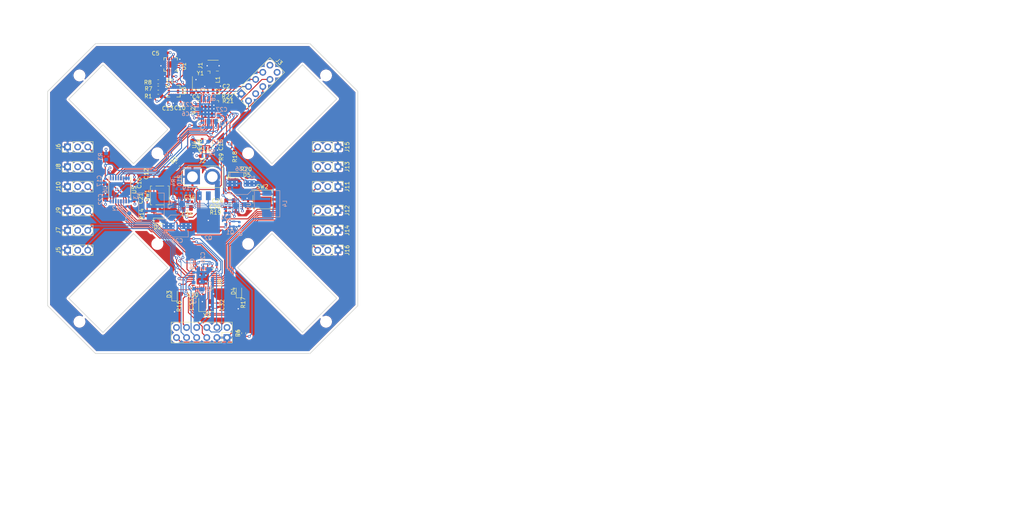
<source format=kicad_pcb>
(kicad_pcb (version 20171130) (host pcbnew 5.1.5)

  (general
    (thickness 1.6)
    (drawings 25)
    (tracks 1471)
    (zones 0)
    (modules 99)
    (nets 94)
  )

  (page USLetter)
  (title_block
    (title "Project Title")
  )

  (layers
    (0 F.Cu signal)
    (1 In1.Cu signal)
    (2 In2.Cu signal)
    (31 B.Cu signal)
    (32 B.Adhes user)
    (33 F.Adhes user)
    (34 B.Paste user)
    (35 F.Paste user)
    (36 B.SilkS user)
    (37 F.SilkS user)
    (38 B.Mask user)
    (39 F.Mask user)
    (40 Dwgs.User user)
    (41 Cmts.User user)
    (42 Eco1.User user)
    (43 Eco2.User user)
    (44 Edge.Cuts user)
    (45 Margin user)
    (46 B.CrtYd user)
    (47 F.CrtYd user)
    (48 B.Fab user)
    (49 F.Fab user)
  )

  (setup
    (last_trace_width 0.254)
    (user_trace_width 0.1524)
    (user_trace_width 0.254)
    (user_trace_width 0.3302)
    (user_trace_width 0.508)
    (user_trace_width 0.762)
    (user_trace_width 1.27)
    (trace_clearance 0.1524)
    (zone_clearance 0.508)
    (zone_45_only no)
    (trace_min 0.1524)
    (via_size 0.6858)
    (via_drill 0.3302)
    (via_min_size 0.6858)
    (via_min_drill 0.3302)
    (user_via 0.6858 0.3302)
    (user_via 0.762 0.4064)
    (user_via 0.8636 0.508)
    (uvia_size 0.6858)
    (uvia_drill 0.3302)
    (uvias_allowed no)
    (uvia_min_size 0)
    (uvia_min_drill 0)
    (edge_width 0.1524)
    (segment_width 0.1524)
    (pcb_text_width 0.1524)
    (pcb_text_size 1.016 1.016)
    (mod_edge_width 0.1524)
    (mod_text_size 1.016 1.016)
    (mod_text_width 0.1524)
    (pad_size 1.524 1.524)
    (pad_drill 0.762)
    (pad_to_mask_clearance 0.0508)
    (solder_mask_min_width 0.1016)
    (pad_to_paste_clearance -0.0762)
    (aux_axis_origin 0 0)
    (visible_elements FFFFDF7D)
    (pcbplotparams
      (layerselection 0x310fc_80000001)
      (usegerberextensions true)
      (usegerberattributes false)
      (usegerberadvancedattributes false)
      (creategerberjobfile false)
      (excludeedgelayer true)
      (linewidth 0.100000)
      (plotframeref false)
      (viasonmask false)
      (mode 1)
      (useauxorigin false)
      (hpglpennumber 1)
      (hpglpenspeed 20)
      (hpglpendiameter 15.000000)
      (psnegative false)
      (psa4output false)
      (plotreference true)
      (plotvalue true)
      (plotinvisibletext false)
      (padsonsilk false)
      (subtractmaskfromsilk false)
      (outputformat 1)
      (mirror false)
      (drillshape 0)
      (scaleselection 1)
      (outputdirectory "gerbers"))
  )

  (net 0 "")
  (net 1 GND)
  (net 2 /VDD_3V3)
  (net 3 "Net-(C2-Pad1)")
  (net 4 /XTAL_P)
  (net 5 /XTAL_N)
  (net 6 "Net-(C6-Pad1)")
  (net 7 "Net-(C7-Pad1)")
  (net 8 "Net-(C8-Pad1)")
  (net 9 "Net-(C9-Pad1)")
  (net 10 "Net-(C12-Pad1)")
  (net 11 /VBAT)
  (net 12 "Net-(C15-Pad1)")
  (net 13 "Net-(C19-Pad1)")
  (net 14 /VSERVO_5V_L)
  (net 15 /ATMEGA_RSTN_5V0)
  (net 16 "Net-(C31-Pad1)")
  (net 17 "Net-(C33-Pad1)")
  (net 18 /VSERVO_5V_R)
  (net 19 /REG_PG_N)
  (net 20 /PG_R)
  (net 21 /PG_L)
  (net 22 "Net-(D2-Pad1)")
  (net 23 /LED_RED)
  (net 24 "Net-(D3-Pad1)")
  (net 25 /LED_GREEN)
  (net 26 "Net-(D4-Pad1)")
  (net 27 "Net-(D5-Pad1)")
  (net 28 "Net-(J1-Pad1)")
  (net 29 "Net-(J3-Pad8)")
  (net 30 /NRF52_SWDIO)
  (net 31 "Net-(J3-Pad6)")
  (net 32 /NRF52_SWCLK)
  (net 33 "Net-(J3-Pad4)")
  (net 34 /NRF52_RST)
  (net 35 /ATMEGA_PROG_3V3)
  (net 36 /ATMEGA_SCK_5V0)
  (net 37 /ATMEGA_RX_5V0)
  (net 38 /ATMEGA_MISO_5V0)
  (net 39 /ATMEGA_TX_5V0)
  (net 40 /ATMEGA_CSN_5V0)
  (net 41 /ATMEGA_MOSI_5V0)
  (net 42 /HIP0)
  (net 43 /HIP1)
  (net 44 /KNEE0)
  (net 45 /KNEE1)
  (net 46 /FOOT0)
  (net 47 /FOOT1)
  (net 48 /HIP2)
  (net 49 /HIP3)
  (net 50 /KNEE2)
  (net 51 /KNEE3)
  (net 52 /FOOT2)
  (net 53 /FOOT3)
  (net 54 "Net-(L2-Pad2)")
  (net 55 "Net-(L3-Pad1)")
  (net 56 "Net-(L4-Pad1)")
  (net 57 "Net-(Q1-Pad3)")
  (net 58 /POWER_SWITCH)
  (net 59 /NRF52_OUTPUT_ENABLE)
  (net 60 /IMU_SDA)
  (net 61 /IMU_SCK)
  (net 62 "Net-(R9-Pad2)")
  (net 63 /VREG_EN)
  (net 64 "Net-(R10-Pad2)")
  (net 65 /BUZZER_5V0)
  (net 66 "Net-(R12-Pad2)")
  (net 67 "Net-(R18-Pad2)")
  (net 68 "Net-(R19-Pad2)")
  (net 69 /NRF52_TX_3V3)
  (net 70 /NRF52_RX_3V3)
  (net 71 "Net-(U1-Pad7)")
  (net 72 "Net-(U1-Pad6)")
  (net 73 /IMU_RDY)
  (net 74 "Net-(U2-Pad31)")
  (net 75 /BUZZER_3V3)
  (net 76 /ATMEGA_RSTN_3V3)
  (net 77 /ATMEGA_SCK_3V3)
  (net 78 /ATMEGA_MISO_3V3)
  (net 79 /ATMEGA_CSN_3V3)
  (net 80 /ATMEGA_MOSI_3V3)
  (net 81 "Net-(U3-Pad11)")
  (net 82 "Net-(U3-Pad10)")
  (net 83 "Net-(U3-Pad9)")
  (net 84 "Net-(U3-Pad4)")
  (net 85 "Net-(U3-Pad3)")
  (net 86 "Net-(U3-Pad2)")
  (net 87 "Net-(U5-Pad7)")
  (net 88 "Net-(U6-Pad10)")
  (net 89 "Net-(U8-Pad22)")
  (net 90 /VBAT_MEAS)
  (net 91 "Net-(C32-Pad1)")
  (net 92 "Net-(U1-Pad16)")
  (net 93 /VCHARGE_8V0)

  (net_class Default "This is the default net class."
    (clearance 0.1524)
    (trace_width 0.1524)
    (via_dia 0.6858)
    (via_drill 0.3302)
    (uvia_dia 0.6858)
    (uvia_drill 0.3302)
    (add_net /ATMEGA_CSN_3V3)
    (add_net /ATMEGA_CSN_5V0)
    (add_net /ATMEGA_MISO_3V3)
    (add_net /ATMEGA_MISO_5V0)
    (add_net /ATMEGA_MOSI_3V3)
    (add_net /ATMEGA_MOSI_5V0)
    (add_net /ATMEGA_PROG_3V3)
    (add_net /ATMEGA_RSTN_3V3)
    (add_net /ATMEGA_RSTN_5V0)
    (add_net /ATMEGA_RX_5V0)
    (add_net /ATMEGA_SCK_3V3)
    (add_net /ATMEGA_SCK_5V0)
    (add_net /ATMEGA_TX_5V0)
    (add_net /BUZZER_3V3)
    (add_net /BUZZER_5V0)
    (add_net /FOOT0)
    (add_net /FOOT1)
    (add_net /FOOT2)
    (add_net /FOOT3)
    (add_net /HIP0)
    (add_net /HIP1)
    (add_net /HIP2)
    (add_net /HIP3)
    (add_net /IMU_RDY)
    (add_net /IMU_SCK)
    (add_net /IMU_SDA)
    (add_net /KNEE0)
    (add_net /KNEE1)
    (add_net /KNEE2)
    (add_net /KNEE3)
    (add_net /LED_GREEN)
    (add_net /LED_RED)
    (add_net /NRF52_OUTPUT_ENABLE)
    (add_net /NRF52_RST)
    (add_net /NRF52_RX_3V3)
    (add_net /NRF52_SWCLK)
    (add_net /NRF52_SWDIO)
    (add_net /NRF52_TX_3V3)
    (add_net /PG_L)
    (add_net /PG_R)
    (add_net /POWER_SWITCH)
    (add_net /REG_PG_N)
    (add_net /VBAT)
    (add_net /VBAT_MEAS)
    (add_net /VCHARGE_8V0)
    (add_net /VDD_3V3)
    (add_net /VREG_EN)
    (add_net /VSERVO_5V_L)
    (add_net /VSERVO_5V_R)
    (add_net /XTAL_N)
    (add_net /XTAL_P)
    (add_net GND)
    (add_net "Net-(C12-Pad1)")
    (add_net "Net-(C15-Pad1)")
    (add_net "Net-(C19-Pad1)")
    (add_net "Net-(C2-Pad1)")
    (add_net "Net-(C31-Pad1)")
    (add_net "Net-(C32-Pad1)")
    (add_net "Net-(C33-Pad1)")
    (add_net "Net-(C6-Pad1)")
    (add_net "Net-(C7-Pad1)")
    (add_net "Net-(C8-Pad1)")
    (add_net "Net-(C9-Pad1)")
    (add_net "Net-(D2-Pad1)")
    (add_net "Net-(D3-Pad1)")
    (add_net "Net-(D4-Pad1)")
    (add_net "Net-(D5-Pad1)")
    (add_net "Net-(J1-Pad1)")
    (add_net "Net-(J3-Pad4)")
    (add_net "Net-(J3-Pad6)")
    (add_net "Net-(J3-Pad8)")
    (add_net "Net-(L2-Pad2)")
    (add_net "Net-(L3-Pad1)")
    (add_net "Net-(L4-Pad1)")
    (add_net "Net-(Q1-Pad3)")
    (add_net "Net-(R10-Pad2)")
    (add_net "Net-(R12-Pad2)")
    (add_net "Net-(R18-Pad2)")
    (add_net "Net-(R19-Pad2)")
    (add_net "Net-(R9-Pad2)")
    (add_net "Net-(U1-Pad16)")
    (add_net "Net-(U1-Pad6)")
    (add_net "Net-(U1-Pad7)")
    (add_net "Net-(U2-Pad31)")
    (add_net "Net-(U3-Pad10)")
    (add_net "Net-(U3-Pad11)")
    (add_net "Net-(U3-Pad2)")
    (add_net "Net-(U3-Pad3)")
    (add_net "Net-(U3-Pad4)")
    (add_net "Net-(U3-Pad9)")
    (add_net "Net-(U5-Pad7)")
    (add_net "Net-(U6-Pad10)")
    (add_net "Net-(U8-Pad22)")
  )

  (module spider-parts:ST_LGA14_L (layer F.Cu) (tedit 5DCAB1A3) (tstamp 5E9322AC)
    (at 42.62 22.98 90)
    (path /5F5E4723)
    (fp_text reference U3 (at 0.14 2.64 90) (layer F.SilkS)
      (effects (font (size 1 1) (thickness 0.15)))
    )
    (fp_text value LSM6DSM (at 0 -0.5 90) (layer F.Fab) hide
      (effects (font (size 1 1) (thickness 0.15)))
    )
    (fp_line (start 1.55 -1.8) (end 1.55 -1.8) (layer F.CrtYd) (width 0.15))
    (fp_line (start -1.55 -1.8) (end 1.55 -1.8) (layer F.CrtYd) (width 0.15))
    (fp_line (start -1.55 -1.8) (end -1.55 -1.8) (layer F.CrtYd) (width 0.15))
    (fp_line (start -1.55 -1.8) (end -1.55 -1.8) (layer F.CrtYd) (width 0.15))
    (fp_line (start -1.55 1.8) (end -1.55 -1.8) (layer F.CrtYd) (width 0.15))
    (fp_line (start -1.55 1.8) (end -1.55 1.8) (layer F.CrtYd) (width 0.15))
    (fp_line (start -1.55 1.8) (end -1.55 1.8) (layer F.CrtYd) (width 0.15))
    (fp_line (start 1.55 1.8) (end -1.55 1.8) (layer F.CrtYd) (width 0.15))
    (fp_line (start 1.55 1.8) (end 1.55 1.8) (layer F.CrtYd) (width 0.15))
    (fp_line (start 1.55 1.8) (end 1.55 1.8) (layer F.CrtYd) (width 0.15))
    (fp_line (start 1.55 -1.8) (end 1.55 1.8) (layer F.CrtYd) (width 0.15))
    (fp_line (start 1.55 -1.8) (end 1.55 -1.8) (layer F.CrtYd) (width 0.15))
    (fp_line (start 1 -1.55) (end -1.3 -1.55) (layer F.Fab) (width 0.15))
    (fp_line (start -1.3 -1.55) (end -1.3 1.55) (layer F.Fab) (width 0.15))
    (fp_line (start -1.3 1.55) (end 1.3 1.55) (layer F.Fab) (width 0.15))
    (fp_line (start 1.3 1.55) (end 1.3 -1.25) (layer F.Fab) (width 0.15))
    (fp_line (start 1.3 -1.25) (end 1 -1.55) (layer F.Fab) (width 0.15))
    (fp_circle (center 1.45 -1.7) (end 1.6 -1.7) (layer F.SilkS) (width 0.15))
    (fp_line (start 1.45 1.7) (end 1.45 0.85) (layer F.SilkS) (width 0.15))
    (fp_line (start 0.85 1.7) (end 1.45 1.7) (layer F.SilkS) (width 0.15))
    (fp_line (start -1.45 1.7) (end -0.85 1.7) (layer F.SilkS) (width 0.15))
    (fp_line (start -1.45 0.85) (end -1.45 1.7) (layer F.SilkS) (width 0.15))
    (fp_line (start -1.45 -0.85) (end -1.45 -1.7) (layer F.SilkS) (width 0.15))
    (fp_line (start -1.45 -1.7) (end -0.85 -1.7) (layer F.SilkS) (width 0.15))
    (fp_line (start 0.85 -1.7) (end 1.45 -0.85) (layer F.SilkS) (width 0.15))
    (fp_text user %R (at 0 0 90) (layer F.Fab)
      (effects (font (size 1 1) (thickness 0.15)))
    )
    (pad 14 smd rect (at 0.9125 -0.5 90) (size 0.575 0.3) (layers F.Cu F.Paste F.Mask)
      (net 60 /IMU_SDA) (solder_mask_margin 0.1))
    (pad 13 smd rect (at 0.9125 0 90) (size 0.575 0.3) (layers F.Cu F.Paste F.Mask)
      (net 61 /IMU_SCK) (solder_mask_margin 0.1))
    (pad 12 smd rect (at 0.9125 0.5 90) (size 0.575 0.3) (layers F.Cu F.Paste F.Mask)
      (net 2 /VDD_3V3) (solder_mask_margin 0.1))
    (pad 11 smd rect (at 0.75 1.1625 90) (size 0.3 0.575) (layers F.Cu F.Paste F.Mask)
      (net 81 "Net-(U3-Pad11)") (solder_mask_margin 0.1))
    (pad 10 smd rect (at 0.25 1.1625 90) (size 0.3 0.575) (layers F.Cu F.Paste F.Mask)
      (net 82 "Net-(U3-Pad10)") (solder_mask_margin 0.1))
    (pad 9 smd rect (at -0.25 1.1625 90) (size 0.3 0.575) (layers F.Cu F.Paste F.Mask)
      (net 83 "Net-(U3-Pad9)") (solder_mask_margin 0.1))
    (pad 8 smd rect (at -0.75 1.1625 90) (size 0.3 0.575) (layers F.Cu F.Paste F.Mask)
      (net 2 /VDD_3V3) (solder_mask_margin 0.1))
    (pad 7 smd rect (at -0.9125 0.5 90) (size 0.575 0.3) (layers F.Cu F.Paste F.Mask)
      (net 1 GND) (solder_mask_margin 0.1))
    (pad 6 smd rect (at -0.9125 0 90) (size 0.575 0.3) (layers F.Cu F.Paste F.Mask)
      (net 1 GND) (solder_mask_margin 0.1))
    (pad 5 smd rect (at -0.9125 -0.5 90) (size 0.575 0.3) (layers F.Cu F.Paste F.Mask)
      (net 2 /VDD_3V3) (solder_mask_margin 0.1))
    (pad 4 smd rect (at -0.75 -1.1625 90) (size 0.3 0.575) (layers F.Cu F.Paste F.Mask)
      (net 84 "Net-(U3-Pad4)") (solder_mask_margin 0.1))
    (pad 3 smd rect (at -0.25 -1.1625 90) (size 0.3 0.575) (layers F.Cu F.Paste F.Mask)
      (net 85 "Net-(U3-Pad3)") (solder_mask_margin 0.1))
    (pad 2 smd rect (at 0.25 -1.1625 90) (size 0.3 0.575) (layers F.Cu F.Paste F.Mask)
      (net 86 "Net-(U3-Pad2)") (solder_mask_margin 0.1))
    (pad 1 smd rect (at 0.75 -1.1625 90) (size 0.3 0.575) (layers F.Cu F.Paste F.Mask)
      (net 1 GND) (solder_mask_margin 0.1))
  )

  (module Capacitor_SMD:C_0402_1005Metric (layer B.Cu) (tedit 5B301BBE) (tstamp 5E960EBC)
    (at 48.82 26.27)
    (descr "Capacitor SMD 0402 (1005 Metric), square (rectangular) end terminal, IPC_7351 nominal, (Body size source: http://www.tortai-tech.com/upload/download/2011102023233369053.pdf), generated with kicad-footprint-generator")
    (tags capacitor)
    (path /61A01E71)
    (attr smd)
    (fp_text reference C23 (at -2.65 0.06) (layer B.SilkS)
      (effects (font (size 1 1) (thickness 0.15)) (justify mirror))
    )
    (fp_text value "0.1 uF" (at 0 -1.17) (layer B.Fab)
      (effects (font (size 1 1) (thickness 0.15)) (justify mirror))
    )
    (fp_text user %R (at 0 0) (layer B.Fab)
      (effects (font (size 0.25 0.25) (thickness 0.04)) (justify mirror))
    )
    (fp_line (start 0.93 -0.47) (end -0.93 -0.47) (layer B.CrtYd) (width 0.05))
    (fp_line (start 0.93 0.47) (end 0.93 -0.47) (layer B.CrtYd) (width 0.05))
    (fp_line (start -0.93 0.47) (end 0.93 0.47) (layer B.CrtYd) (width 0.05))
    (fp_line (start -0.93 -0.47) (end -0.93 0.47) (layer B.CrtYd) (width 0.05))
    (fp_line (start 0.5 -0.25) (end -0.5 -0.25) (layer B.Fab) (width 0.1))
    (fp_line (start 0.5 0.25) (end 0.5 -0.25) (layer B.Fab) (width 0.1))
    (fp_line (start -0.5 0.25) (end 0.5 0.25) (layer B.Fab) (width 0.1))
    (fp_line (start -0.5 -0.25) (end -0.5 0.25) (layer B.Fab) (width 0.1))
    (pad 2 smd roundrect (at 0.485 0) (size 0.59 0.64) (layers B.Cu B.Paste B.Mask) (roundrect_rratio 0.25)
      (net 1 GND))
    (pad 1 smd roundrect (at -0.485 0) (size 0.59 0.64) (layers B.Cu B.Paste B.Mask) (roundrect_rratio 0.25)
      (net 2 /VDD_3V3))
    (model ${KISYS3DMOD}/Capacitor_SMD.3dshapes/C_0402_1005Metric.wrl
      (at (xyz 0 0 0))
      (scale (xyz 1 1 1))
      (rotate (xyz 0 0 0))
    )
  )

  (module TestPoint:TestPoint_Pad_D1.0mm (layer B.Cu) (tedit 5A0F774F) (tstamp 5E95ADDA)
    (at 31.5 53.7)
    (descr "SMD pad as test Point, diameter 1.0mm")
    (tags "test point SMD pad")
    (path /619DE332)
    (attr virtual)
    (fp_text reference TP1 (at 0 1.448) (layer B.SilkS)
      (effects (font (size 1 1) (thickness 0.15)) (justify mirror))
    )
    (fp_text value TestPoint (at 0 -1.55) (layer B.Fab)
      (effects (font (size 1 1) (thickness 0.15)) (justify mirror))
    )
    (fp_circle (center 0 0) (end 0 -0.7) (layer B.SilkS) (width 0.12))
    (fp_circle (center 0 0) (end 1 0) (layer B.CrtYd) (width 0.05))
    (fp_text user %R (at 0 1.45) (layer B.Fab)
      (effects (font (size 1 1) (thickness 0.15)) (justify mirror))
    )
    (pad 1 smd circle (at 0 0) (size 1 1) (layers B.Cu B.Mask)
      (net 65 /BUZZER_5V0))
  )

  (module spider-parts:ServoLayout locked (layer F.Cu) (tedit 5E949E89) (tstamp 5E93D9A4)
    (at 50 50 45)
    (fp_text reference REF** (at 0 0.499999 45) (layer F.SilkS) hide
      (effects (font (size 1 1) (thickness 0.15)))
    )
    (fp_text value ServoLayout (at 0 -0.499999 45) (layer F.Fab) hide
      (effects (font (size 1 1) (thickness 0.15)))
    )
    (fp_line (start -6 -14) (end -6 -46) (layer Cmts.User) (width 0.12))
    (fp_line (start 6 -14) (end -6 -14) (layer Cmts.User) (width 0.12))
    (fp_line (start 6 -46) (end 6 -14) (layer Cmts.User) (width 0.12))
    (fp_line (start -6 -46) (end 6 -46) (layer Cmts.User) (width 0.12))
    (fp_line (start 14 -6) (end 46 -6) (layer Cmts.User) (width 0.12))
    (fp_line (start 14 6) (end 14 -6) (layer Cmts.User) (width 0.12))
    (fp_line (start 46 6) (end 14 6) (layer Cmts.User) (width 0.12))
    (fp_line (start 46 -6) (end 46 6) (layer Cmts.User) (width 0.12))
    (fp_line (start 6 14) (end 6 46) (layer Cmts.User) (width 0.12))
    (fp_line (start -6 14) (end 6 14) (layer Cmts.User) (width 0.12))
    (fp_line (start -6 46) (end -6 14) (layer Cmts.User) (width 0.12))
    (fp_line (start 6 46) (end -6 46) (layer Cmts.User) (width 0.12))
    (fp_line (start -46 -6) (end -14 -6) (layer Cmts.User) (width 0.12))
    (fp_line (start -46 6) (end -46 -6) (layer Cmts.User) (width 0.12))
    (fp_line (start -14 6) (end -46 6) (layer Cmts.User) (width 0.12))
    (fp_line (start -14 -6) (end -14 6) (layer Cmts.User) (width 0.12))
    (fp_line (start -41.5 -6.1) (end -18.5 -6.1) (layer Cmts.User) (width 0.12))
    (fp_line (start -41.5 6.1) (end -41.5 -6.1) (layer Cmts.User) (width 0.12))
    (fp_line (start -18.5 -6.1) (end -18.5 6.1) (layer Cmts.User) (width 0.12))
    (fp_line (start 18.5 -6.1) (end 41.5 -6.1) (layer Cmts.User) (width 0.12))
    (fp_line (start 18.5 6.1) (end 18.5 -6.1) (layer Cmts.User) (width 0.12))
    (fp_line (start -18.5 6.1) (end -41.5 6.1) (layer Cmts.User) (width 0.12))
    (fp_line (start 41.5 -6.1) (end 41.5 6.1) (layer Cmts.User) (width 0.12))
    (fp_line (start 41.5 6.1) (end 18.5 6.1) (layer Cmts.User) (width 0.12))
    (fp_line (start -6.1 -18.5) (end -6.1 -41.5) (layer Cmts.User) (width 0.12))
    (fp_line (start 6.1 -18.5) (end -6.1 -18.5) (layer Cmts.User) (width 0.12))
    (fp_line (start -6.1 -41.5) (end 6.1 -41.5) (layer Cmts.User) (width 0.12))
    (fp_line (start 6.1 -41.5) (end 6.1 -18.5) (layer Cmts.User) (width 0.12))
    (fp_line (start -6.1 41.5) (end -6.1 18.5) (layer Cmts.User) (width 0.12))
    (fp_line (start 6.1 41.5) (end -6.1 41.5) (layer Cmts.User) (width 0.12))
    (fp_line (start 6.1 18.5) (end 6.1 41.5) (layer Cmts.User) (width 0.12))
    (fp_line (start -6.1 18.5) (end 6.1 18.5) (layer Cmts.User) (width 0.12))
    (pad "" np_thru_hole circle (at 0 -43.85 315) (size 2 2) (drill 2) (layers *.Cu *.Paste *.Mask))
    (pad "" np_thru_hole circle (at 43.85 0 225) (size 2 2) (drill 2) (layers *.Cu *.Paste *.Mask))
    (pad "" np_thru_hole circle (at 0 43.85 135) (size 2 2) (drill 2) (layers *.Cu *.Paste *.Mask))
    (pad "" np_thru_hole circle (at 0 -16.15 315) (size 2 2) (drill 2) (layers *.Cu *.Paste *.Mask))
    (pad "" np_thru_hole circle (at 16.15 0 225) (size 2 2) (drill 2) (layers *.Cu *.Paste *.Mask))
    (pad "" np_thru_hole circle (at 0 16.15 135) (size 2 2) (drill 2) (layers *.Cu *.Paste *.Mask))
    (pad "" np_thru_hole circle (at -43.85 0 45) (size 2 2) (drill 2) (layers *.Cu *.Paste *.Mask))
    (pad "" np_thru_hole circle (at -16.15 0 45) (size 2 2) (drill 2) (layers *.Cu *.Paste *.Mask))
  )

  (module Button_Switch_SMD:SW_SPST_TL3305C (layer F.Cu) (tedit 5ABC3ACB) (tstamp 5E93221B)
    (at 65 50.2)
    (descr https://www.e-switch.com/system/asset/product_line/data_sheet/213/TL3305.pdf)
    (tags "TL3305 Series Tact Switch")
    (path /5E8D26EF)
    (attr smd)
    (fp_text reference SW2 (at 0 -3.2) (layer F.SilkS)
      (effects (font (size 1 1) (thickness 0.15)))
    )
    (fp_text value TL3305CF260QG (at 0 3.2) (layer F.Fab)
      (effects (font (size 1 1) (thickness 0.15)))
    )
    (fp_line (start -4.65 -2.5) (end 4.65 -2.5) (layer F.CrtYd) (width 0.05))
    (fp_line (start -4.65 2.5) (end -4.65 -2.5) (layer F.CrtYd) (width 0.05))
    (fp_line (start 4.65 2.5) (end -4.65 2.5) (layer F.CrtYd) (width 0.05))
    (fp_line (start 4.65 -2.5) (end 4.65 2.5) (layer F.CrtYd) (width 0.05))
    (fp_line (start -2.37 1.03) (end -2.37 -1.03) (layer F.SilkS) (width 0.12))
    (fp_line (start 2.37 1.03) (end 2.37 -1.03) (layer F.SilkS) (width 0.12))
    (fp_line (start 2.37 2.37) (end 2.37 1.97) (layer F.SilkS) (width 0.12))
    (fp_line (start -2.37 2.37) (end 2.37 2.37) (layer F.SilkS) (width 0.12))
    (fp_line (start -2.37 2.37) (end -2.37 1.97) (layer F.SilkS) (width 0.12))
    (fp_line (start 2.37 -2.37) (end 2.37 -1.97) (layer F.SilkS) (width 0.12))
    (fp_line (start -2.37 -2.37) (end -2.37 -1.97) (layer F.SilkS) (width 0.12))
    (fp_line (start -2.37 -2.37) (end 2.37 -2.37) (layer F.SilkS) (width 0.12))
    (fp_text user %R (at 0 0) (layer F.Fab)
      (effects (font (size 0.5 0.5) (thickness 0.075)))
    )
    (fp_line (start -2.25 -2.25) (end 2.25 -2.25) (layer F.Fab) (width 0.1))
    (fp_line (start 2.25 -2.25) (end 2.25 2.25) (layer F.Fab) (width 0.1))
    (fp_line (start 2.25 2.25) (end -2.25 2.25) (layer F.Fab) (width 0.1))
    (fp_line (start -2.25 2.25) (end -2.25 -2.25) (layer F.Fab) (width 0.1))
    (fp_circle (center 0 0) (end 1.25 0) (layer F.Fab) (width 0.1))
    (fp_line (start 2.25 -1.15) (end 3.75 -1.15) (layer F.Fab) (width 0.1))
    (fp_line (start 3.75 -1.15) (end 3.75 -1.85) (layer F.Fab) (width 0.1))
    (fp_line (start 3.75 -1.85) (end 2.25 -1.85) (layer F.Fab) (width 0.1))
    (fp_line (start 2.25 1.15) (end 3.75 1.15) (layer F.Fab) (width 0.1))
    (fp_line (start 3.75 1.15) (end 3.75 1.85) (layer F.Fab) (width 0.1))
    (fp_line (start 3.75 1.85) (end 2.25 1.85) (layer F.Fab) (width 0.1))
    (fp_line (start -2.25 -1.85) (end -3.75 -1.85) (layer F.Fab) (width 0.1))
    (fp_line (start -3.75 -1.85) (end -3.75 -1.15) (layer F.Fab) (width 0.1))
    (fp_line (start -3.75 -1.15) (end -2.25 -1.15) (layer F.Fab) (width 0.1))
    (fp_line (start -2.25 1.15) (end -3.75 1.15) (layer F.Fab) (width 0.1))
    (fp_line (start -3.75 1.15) (end -3.75 1.85) (layer F.Fab) (width 0.1))
    (fp_line (start -3.75 1.85) (end -2.25 1.85) (layer F.Fab) (width 0.1))
    (fp_line (start 3 -1.85) (end 3 -1.15) (layer F.Fab) (width 0.1))
    (fp_line (start 3 1.15) (end 3 1.85) (layer F.Fab) (width 0.1))
    (fp_line (start -3 -1.85) (end -3 -1.15) (layer F.Fab) (width 0.1))
    (fp_line (start -3 1.15) (end -3 1.85) (layer F.Fab) (width 0.1))
    (pad 2 smd rect (at -3.6 1.5) (size 1.6 1.4) (layers F.Cu F.Paste F.Mask)
      (net 1 GND))
    (pad 2 smd rect (at 3.6 1.5) (size 1.6 1.4) (layers F.Cu F.Paste F.Mask)
      (net 1 GND))
    (pad 1 smd rect (at -3.6 -1.5) (size 1.6 1.4) (layers F.Cu F.Paste F.Mask)
      (net 57 "Net-(Q1-Pad3)"))
    (pad 1 smd rect (at 3.6 -1.5) (size 1.6 1.4) (layers F.Cu F.Paste F.Mask)
      (net 57 "Net-(Q1-Pad3)"))
    (model ${KISYS3DMOD}/Button_Switch_SMD.3dshapes/SW_SPST_TL3305C.wrl
      (at (xyz 0 0 0))
      (scale (xyz 1 1 1))
      (rotate (xyz 0 0 0))
    )
  )

  (module Button_Switch_SMD:SW_SPST_TL3305C (layer F.Cu) (tedit 5ABC3ACB) (tstamp 5E9321F1)
    (at 39.2 49.2 90)
    (descr https://www.e-switch.com/system/asset/product_line/data_sheet/213/TL3305.pdf)
    (tags "TL3305 Series Tact Switch")
    (path /5E8E8AB0)
    (attr smd)
    (fp_text reference SW1 (at 0 -3.2 90) (layer F.SilkS)
      (effects (font (size 1 1) (thickness 0.15)))
    )
    (fp_text value TL3305CF260QG (at 0 3.2 90) (layer F.Fab)
      (effects (font (size 1 1) (thickness 0.15)))
    )
    (fp_line (start -4.65 -2.5) (end 4.65 -2.5) (layer F.CrtYd) (width 0.05))
    (fp_line (start -4.65 2.5) (end -4.65 -2.5) (layer F.CrtYd) (width 0.05))
    (fp_line (start 4.65 2.5) (end -4.65 2.5) (layer F.CrtYd) (width 0.05))
    (fp_line (start 4.65 -2.5) (end 4.65 2.5) (layer F.CrtYd) (width 0.05))
    (fp_line (start -2.37 1.03) (end -2.37 -1.03) (layer F.SilkS) (width 0.12))
    (fp_line (start 2.37 1.03) (end 2.37 -1.03) (layer F.SilkS) (width 0.12))
    (fp_line (start 2.37 2.37) (end 2.37 1.97) (layer F.SilkS) (width 0.12))
    (fp_line (start -2.37 2.37) (end 2.37 2.37) (layer F.SilkS) (width 0.12))
    (fp_line (start -2.37 2.37) (end -2.37 1.97) (layer F.SilkS) (width 0.12))
    (fp_line (start 2.37 -2.37) (end 2.37 -1.97) (layer F.SilkS) (width 0.12))
    (fp_line (start -2.37 -2.37) (end -2.37 -1.97) (layer F.SilkS) (width 0.12))
    (fp_line (start -2.37 -2.37) (end 2.37 -2.37) (layer F.SilkS) (width 0.12))
    (fp_text user %R (at 0 0 90) (layer F.Fab)
      (effects (font (size 0.5 0.5) (thickness 0.075)))
    )
    (fp_line (start -2.25 -2.25) (end 2.25 -2.25) (layer F.Fab) (width 0.1))
    (fp_line (start 2.25 -2.25) (end 2.25 2.25) (layer F.Fab) (width 0.1))
    (fp_line (start 2.25 2.25) (end -2.25 2.25) (layer F.Fab) (width 0.1))
    (fp_line (start -2.25 2.25) (end -2.25 -2.25) (layer F.Fab) (width 0.1))
    (fp_circle (center 0 0) (end 1.25 0) (layer F.Fab) (width 0.1))
    (fp_line (start 2.25 -1.15) (end 3.75 -1.15) (layer F.Fab) (width 0.1))
    (fp_line (start 3.75 -1.15) (end 3.75 -1.85) (layer F.Fab) (width 0.1))
    (fp_line (start 3.75 -1.85) (end 2.25 -1.85) (layer F.Fab) (width 0.1))
    (fp_line (start 2.25 1.15) (end 3.75 1.15) (layer F.Fab) (width 0.1))
    (fp_line (start 3.75 1.15) (end 3.75 1.85) (layer F.Fab) (width 0.1))
    (fp_line (start 3.75 1.85) (end 2.25 1.85) (layer F.Fab) (width 0.1))
    (fp_line (start -2.25 -1.85) (end -3.75 -1.85) (layer F.Fab) (width 0.1))
    (fp_line (start -3.75 -1.85) (end -3.75 -1.15) (layer F.Fab) (width 0.1))
    (fp_line (start -3.75 -1.15) (end -2.25 -1.15) (layer F.Fab) (width 0.1))
    (fp_line (start -2.25 1.15) (end -3.75 1.15) (layer F.Fab) (width 0.1))
    (fp_line (start -3.75 1.15) (end -3.75 1.85) (layer F.Fab) (width 0.1))
    (fp_line (start -3.75 1.85) (end -2.25 1.85) (layer F.Fab) (width 0.1))
    (fp_line (start 3 -1.85) (end 3 -1.15) (layer F.Fab) (width 0.1))
    (fp_line (start 3 1.15) (end 3 1.85) (layer F.Fab) (width 0.1))
    (fp_line (start -3 -1.85) (end -3 -1.15) (layer F.Fab) (width 0.1))
    (fp_line (start -3 1.15) (end -3 1.85) (layer F.Fab) (width 0.1))
    (pad 2 smd rect (at -3.6 1.5 90) (size 1.6 1.4) (layers F.Cu F.Paste F.Mask)
      (net 1 GND))
    (pad 2 smd rect (at 3.6 1.5 90) (size 1.6 1.4) (layers F.Cu F.Paste F.Mask)
      (net 1 GND))
    (pad 1 smd rect (at -3.6 -1.5 90) (size 1.6 1.4) (layers F.Cu F.Paste F.Mask)
      (net 10 "Net-(C12-Pad1)"))
    (pad 1 smd rect (at 3.6 -1.5 90) (size 1.6 1.4) (layers F.Cu F.Paste F.Mask)
      (net 10 "Net-(C12-Pad1)"))
    (model ${KISYS3DMOD}/Button_Switch_SMD.3dshapes/SW_SPST_TL3305C.wrl
      (at (xyz 0 0 0))
      (scale (xyz 1 1 1))
      (rotate (xyz 0 0 0))
    )
  )

  (module Crystal:Crystal_SMD_3225-4Pin_3.2x2.5mm (layer F.Cu) (tedit 5A0FD1B2) (tstamp 5E9323CC)
    (at 51 76.8)
    (descr "SMD Crystal SERIES SMD3225/4 http://www.txccrystal.com/images/pdf/7m-accuracy.pdf, 3.2x2.5mm^2 package")
    (tags "SMD SMT crystal")
    (path /5E89CDAE)
    (attr smd)
    (fp_text reference Y2 (at 0.02 2.59) (layer F.SilkS)
      (effects (font (size 1 1) (thickness 0.15)))
    )
    (fp_text value "TSX-3225 16.0000MF10U-B3" (at 0 2.45) (layer F.Fab)
      (effects (font (size 1 1) (thickness 0.15)))
    )
    (fp_line (start 2.1 -1.7) (end -2.1 -1.7) (layer F.CrtYd) (width 0.05))
    (fp_line (start 2.1 1.7) (end 2.1 -1.7) (layer F.CrtYd) (width 0.05))
    (fp_line (start -2.1 1.7) (end 2.1 1.7) (layer F.CrtYd) (width 0.05))
    (fp_line (start -2.1 -1.7) (end -2.1 1.7) (layer F.CrtYd) (width 0.05))
    (fp_line (start -2 1.65) (end 2 1.65) (layer F.SilkS) (width 0.12))
    (fp_line (start -2 -1.65) (end -2 1.65) (layer F.SilkS) (width 0.12))
    (fp_line (start -1.6 0.25) (end -0.6 1.25) (layer F.Fab) (width 0.1))
    (fp_line (start 1.6 -1.25) (end -1.6 -1.25) (layer F.Fab) (width 0.1))
    (fp_line (start 1.6 1.25) (end 1.6 -1.25) (layer F.Fab) (width 0.1))
    (fp_line (start -1.6 1.25) (end 1.6 1.25) (layer F.Fab) (width 0.1))
    (fp_line (start -1.6 -1.25) (end -1.6 1.25) (layer F.Fab) (width 0.1))
    (fp_text user %R (at 0 0) (layer F.Fab)
      (effects (font (size 0.7 0.7) (thickness 0.105)))
    )
    (pad 4 smd rect (at -1.1 -0.85) (size 1.4 1.2) (layers F.Cu F.Paste F.Mask)
      (net 1 GND))
    (pad 3 smd rect (at 1.1 -0.85) (size 1.4 1.2) (layers F.Cu F.Paste F.Mask)
      (net 91 "Net-(C32-Pad1)"))
    (pad 2 smd rect (at 1.1 0.85) (size 1.4 1.2) (layers F.Cu F.Paste F.Mask)
      (net 1 GND))
    (pad 1 smd rect (at -1.1 0.85) (size 1.4 1.2) (layers F.Cu F.Paste F.Mask)
      (net 17 "Net-(C33-Pad1)"))
    (model ${KISYS3DMOD}/Crystal.3dshapes/Crystal_SMD_3225-4Pin_3.2x2.5mm.wrl
      (at (xyz 0 0 0))
      (scale (xyz 1 1 1))
      (rotate (xyz 0 0 0))
    )
  )

  (module Crystal:Crystal_SMD_3225-4Pin_3.2x2.5mm (layer F.Cu) (tedit 5A0FD1B2) (tstamp 5E9323B8)
    (at 49.4 20.9)
    (descr "SMD Crystal SERIES SMD3225/4 http://www.txccrystal.com/images/pdf/7m-accuracy.pdf, 3.2x2.5mm^2 package")
    (tags "SMD SMT crystal")
    (path /5EB09876)
    (attr smd)
    (fp_text reference Y1 (at 0 -2.45) (layer F.SilkS)
      (effects (font (size 1 1) (thickness 0.15)))
    )
    (fp_text value ECS-320-10-33B-7KM-TR (at 0 2.45) (layer F.Fab)
      (effects (font (size 1 1) (thickness 0.15)))
    )
    (fp_line (start 2.1 -1.7) (end -2.1 -1.7) (layer F.CrtYd) (width 0.05))
    (fp_line (start 2.1 1.7) (end 2.1 -1.7) (layer F.CrtYd) (width 0.05))
    (fp_line (start -2.1 1.7) (end 2.1 1.7) (layer F.CrtYd) (width 0.05))
    (fp_line (start -2.1 -1.7) (end -2.1 1.7) (layer F.CrtYd) (width 0.05))
    (fp_line (start -2 1.65) (end 2 1.65) (layer F.SilkS) (width 0.12))
    (fp_line (start -2 -1.65) (end -2 1.65) (layer F.SilkS) (width 0.12))
    (fp_line (start -1.6 0.25) (end -0.6 1.25) (layer F.Fab) (width 0.1))
    (fp_line (start 1.6 -1.25) (end -1.6 -1.25) (layer F.Fab) (width 0.1))
    (fp_line (start 1.6 1.25) (end 1.6 -1.25) (layer F.Fab) (width 0.1))
    (fp_line (start -1.6 1.25) (end 1.6 1.25) (layer F.Fab) (width 0.1))
    (fp_line (start -1.6 -1.25) (end -1.6 1.25) (layer F.Fab) (width 0.1))
    (fp_text user %R (at 0 0) (layer F.Fab)
      (effects (font (size 0.7 0.7) (thickness 0.105)))
    )
    (pad 4 smd rect (at -1.1 -0.85) (size 1.4 1.2) (layers F.Cu F.Paste F.Mask)
      (net 1 GND))
    (pad 3 smd rect (at 1.1 -0.85) (size 1.4 1.2) (layers F.Cu F.Paste F.Mask)
      (net 4 /XTAL_P))
    (pad 2 smd rect (at 1.1 0.85) (size 1.4 1.2) (layers F.Cu F.Paste F.Mask)
      (net 1 GND))
    (pad 1 smd rect (at -1.1 0.85) (size 1.4 1.2) (layers F.Cu F.Paste F.Mask)
      (net 5 /XTAL_N))
    (model ${KISYS3DMOD}/Crystal.3dshapes/Crystal_SMD_3225-4Pin_3.2x2.5mm.wrl
      (at (xyz 0 0 0))
      (scale (xyz 1 1 1))
      (rotate (xyz 0 0 0))
    )
  )

  (module Package_DFN_QFN:VQFN-16-1EP_3x3mm_P0.5mm_EP1.68x1.68mm_ThermalVias (layer B.Cu) (tedit 5C1D3F32) (tstamp 5E9323A4)
    (at 58.3 51.8 180)
    (descr "VQFN, 16 Pin (http://www.ti.com/lit/ds/symlink/tlv62095.pdf), generated with kicad-footprint-generator ipc_dfn_qfn_generator.py")
    (tags "VQFN DFN_QFN")
    (path /6065D31B)
    (attr smd)
    (fp_text reference U9 (at -3.3 -0.15 90) (layer B.SilkS)
      (effects (font (size 1 1) (thickness 0.15)) (justify mirror))
    )
    (fp_text value TPS62133 (at 0 -2.82) (layer B.Fab)
      (effects (font (size 1 1) (thickness 0.15)) (justify mirror))
    )
    (fp_text user %R (at 0 0) (layer B.Fab)
      (effects (font (size 0.75 0.75) (thickness 0.11)) (justify mirror))
    )
    (fp_line (start 2.12 2.12) (end -2.12 2.12) (layer B.CrtYd) (width 0.05))
    (fp_line (start 2.12 -2.12) (end 2.12 2.12) (layer B.CrtYd) (width 0.05))
    (fp_line (start -2.12 -2.12) (end 2.12 -2.12) (layer B.CrtYd) (width 0.05))
    (fp_line (start -2.12 2.12) (end -2.12 -2.12) (layer B.CrtYd) (width 0.05))
    (fp_line (start -1.5 0.75) (end -0.75 1.5) (layer B.Fab) (width 0.1))
    (fp_line (start -1.5 -1.5) (end -1.5 0.75) (layer B.Fab) (width 0.1))
    (fp_line (start 1.5 -1.5) (end -1.5 -1.5) (layer B.Fab) (width 0.1))
    (fp_line (start 1.5 1.5) (end 1.5 -1.5) (layer B.Fab) (width 0.1))
    (fp_line (start -0.75 1.5) (end 1.5 1.5) (layer B.Fab) (width 0.1))
    (fp_line (start -1.135 1.61) (end -1.61 1.61) (layer B.SilkS) (width 0.12))
    (fp_line (start 1.61 -1.61) (end 1.61 -1.135) (layer B.SilkS) (width 0.12))
    (fp_line (start 1.135 -1.61) (end 1.61 -1.61) (layer B.SilkS) (width 0.12))
    (fp_line (start -1.61 -1.61) (end -1.61 -1.135) (layer B.SilkS) (width 0.12))
    (fp_line (start -1.135 -1.61) (end -1.61 -1.61) (layer B.SilkS) (width 0.12))
    (fp_line (start 1.61 1.61) (end 1.61 1.135) (layer B.SilkS) (width 0.12))
    (fp_line (start 1.135 1.61) (end 1.61 1.61) (layer B.SilkS) (width 0.12))
    (pad 16 smd roundrect (at -0.75 1.4625 180) (size 0.25 0.825) (layers B.Cu B.Paste B.Mask) (roundrect_rratio 0.25)
      (net 1 GND))
    (pad 15 smd roundrect (at -0.25 1.4625 180) (size 0.25 0.825) (layers B.Cu B.Paste B.Mask) (roundrect_rratio 0.25)
      (net 1 GND))
    (pad 14 smd roundrect (at 0.25 1.4625 180) (size 0.25 0.825) (layers B.Cu B.Paste B.Mask) (roundrect_rratio 0.25)
      (net 18 /VSERVO_5V_R))
    (pad 13 smd roundrect (at 0.75 1.4625 180) (size 0.25 0.825) (layers B.Cu B.Paste B.Mask) (roundrect_rratio 0.25)
      (net 67 "Net-(R18-Pad2)"))
    (pad 12 smd roundrect (at 1.4625 0.75 180) (size 0.825 0.25) (layers B.Cu B.Paste B.Mask) (roundrect_rratio 0.25)
      (net 11 /VBAT))
    (pad 11 smd roundrect (at 1.4625 0.25 180) (size 0.825 0.25) (layers B.Cu B.Paste B.Mask) (roundrect_rratio 0.25)
      (net 11 /VBAT))
    (pad 10 smd roundrect (at 1.4625 -0.25 180) (size 0.825 0.25) (layers B.Cu B.Paste B.Mask) (roundrect_rratio 0.25)
      (net 11 /VBAT))
    (pad 9 smd roundrect (at 1.4625 -0.75 180) (size 0.825 0.25) (layers B.Cu B.Paste B.Mask) (roundrect_rratio 0.25)
      (net 16 "Net-(C31-Pad1)"))
    (pad 8 smd roundrect (at 0.75 -1.4625 180) (size 0.25 0.825) (layers B.Cu B.Paste B.Mask) (roundrect_rratio 0.25)
      (net 1 GND))
    (pad 7 smd roundrect (at 0.25 -1.4625 180) (size 0.25 0.825) (layers B.Cu B.Paste B.Mask) (roundrect_rratio 0.25)
      (net 68 "Net-(R19-Pad2)"))
    (pad 6 smd roundrect (at -0.25 -1.4625 180) (size 0.25 0.825) (layers B.Cu B.Paste B.Mask) (roundrect_rratio 0.25)
      (net 1 GND))
    (pad 5 smd roundrect (at -0.75 -1.4625 180) (size 0.25 0.825) (layers B.Cu B.Paste B.Mask) (roundrect_rratio 0.25)
      (net 1 GND))
    (pad 4 smd roundrect (at -1.4625 -0.75 180) (size 0.825 0.25) (layers B.Cu B.Paste B.Mask) (roundrect_rratio 0.25)
      (net 20 /PG_R))
    (pad 3 smd roundrect (at -1.4625 -0.25 180) (size 0.825 0.25) (layers B.Cu B.Paste B.Mask) (roundrect_rratio 0.25)
      (net 56 "Net-(L4-Pad1)"))
    (pad 2 smd roundrect (at -1.4625 0.25 180) (size 0.825 0.25) (layers B.Cu B.Paste B.Mask) (roundrect_rratio 0.25)
      (net 56 "Net-(L4-Pad1)"))
    (pad 1 smd roundrect (at -1.4625 0.75 180) (size 0.825 0.25) (layers B.Cu B.Paste B.Mask) (roundrect_rratio 0.25)
      (net 56 "Net-(L4-Pad1)"))
    (pad "" smd roundrect (at 0.42 -0.42 180) (size 0.73 0.73) (layers B.Paste) (roundrect_rratio 0.25))
    (pad "" smd roundrect (at 0.42 0.42 180) (size 0.73 0.73) (layers B.Paste) (roundrect_rratio 0.25))
    (pad "" smd roundrect (at -0.42 -0.42 180) (size 0.73 0.73) (layers B.Paste) (roundrect_rratio 0.25))
    (pad "" smd roundrect (at -0.42 0.42 180) (size 0.73 0.73) (layers B.Paste) (roundrect_rratio 0.25))
    (pad 17 smd roundrect (at 0 0 180) (size 1.68 1.68) (layers F.Cu) (roundrect_rratio 0.14881)
      (net 1 GND))
    (pad 17 thru_hole circle (at 0.59 -0.59 180) (size 0.5 0.5) (drill 0.2) (layers *.Cu)
      (net 1 GND))
    (pad 17 thru_hole circle (at -0.59 -0.59 180) (size 0.5 0.5) (drill 0.2) (layers *.Cu)
      (net 1 GND))
    (pad 17 thru_hole circle (at 0.59 0.59 180) (size 0.5 0.5) (drill 0.2) (layers *.Cu)
      (net 1 GND))
    (pad 17 thru_hole circle (at -0.59 0.59 180) (size 0.5 0.5) (drill 0.2) (layers *.Cu)
      (net 1 GND))
    (pad 17 smd roundrect (at 0 0 180) (size 1.68 1.68) (layers B.Cu B.Mask) (roundrect_rratio 0.14881)
      (net 1 GND))
    (model ${KISYS3DMOD}/Package_DFN_QFN.3dshapes/VQFN-16-1EP_3x3mm_P0.5mm_EP1.68x1.68mm.wrl
      (at (xyz 0 0 0))
      (scale (xyz 1 1 1))
      (rotate (xyz 0 0 0))
    )
  )

  (module Package_DFN_QFN:QFN-32-1EP_5x5mm_P0.5mm_EP3.1x3.1mm (layer F.Cu) (tedit 5B4E60CE) (tstamp 5E932375)
    (at 50 70.1 90)
    (descr "QFN, 32 Pin (http://ww1.microchip.com/downloads/en/DeviceDoc/8008S.pdf (Page 20)), generated with kicad-footprint-generator ipc_dfn_qfn_generator.py")
    (tags "QFN DFN_QFN")
    (path /5EA1F7F1)
    (attr smd)
    (fp_text reference U8 (at -1.13 4.34 90) (layer F.SilkS)
      (effects (font (size 1 1) (thickness 0.15)))
    )
    (fp_text value ATmega328P-MU (at 0 3.82 90) (layer F.Fab)
      (effects (font (size 1 1) (thickness 0.15)))
    )
    (fp_text user %R (at 0 0 90) (layer F.Fab)
      (effects (font (size 1 1) (thickness 0.15)))
    )
    (fp_line (start 3.12 -3.12) (end -3.12 -3.12) (layer F.CrtYd) (width 0.05))
    (fp_line (start 3.12 3.12) (end 3.12 -3.12) (layer F.CrtYd) (width 0.05))
    (fp_line (start -3.12 3.12) (end 3.12 3.12) (layer F.CrtYd) (width 0.05))
    (fp_line (start -3.12 -3.12) (end -3.12 3.12) (layer F.CrtYd) (width 0.05))
    (fp_line (start -2.5 -1.5) (end -1.5 -2.5) (layer F.Fab) (width 0.1))
    (fp_line (start -2.5 2.5) (end -2.5 -1.5) (layer F.Fab) (width 0.1))
    (fp_line (start 2.5 2.5) (end -2.5 2.5) (layer F.Fab) (width 0.1))
    (fp_line (start 2.5 -2.5) (end 2.5 2.5) (layer F.Fab) (width 0.1))
    (fp_line (start -1.5 -2.5) (end 2.5 -2.5) (layer F.Fab) (width 0.1))
    (fp_line (start -2.135 -2.61) (end -2.61 -2.61) (layer F.SilkS) (width 0.12))
    (fp_line (start 2.61 2.61) (end 2.61 2.135) (layer F.SilkS) (width 0.12))
    (fp_line (start 2.135 2.61) (end 2.61 2.61) (layer F.SilkS) (width 0.12))
    (fp_line (start -2.61 2.61) (end -2.61 2.135) (layer F.SilkS) (width 0.12))
    (fp_line (start -2.135 2.61) (end -2.61 2.61) (layer F.SilkS) (width 0.12))
    (fp_line (start 2.61 -2.61) (end 2.61 -2.135) (layer F.SilkS) (width 0.12))
    (fp_line (start 2.135 -2.61) (end 2.61 -2.61) (layer F.SilkS) (width 0.12))
    (pad 32 smd roundrect (at -1.75 -2.4375 90) (size 0.25 0.875) (layers F.Cu F.Paste F.Mask) (roundrect_rratio 0.25)
      (net 23 /LED_RED))
    (pad 31 smd roundrect (at -1.25 -2.4375 90) (size 0.25 0.875) (layers F.Cu F.Paste F.Mask) (roundrect_rratio 0.25)
      (net 39 /ATMEGA_TX_5V0))
    (pad 30 smd roundrect (at -0.75 -2.4375 90) (size 0.25 0.875) (layers F.Cu F.Paste F.Mask) (roundrect_rratio 0.25)
      (net 37 /ATMEGA_RX_5V0))
    (pad 29 smd roundrect (at -0.25 -2.4375 90) (size 0.25 0.875) (layers F.Cu F.Paste F.Mask) (roundrect_rratio 0.25)
      (net 15 /ATMEGA_RSTN_5V0))
    (pad 28 smd roundrect (at 0.25 -2.4375 90) (size 0.25 0.875) (layers F.Cu F.Paste F.Mask) (roundrect_rratio 0.25)
      (net 42 /HIP0))
    (pad 27 smd roundrect (at 0.75 -2.4375 90) (size 0.25 0.875) (layers F.Cu F.Paste F.Mask) (roundrect_rratio 0.25)
      (net 44 /KNEE0))
    (pad 26 smd roundrect (at 1.25 -2.4375 90) (size 0.25 0.875) (layers F.Cu F.Paste F.Mask) (roundrect_rratio 0.25)
      (net 46 /FOOT0))
    (pad 25 smd roundrect (at 1.75 -2.4375 90) (size 0.25 0.875) (layers F.Cu F.Paste F.Mask) (roundrect_rratio 0.25)
      (net 47 /FOOT1))
    (pad 24 smd roundrect (at 2.4375 -1.75 90) (size 0.875 0.25) (layers F.Cu F.Paste F.Mask) (roundrect_rratio 0.25)
      (net 45 /KNEE1))
    (pad 23 smd roundrect (at 2.4375 -1.25 90) (size 0.875 0.25) (layers F.Cu F.Paste F.Mask) (roundrect_rratio 0.25)
      (net 43 /HIP1))
    (pad 22 smd roundrect (at 2.4375 -0.75 90) (size 0.875 0.25) (layers F.Cu F.Paste F.Mask) (roundrect_rratio 0.25)
      (net 89 "Net-(U8-Pad22)"))
    (pad 21 smd roundrect (at 2.4375 -0.25 90) (size 0.875 0.25) (layers F.Cu F.Paste F.Mask) (roundrect_rratio 0.25)
      (net 1 GND))
    (pad 20 smd roundrect (at 2.4375 0.25 90) (size 0.875 0.25) (layers F.Cu F.Paste F.Mask) (roundrect_rratio 0.25)
      (net 14 /VSERVO_5V_L))
    (pad 19 smd roundrect (at 2.4375 0.75 90) (size 0.875 0.25) (layers F.Cu F.Paste F.Mask) (roundrect_rratio 0.25)
      (net 90 /VBAT_MEAS))
    (pad 18 smd roundrect (at 2.4375 1.25 90) (size 0.875 0.25) (layers F.Cu F.Paste F.Mask) (roundrect_rratio 0.25)
      (net 14 /VSERVO_5V_L))
    (pad 17 smd roundrect (at 2.4375 1.75 90) (size 0.875 0.25) (layers F.Cu F.Paste F.Mask) (roundrect_rratio 0.25)
      (net 36 /ATMEGA_SCK_5V0))
    (pad 16 smd roundrect (at 1.75 2.4375 90) (size 0.25 0.875) (layers F.Cu F.Paste F.Mask) (roundrect_rratio 0.25)
      (net 38 /ATMEGA_MISO_5V0))
    (pad 15 smd roundrect (at 1.25 2.4375 90) (size 0.25 0.875) (layers F.Cu F.Paste F.Mask) (roundrect_rratio 0.25)
      (net 41 /ATMEGA_MOSI_5V0))
    (pad 14 smd roundrect (at 0.75 2.4375 90) (size 0.25 0.875) (layers F.Cu F.Paste F.Mask) (roundrect_rratio 0.25)
      (net 40 /ATMEGA_CSN_5V0))
    (pad 13 smd roundrect (at 0.25 2.4375 90) (size 0.25 0.875) (layers F.Cu F.Paste F.Mask) (roundrect_rratio 0.25)
      (net 52 /FOOT2))
    (pad 12 smd roundrect (at -0.25 2.4375 90) (size 0.25 0.875) (layers F.Cu F.Paste F.Mask) (roundrect_rratio 0.25)
      (net 50 /KNEE2))
    (pad 11 smd roundrect (at -0.75 2.4375 90) (size 0.25 0.875) (layers F.Cu F.Paste F.Mask) (roundrect_rratio 0.25)
      (net 48 /HIP2))
    (pad 10 smd roundrect (at -1.25 2.4375 90) (size 0.25 0.875) (layers F.Cu F.Paste F.Mask) (roundrect_rratio 0.25)
      (net 49 /HIP3))
    (pad 9 smd roundrect (at -1.75 2.4375 90) (size 0.25 0.875) (layers F.Cu F.Paste F.Mask) (roundrect_rratio 0.25)
      (net 51 /KNEE3))
    (pad 8 smd roundrect (at -2.4375 1.75 90) (size 0.875 0.25) (layers F.Cu F.Paste F.Mask) (roundrect_rratio 0.25)
      (net 91 "Net-(C32-Pad1)"))
    (pad 7 smd roundrect (at -2.4375 1.25 90) (size 0.875 0.25) (layers F.Cu F.Paste F.Mask) (roundrect_rratio 0.25)
      (net 17 "Net-(C33-Pad1)"))
    (pad 6 smd roundrect (at -2.4375 0.75 90) (size 0.875 0.25) (layers F.Cu F.Paste F.Mask) (roundrect_rratio 0.25)
      (net 14 /VSERVO_5V_L))
    (pad 5 smd roundrect (at -2.4375 0.25 90) (size 0.875 0.25) (layers F.Cu F.Paste F.Mask) (roundrect_rratio 0.25)
      (net 1 GND))
    (pad 4 smd roundrect (at -2.4375 -0.25 90) (size 0.875 0.25) (layers F.Cu F.Paste F.Mask) (roundrect_rratio 0.25)
      (net 14 /VSERVO_5V_L))
    (pad 3 smd roundrect (at -2.4375 -0.75 90) (size 0.875 0.25) (layers F.Cu F.Paste F.Mask) (roundrect_rratio 0.25)
      (net 1 GND))
    (pad 2 smd roundrect (at -2.4375 -1.25 90) (size 0.875 0.25) (layers F.Cu F.Paste F.Mask) (roundrect_rratio 0.25)
      (net 53 /FOOT3))
    (pad 1 smd roundrect (at -2.4375 -1.75 90) (size 0.875 0.25) (layers F.Cu F.Paste F.Mask) (roundrect_rratio 0.25)
      (net 25 /LED_GREEN))
    (pad "" smd roundrect (at 1.03 1.03 90) (size 0.83 0.83) (layers F.Paste) (roundrect_rratio 0.25))
    (pad "" smd roundrect (at 1.03 0 90) (size 0.83 0.83) (layers F.Paste) (roundrect_rratio 0.25))
    (pad "" smd roundrect (at 1.03 -1.03 90) (size 0.83 0.83) (layers F.Paste) (roundrect_rratio 0.25))
    (pad "" smd roundrect (at 0 1.03 90) (size 0.83 0.83) (layers F.Paste) (roundrect_rratio 0.25))
    (pad "" smd roundrect (at 0 0 90) (size 0.83 0.83) (layers F.Paste) (roundrect_rratio 0.25))
    (pad "" smd roundrect (at 0 -1.03 90) (size 0.83 0.83) (layers F.Paste) (roundrect_rratio 0.25))
    (pad "" smd roundrect (at -1.03 1.03 90) (size 0.83 0.83) (layers F.Paste) (roundrect_rratio 0.25))
    (pad "" smd roundrect (at -1.03 0 90) (size 0.83 0.83) (layers F.Paste) (roundrect_rratio 0.25))
    (pad "" smd roundrect (at -1.03 -1.03 90) (size 0.83 0.83) (layers F.Paste) (roundrect_rratio 0.25))
    (pad 33 smd roundrect (at 0 0 90) (size 3.1 3.1) (layers F.Cu F.Mask) (roundrect_rratio 0.08064499999999999)
      (net 1 GND))
    (model ${KISYS3DMOD}/Package_DFN_QFN.3dshapes/QFN-32-1EP_5x5mm_P0.5mm_EP3.1x3.1mm.wrl
      (at (xyz 0 0 0))
      (scale (xyz 1 1 1))
      (rotate (xyz 0 0 0))
    )
  )

  (module Package_DFN_QFN:VQFN-16-1EP_3x3mm_P0.5mm_EP1.68x1.68mm_ThermalVias (layer B.Cu) (tedit 5C1D3F32) (tstamp 5E932336)
    (at 44.7 51.4)
    (descr "VQFN, 16 Pin (http://www.ti.com/lit/ds/symlink/tlv62095.pdf), generated with kicad-footprint-generator ipc_dfn_qfn_generator.py")
    (tags "VQFN DFN_QFN")
    (path /5FFB5A41)
    (attr smd)
    (fp_text reference U7 (at -2.88 0.19 90) (layer B.SilkS)
      (effects (font (size 1 1) (thickness 0.15)) (justify mirror))
    )
    (fp_text value TPS62133 (at 0 -2.82) (layer B.Fab)
      (effects (font (size 1 1) (thickness 0.15)) (justify mirror))
    )
    (fp_text user %R (at 0 0) (layer B.Fab)
      (effects (font (size 0.75 0.75) (thickness 0.11)) (justify mirror))
    )
    (fp_line (start 2.12 2.12) (end -2.12 2.12) (layer B.CrtYd) (width 0.05))
    (fp_line (start 2.12 -2.12) (end 2.12 2.12) (layer B.CrtYd) (width 0.05))
    (fp_line (start -2.12 -2.12) (end 2.12 -2.12) (layer B.CrtYd) (width 0.05))
    (fp_line (start -2.12 2.12) (end -2.12 -2.12) (layer B.CrtYd) (width 0.05))
    (fp_line (start -1.5 0.75) (end -0.75 1.5) (layer B.Fab) (width 0.1))
    (fp_line (start -1.5 -1.5) (end -1.5 0.75) (layer B.Fab) (width 0.1))
    (fp_line (start 1.5 -1.5) (end -1.5 -1.5) (layer B.Fab) (width 0.1))
    (fp_line (start 1.5 1.5) (end 1.5 -1.5) (layer B.Fab) (width 0.1))
    (fp_line (start -0.75 1.5) (end 1.5 1.5) (layer B.Fab) (width 0.1))
    (fp_line (start -1.135 1.61) (end -1.61 1.61) (layer B.SilkS) (width 0.12))
    (fp_line (start 1.61 -1.61) (end 1.61 -1.135) (layer B.SilkS) (width 0.12))
    (fp_line (start 1.135 -1.61) (end 1.61 -1.61) (layer B.SilkS) (width 0.12))
    (fp_line (start -1.61 -1.61) (end -1.61 -1.135) (layer B.SilkS) (width 0.12))
    (fp_line (start -1.135 -1.61) (end -1.61 -1.61) (layer B.SilkS) (width 0.12))
    (fp_line (start 1.61 1.61) (end 1.61 1.135) (layer B.SilkS) (width 0.12))
    (fp_line (start 1.135 1.61) (end 1.61 1.61) (layer B.SilkS) (width 0.12))
    (pad 16 smd roundrect (at -0.75 1.4625) (size 0.25 0.825) (layers B.Cu B.Paste B.Mask) (roundrect_rratio 0.25)
      (net 1 GND))
    (pad 15 smd roundrect (at -0.25 1.4625) (size 0.25 0.825) (layers B.Cu B.Paste B.Mask) (roundrect_rratio 0.25)
      (net 1 GND))
    (pad 14 smd roundrect (at 0.25 1.4625) (size 0.25 0.825) (layers B.Cu B.Paste B.Mask) (roundrect_rratio 0.25)
      (net 14 /VSERVO_5V_L))
    (pad 13 smd roundrect (at 0.75 1.4625) (size 0.25 0.825) (layers B.Cu B.Paste B.Mask) (roundrect_rratio 0.25)
      (net 62 "Net-(R9-Pad2)"))
    (pad 12 smd roundrect (at 1.4625 0.75) (size 0.825 0.25) (layers B.Cu B.Paste B.Mask) (roundrect_rratio 0.25)
      (net 11 /VBAT))
    (pad 11 smd roundrect (at 1.4625 0.25) (size 0.825 0.25) (layers B.Cu B.Paste B.Mask) (roundrect_rratio 0.25)
      (net 11 /VBAT))
    (pad 10 smd roundrect (at 1.4625 -0.25) (size 0.825 0.25) (layers B.Cu B.Paste B.Mask) (roundrect_rratio 0.25)
      (net 11 /VBAT))
    (pad 9 smd roundrect (at 1.4625 -0.75) (size 0.825 0.25) (layers B.Cu B.Paste B.Mask) (roundrect_rratio 0.25)
      (net 13 "Net-(C19-Pad1)"))
    (pad 8 smd roundrect (at 0.75 -1.4625) (size 0.25 0.825) (layers B.Cu B.Paste B.Mask) (roundrect_rratio 0.25)
      (net 1 GND))
    (pad 7 smd roundrect (at 0.25 -1.4625) (size 0.25 0.825) (layers B.Cu B.Paste B.Mask) (roundrect_rratio 0.25)
      (net 64 "Net-(R10-Pad2)"))
    (pad 6 smd roundrect (at -0.25 -1.4625) (size 0.25 0.825) (layers B.Cu B.Paste B.Mask) (roundrect_rratio 0.25)
      (net 1 GND))
    (pad 5 smd roundrect (at -0.75 -1.4625) (size 0.25 0.825) (layers B.Cu B.Paste B.Mask) (roundrect_rratio 0.25)
      (net 1 GND))
    (pad 4 smd roundrect (at -1.4625 -0.75) (size 0.825 0.25) (layers B.Cu B.Paste B.Mask) (roundrect_rratio 0.25)
      (net 21 /PG_L))
    (pad 3 smd roundrect (at -1.4625 -0.25) (size 0.825 0.25) (layers B.Cu B.Paste B.Mask) (roundrect_rratio 0.25)
      (net 55 "Net-(L3-Pad1)"))
    (pad 2 smd roundrect (at -1.4625 0.25) (size 0.825 0.25) (layers B.Cu B.Paste B.Mask) (roundrect_rratio 0.25)
      (net 55 "Net-(L3-Pad1)"))
    (pad 1 smd roundrect (at -1.4625 0.75) (size 0.825 0.25) (layers B.Cu B.Paste B.Mask) (roundrect_rratio 0.25)
      (net 55 "Net-(L3-Pad1)"))
    (pad "" smd roundrect (at 0.42 -0.42) (size 0.73 0.73) (layers B.Paste) (roundrect_rratio 0.25))
    (pad "" smd roundrect (at 0.42 0.42) (size 0.73 0.73) (layers B.Paste) (roundrect_rratio 0.25))
    (pad "" smd roundrect (at -0.42 -0.42) (size 0.73 0.73) (layers B.Paste) (roundrect_rratio 0.25))
    (pad "" smd roundrect (at -0.42 0.42) (size 0.73 0.73) (layers B.Paste) (roundrect_rratio 0.25))
    (pad 17 smd roundrect (at 0 0) (size 1.68 1.68) (layers F.Cu) (roundrect_rratio 0.14881)
      (net 1 GND))
    (pad 17 thru_hole circle (at 0.59 -0.59) (size 0.5 0.5) (drill 0.2) (layers *.Cu)
      (net 1 GND))
    (pad 17 thru_hole circle (at -0.59 -0.59) (size 0.5 0.5) (drill 0.2) (layers *.Cu)
      (net 1 GND))
    (pad 17 thru_hole circle (at 0.59 0.59) (size 0.5 0.5) (drill 0.2) (layers *.Cu)
      (net 1 GND))
    (pad 17 thru_hole circle (at -0.59 0.59) (size 0.5 0.5) (drill 0.2) (layers *.Cu)
      (net 1 GND))
    (pad 17 smd roundrect (at 0 0) (size 1.68 1.68) (layers B.Cu B.Mask) (roundrect_rratio 0.14881)
      (net 1 GND))
    (model ${KISYS3DMOD}/Package_DFN_QFN.3dshapes/VQFN-16-1EP_3x3mm_P0.5mm_EP1.68x1.68mm.wrl
      (at (xyz 0 0 0))
      (scale (xyz 1 1 1))
      (rotate (xyz 0 0 0))
    )
  )

  (module Package_SO:SSOP-16_4.4x5.2mm_P0.65mm (layer B.Cu) (tedit 5A02F25C) (tstamp 5E932307)
    (at 29.1 47.8 270)
    (descr "SSOP16: plastic shrink small outline package; 16 leads; body width 4.4 mm; (see NXP SSOP-TSSOP-VSO-REFLOW.pdf and sot369-1_po.pdf)")
    (tags "SSOP 0.65")
    (path /5ED5D0C8)
    (attr smd)
    (fp_text reference U6 (at 0 3.65 270) (layer B.SilkS)
      (effects (font (size 1 1) (thickness 0.15)) (justify mirror))
    )
    (fp_text value 74AXP4T245PWJ (at 0 -3.65 270) (layer B.Fab)
      (effects (font (size 1 1) (thickness 0.15)) (justify mirror))
    )
    (fp_text user %R (at 0 0 270) (layer B.Fab)
      (effects (font (size 0.8 0.8) (thickness 0.15)) (justify mirror))
    )
    (fp_line (start -2.325 -2.725) (end 2.325 -2.725) (layer B.SilkS) (width 0.15))
    (fp_line (start -3.4 2.8) (end 2.3 2.8) (layer B.SilkS) (width 0.15))
    (fp_line (start -2.325 -2.725) (end -2.325 -2.7) (layer B.SilkS) (width 0.15))
    (fp_line (start 2.325 -2.725) (end 2.325 -2.7) (layer B.SilkS) (width 0.15))
    (fp_line (start 2.3 2.8) (end 2.3 2.7) (layer B.SilkS) (width 0.15))
    (fp_line (start -3.65 -2.9) (end 3.65 -2.9) (layer B.CrtYd) (width 0.05))
    (fp_line (start -3.65 2.9) (end 3.65 2.9) (layer B.CrtYd) (width 0.05))
    (fp_line (start 3.65 2.9) (end 3.65 -2.9) (layer B.CrtYd) (width 0.05))
    (fp_line (start -3.65 2.9) (end -3.65 -2.9) (layer B.CrtYd) (width 0.05))
    (fp_line (start -2.2 1.6) (end -1.2 2.6) (layer B.Fab) (width 0.15))
    (fp_line (start -2.2 -2.6) (end -2.2 1.6) (layer B.Fab) (width 0.15))
    (fp_line (start 2.2 -2.6) (end -2.2 -2.6) (layer B.Fab) (width 0.15))
    (fp_line (start 2.2 2.6) (end 2.2 -2.6) (layer B.Fab) (width 0.15))
    (fp_line (start -1.2 2.6) (end 2.2 2.6) (layer B.Fab) (width 0.15))
    (pad 16 smd rect (at 2.9 2.275 270) (size 1 0.4) (layers B.Cu B.Paste B.Mask)
      (net 14 /VSERVO_5V_L))
    (pad 15 smd rect (at 2.9 1.625 270) (size 1 0.4) (layers B.Cu B.Paste B.Mask)
      (net 59 /NRF52_OUTPUT_ENABLE))
    (pad 14 smd rect (at 2.9 0.975 270) (size 1 0.4) (layers B.Cu B.Paste B.Mask)
      (net 76 /ATMEGA_RSTN_3V3))
    (pad 13 smd rect (at 2.9 0.325 270) (size 1 0.4) (layers B.Cu B.Paste B.Mask)
      (net 36 /ATMEGA_SCK_5V0))
    (pad 12 smd rect (at 2.9 -0.325 270) (size 1 0.4) (layers B.Cu B.Paste B.Mask)
      (net 65 /BUZZER_5V0))
    (pad 11 smd rect (at 2.9 -0.975 270) (size 1 0.4) (layers B.Cu B.Paste B.Mask)
      (net 66 "Net-(R12-Pad2)"))
    (pad 10 smd rect (at 2.9 -1.625 270) (size 1 0.4) (layers B.Cu B.Paste B.Mask)
      (net 88 "Net-(U6-Pad10)"))
    (pad 9 smd rect (at 2.9 -2.275 270) (size 1 0.4) (layers B.Cu B.Paste B.Mask)
      (net 1 GND))
    (pad 8 smd rect (at -2.9 -2.275 270) (size 1 0.4) (layers B.Cu B.Paste B.Mask)
      (net 1 GND))
    (pad 7 smd rect (at -2.9 -1.625 270) (size 1 0.4) (layers B.Cu B.Paste B.Mask)
      (net 1 GND))
    (pad 6 smd rect (at -2.9 -0.975 270) (size 1 0.4) (layers B.Cu B.Paste B.Mask)
      (net 1 GND))
    (pad 5 smd rect (at -2.9 -0.325 270) (size 1 0.4) (layers B.Cu B.Paste B.Mask)
      (net 75 /BUZZER_3V3))
    (pad 4 smd rect (at -2.9 0.325 270) (size 1 0.4) (layers B.Cu B.Paste B.Mask)
      (net 77 /ATMEGA_SCK_3V3))
    (pad 3 smd rect (at -2.9 0.975 270) (size 1 0.4) (layers B.Cu B.Paste B.Mask)
      (net 2 /VDD_3V3))
    (pad 2 smd rect (at -2.9 1.625 270) (size 1 0.4) (layers B.Cu B.Paste B.Mask)
      (net 2 /VDD_3V3))
    (pad 1 smd rect (at -2.9 2.275 270) (size 1 0.4) (layers B.Cu B.Paste B.Mask)
      (net 2 /VDD_3V3))
    (model ${KISYS3DMOD}/Package_SO.3dshapes/SSOP-16_4.4x5.2mm_P0.65mm.wrl
      (at (xyz 0 0 0))
      (scale (xyz 1 1 1))
      (rotate (xyz 0 0 0))
    )
  )

  (module Package_SO:SSOP-16_4.4x5.2mm_P0.65mm (layer F.Cu) (tedit 5A02F25C) (tstamp 5E9322E4)
    (at 29.1 47.8 270)
    (descr "SSOP16: plastic shrink small outline package; 16 leads; body width 4.4 mm; (see NXP SSOP-TSSOP-VSO-REFLOW.pdf and sot369-1_po.pdf)")
    (tags "SSOP 0.65")
    (path /5ED5BCDA)
    (attr smd)
    (fp_text reference U5 (at 0 -3.65 90) (layer F.SilkS)
      (effects (font (size 1 1) (thickness 0.15)))
    )
    (fp_text value 74AXP4T245PWJ (at 0 3.65 90) (layer F.Fab)
      (effects (font (size 1 1) (thickness 0.15)))
    )
    (fp_text user %R (at 0 0 90) (layer F.Fab)
      (effects (font (size 0.8 0.8) (thickness 0.15)))
    )
    (fp_line (start -2.325 2.725) (end 2.325 2.725) (layer F.SilkS) (width 0.15))
    (fp_line (start -3.4 -2.8) (end 2.3 -2.8) (layer F.SilkS) (width 0.15))
    (fp_line (start -2.325 2.725) (end -2.325 2.7) (layer F.SilkS) (width 0.15))
    (fp_line (start 2.325 2.725) (end 2.325 2.7) (layer F.SilkS) (width 0.15))
    (fp_line (start 2.3 -2.8) (end 2.3 -2.7) (layer F.SilkS) (width 0.15))
    (fp_line (start -3.65 2.9) (end 3.65 2.9) (layer F.CrtYd) (width 0.05))
    (fp_line (start -3.65 -2.9) (end 3.65 -2.9) (layer F.CrtYd) (width 0.05))
    (fp_line (start 3.65 -2.9) (end 3.65 2.9) (layer F.CrtYd) (width 0.05))
    (fp_line (start -3.65 -2.9) (end -3.65 2.9) (layer F.CrtYd) (width 0.05))
    (fp_line (start -2.2 -1.6) (end -1.2 -2.6) (layer F.Fab) (width 0.15))
    (fp_line (start -2.2 2.6) (end -2.2 -1.6) (layer F.Fab) (width 0.15))
    (fp_line (start 2.2 2.6) (end -2.2 2.6) (layer F.Fab) (width 0.15))
    (fp_line (start 2.2 -2.6) (end 2.2 2.6) (layer F.Fab) (width 0.15))
    (fp_line (start -1.2 -2.6) (end 2.2 -2.6) (layer F.Fab) (width 0.15))
    (pad 16 smd rect (at 2.9 -2.275 270) (size 1 0.4) (layers F.Cu F.Paste F.Mask)
      (net 14 /VSERVO_5V_L))
    (pad 15 smd rect (at 2.9 -1.625 270) (size 1 0.4) (layers F.Cu F.Paste F.Mask)
      (net 59 /NRF52_OUTPUT_ENABLE))
    (pad 14 smd rect (at 2.9 -0.975 270) (size 1 0.4) (layers F.Cu F.Paste F.Mask)
      (net 59 /NRF52_OUTPUT_ENABLE))
    (pad 13 smd rect (at 2.9 -0.325 270) (size 1 0.4) (layers F.Cu F.Paste F.Mask)
      (net 40 /ATMEGA_CSN_5V0))
    (pad 12 smd rect (at 2.9 0.325 270) (size 1 0.4) (layers F.Cu F.Paste F.Mask)
      (net 41 /ATMEGA_MOSI_5V0))
    (pad 11 smd rect (at 2.9 0.975 270) (size 1 0.4) (layers F.Cu F.Paste F.Mask)
      (net 38 /ATMEGA_MISO_5V0))
    (pad 10 smd rect (at 2.9 1.625 270) (size 1 0.4) (layers F.Cu F.Paste F.Mask)
      (net 1 GND))
    (pad 9 smd rect (at 2.9 2.275 270) (size 1 0.4) (layers F.Cu F.Paste F.Mask)
      (net 1 GND))
    (pad 8 smd rect (at -2.9 2.275 270) (size 1 0.4) (layers F.Cu F.Paste F.Mask)
      (net 1 GND))
    (pad 7 smd rect (at -2.9 1.625 270) (size 1 0.4) (layers F.Cu F.Paste F.Mask)
      (net 87 "Net-(U5-Pad7)"))
    (pad 6 smd rect (at -2.9 0.975 270) (size 1 0.4) (layers F.Cu F.Paste F.Mask)
      (net 78 /ATMEGA_MISO_3V3))
    (pad 5 smd rect (at -2.9 0.325 270) (size 1 0.4) (layers F.Cu F.Paste F.Mask)
      (net 80 /ATMEGA_MOSI_3V3))
    (pad 4 smd rect (at -2.9 -0.325 270) (size 1 0.4) (layers F.Cu F.Paste F.Mask)
      (net 79 /ATMEGA_CSN_3V3))
    (pad 3 smd rect (at -2.9 -0.975 270) (size 1 0.4) (layers F.Cu F.Paste F.Mask)
      (net 1 GND))
    (pad 2 smd rect (at -2.9 -1.625 270) (size 1 0.4) (layers F.Cu F.Paste F.Mask)
      (net 2 /VDD_3V3))
    (pad 1 smd rect (at -2.9 -2.275 270) (size 1 0.4) (layers F.Cu F.Paste F.Mask)
      (net 2 /VDD_3V3))
    (model ${KISYS3DMOD}/Package_SO.3dshapes/SSOP-16_4.4x5.2mm_P0.65mm.wrl
      (at (xyz 0 0 0))
      (scale (xyz 1 1 1))
      (rotate (xyz 0 0 0))
    )
  )

  (module Package_TO_SOT_SMD:SOT-23-5 (layer F.Cu) (tedit 5A02FF57) (tstamp 5E9322C1)
    (at 50.8 36.4 90)
    (descr "5-pin SOT23 package")
    (tags SOT-23-5)
    (path /606C9546)
    (attr smd)
    (fp_text reference U4 (at 0 -2.9 90) (layer F.SilkS)
      (effects (font (size 1 1) (thickness 0.15)))
    )
    (fp_text value MIC5205-3.3YM5 (at 0 2.9 90) (layer F.Fab)
      (effects (font (size 1 1) (thickness 0.15)))
    )
    (fp_line (start 0.9 -1.55) (end 0.9 1.55) (layer F.Fab) (width 0.1))
    (fp_line (start 0.9 1.55) (end -0.9 1.55) (layer F.Fab) (width 0.1))
    (fp_line (start -0.9 -0.9) (end -0.9 1.55) (layer F.Fab) (width 0.1))
    (fp_line (start 0.9 -1.55) (end -0.25 -1.55) (layer F.Fab) (width 0.1))
    (fp_line (start -0.9 -0.9) (end -0.25 -1.55) (layer F.Fab) (width 0.1))
    (fp_line (start -1.9 1.8) (end -1.9 -1.8) (layer F.CrtYd) (width 0.05))
    (fp_line (start 1.9 1.8) (end -1.9 1.8) (layer F.CrtYd) (width 0.05))
    (fp_line (start 1.9 -1.8) (end 1.9 1.8) (layer F.CrtYd) (width 0.05))
    (fp_line (start -1.9 -1.8) (end 1.9 -1.8) (layer F.CrtYd) (width 0.05))
    (fp_line (start 0.9 -1.61) (end -1.55 -1.61) (layer F.SilkS) (width 0.12))
    (fp_line (start -0.9 1.61) (end 0.9 1.61) (layer F.SilkS) (width 0.12))
    (fp_text user %R (at 0 0) (layer F.Fab)
      (effects (font (size 0.5 0.5) (thickness 0.075)))
    )
    (pad 5 smd rect (at 1.1 -0.95 90) (size 1.06 0.65) (layers F.Cu F.Paste F.Mask)
      (net 2 /VDD_3V3))
    (pad 4 smd rect (at 1.1 0.95 90) (size 1.06 0.65) (layers F.Cu F.Paste F.Mask)
      (net 12 "Net-(C15-Pad1)"))
    (pad 3 smd rect (at -1.1 0.95 90) (size 1.06 0.65) (layers F.Cu F.Paste F.Mask)
      (net 11 /VBAT))
    (pad 2 smd rect (at -1.1 0 90) (size 1.06 0.65) (layers F.Cu F.Paste F.Mask)
      (net 1 GND))
    (pad 1 smd rect (at -1.1 -0.95 90) (size 1.06 0.65) (layers F.Cu F.Paste F.Mask)
      (net 11 /VBAT))
    (model ${KISYS3DMOD}/Package_TO_SOT_SMD.3dshapes/SOT-23-5.wrl
      (at (xyz 0 0 0))
      (scale (xyz 1 1 1))
      (rotate (xyz 0 0 0))
    )
  )

  (module Package_DFN_QFN:QFN-32-1EP_5x5mm_P0.5mm_EP3.6x3.6mm (layer F.Cu) (tedit 5B4E85CF) (tstamp 5E932289)
    (at 51.4 27.9 90)
    (descr "QFN, 32 Pin (http://infocenter.nordicsemi.com/pdf/nRF52810_PS_v1.1.pdf (Page 468)), generated with kicad-footprint-generator ipc_dfn_qfn_generator.py")
    (tags "QFN DFN_QFN")
    (path /5EA2310C)
    (attr smd)
    (fp_text reference U2 (at 0 -3.8 90) (layer F.SilkS)
      (effects (font (size 1 1) (thickness 0.15)))
    )
    (fp_text value nRF52810-QCAA-R (at 0 3.8 90) (layer F.Fab)
      (effects (font (size 1 1) (thickness 0.15)))
    )
    (fp_text user %R (at 0 0 90) (layer F.Fab)
      (effects (font (size 1 1) (thickness 0.15)))
    )
    (fp_line (start 3.1 -3.1) (end -3.1 -3.1) (layer F.CrtYd) (width 0.05))
    (fp_line (start 3.1 3.1) (end 3.1 -3.1) (layer F.CrtYd) (width 0.05))
    (fp_line (start -3.1 3.1) (end 3.1 3.1) (layer F.CrtYd) (width 0.05))
    (fp_line (start -3.1 -3.1) (end -3.1 3.1) (layer F.CrtYd) (width 0.05))
    (fp_line (start -2.5 -1.5) (end -1.5 -2.5) (layer F.Fab) (width 0.1))
    (fp_line (start -2.5 2.5) (end -2.5 -1.5) (layer F.Fab) (width 0.1))
    (fp_line (start 2.5 2.5) (end -2.5 2.5) (layer F.Fab) (width 0.1))
    (fp_line (start 2.5 -2.5) (end 2.5 2.5) (layer F.Fab) (width 0.1))
    (fp_line (start -1.5 -2.5) (end 2.5 -2.5) (layer F.Fab) (width 0.1))
    (fp_line (start -2.135 -2.61) (end -2.61 -2.61) (layer F.SilkS) (width 0.12))
    (fp_line (start 2.61 2.61) (end 2.61 2.135) (layer F.SilkS) (width 0.12))
    (fp_line (start 2.135 2.61) (end 2.61 2.61) (layer F.SilkS) (width 0.12))
    (fp_line (start -2.61 2.61) (end -2.61 2.135) (layer F.SilkS) (width 0.12))
    (fp_line (start -2.135 2.61) (end -2.61 2.61) (layer F.SilkS) (width 0.12))
    (fp_line (start 2.61 -2.61) (end 2.61 -2.135) (layer F.SilkS) (width 0.12))
    (fp_line (start 2.135 -2.61) (end 2.61 -2.61) (layer F.SilkS) (width 0.12))
    (pad 32 smd roundrect (at -1.75 -2.45 90) (size 0.25 0.8) (layers F.Cu F.Paste F.Mask) (roundrect_rratio 0.25)
      (net 2 /VDD_3V3))
    (pad 31 smd roundrect (at -1.25 -2.45 90) (size 0.25 0.8) (layers F.Cu F.Paste F.Mask) (roundrect_rratio 0.25)
      (net 74 "Net-(U2-Pad31)"))
    (pad 30 smd roundrect (at -0.75 -2.45 90) (size 0.25 0.8) (layers F.Cu F.Paste F.Mask) (roundrect_rratio 0.25)
      (net 6 "Net-(C6-Pad1)"))
    (pad 29 smd roundrect (at -0.25 -2.45 90) (size 0.25 0.8) (layers F.Cu F.Paste F.Mask) (roundrect_rratio 0.25)
      (net 1 GND))
    (pad 28 smd roundrect (at 0.25 -2.45 90) (size 0.25 0.8) (layers F.Cu F.Paste F.Mask) (roundrect_rratio 0.25)
      (net 61 /IMU_SCK))
    (pad 27 smd roundrect (at 0.75 -2.45 90) (size 0.25 0.8) (layers F.Cu F.Paste F.Mask) (roundrect_rratio 0.25)
      (net 60 /IMU_SDA))
    (pad 26 smd roundrect (at 1.25 -2.45 90) (size 0.25 0.8) (layers F.Cu F.Paste F.Mask) (roundrect_rratio 0.25)
      (net 73 /IMU_RDY))
    (pad 25 smd roundrect (at 1.75 -2.45 90) (size 0.25 0.8) (layers F.Cu F.Paste F.Mask) (roundrect_rratio 0.25)
      (net 2 /VDD_3V3))
    (pad 24 smd roundrect (at 2.45 -1.75 90) (size 0.8 0.25) (layers F.Cu F.Paste F.Mask) (roundrect_rratio 0.25)
      (net 5 /XTAL_N))
    (pad 23 smd roundrect (at 2.45 -1.25 90) (size 0.8 0.25) (layers F.Cu F.Paste F.Mask) (roundrect_rratio 0.25)
      (net 4 /XTAL_P))
    (pad 22 smd roundrect (at 2.45 -0.75 90) (size 0.8 0.25) (layers F.Cu F.Paste F.Mask) (roundrect_rratio 0.25)
      (net 7 "Net-(C7-Pad1)"))
    (pad 21 smd roundrect (at 2.45 -0.25 90) (size 0.8 0.25) (layers F.Cu F.Paste F.Mask) (roundrect_rratio 0.25)
      (net 8 "Net-(C8-Pad1)"))
    (pad 20 smd roundrect (at 2.45 0.25 90) (size 0.8 0.25) (layers F.Cu F.Paste F.Mask) (roundrect_rratio 0.25)
      (net 1 GND))
    (pad 19 smd roundrect (at 2.45 0.75 90) (size 0.8 0.25) (layers F.Cu F.Paste F.Mask) (roundrect_rratio 0.25)
      (net 54 "Net-(L2-Pad2)"))
    (pad 18 smd roundrect (at 2.45 1.25 90) (size 0.8 0.25) (layers F.Cu F.Paste F.Mask) (roundrect_rratio 0.25)
      (net 30 /NRF52_SWDIO))
    (pad 17 smd roundrect (at 2.45 1.75 90) (size 0.8 0.25) (layers F.Cu F.Paste F.Mask) (roundrect_rratio 0.25)
      (net 32 /NRF52_SWCLK))
    (pad 16 smd roundrect (at 1.75 2.45 90) (size 0.25 0.8) (layers F.Cu F.Paste F.Mask) (roundrect_rratio 0.25)
      (net 34 /NRF52_RST))
    (pad 15 smd roundrect (at 1.25 2.45 90) (size 0.25 0.8) (layers F.Cu F.Paste F.Mask) (roundrect_rratio 0.25)
      (net 70 /NRF52_RX_3V3))
    (pad 14 smd roundrect (at 0.75 2.45 90) (size 0.25 0.8) (layers F.Cu F.Paste F.Mask) (roundrect_rratio 0.25)
      (net 69 /NRF52_TX_3V3))
    (pad 13 smd roundrect (at 0.25 2.45 90) (size 0.25 0.8) (layers F.Cu F.Paste F.Mask) (roundrect_rratio 0.25)
      (net 19 /REG_PG_N))
    (pad 12 smd roundrect (at -0.25 2.45 90) (size 0.25 0.8) (layers F.Cu F.Paste F.Mask) (roundrect_rratio 0.25)
      (net 63 /VREG_EN))
    (pad 11 smd roundrect (at -0.75 2.45 90) (size 0.25 0.8) (layers F.Cu F.Paste F.Mask) (roundrect_rratio 0.25)
      (net 35 /ATMEGA_PROG_3V3))
    (pad 10 smd roundrect (at -1.25 2.45 90) (size 0.25 0.8) (layers F.Cu F.Paste F.Mask) (roundrect_rratio 0.25)
      (net 58 /POWER_SWITCH))
    (pad 9 smd roundrect (at -1.75 2.45 90) (size 0.25 0.8) (layers F.Cu F.Paste F.Mask) (roundrect_rratio 0.25)
      (net 2 /VDD_3V3))
    (pad 8 smd roundrect (at -2.45 1.75 90) (size 0.8 0.25) (layers F.Cu F.Paste F.Mask) (roundrect_rratio 0.25)
      (net 75 /BUZZER_3V3))
    (pad 7 smd roundrect (at -2.45 1.25 90) (size 0.8 0.25) (layers F.Cu F.Paste F.Mask) (roundrect_rratio 0.25)
      (net 76 /ATMEGA_RSTN_3V3))
    (pad 6 smd roundrect (at -2.45 0.75 90) (size 0.8 0.25) (layers F.Cu F.Paste F.Mask) (roundrect_rratio 0.25)
      (net 77 /ATMEGA_SCK_3V3))
    (pad 5 smd roundrect (at -2.45 0.25 90) (size 0.8 0.25) (layers F.Cu F.Paste F.Mask) (roundrect_rratio 0.25)
      (net 79 /ATMEGA_CSN_3V3))
    (pad 4 smd roundrect (at -2.45 -0.25 90) (size 0.8 0.25) (layers F.Cu F.Paste F.Mask) (roundrect_rratio 0.25)
      (net 80 /ATMEGA_MOSI_3V3))
    (pad 3 smd roundrect (at -2.45 -0.75 90) (size 0.8 0.25) (layers F.Cu F.Paste F.Mask) (roundrect_rratio 0.25)
      (net 78 /ATMEGA_MISO_3V3))
    (pad 2 smd roundrect (at -2.45 -1.25 90) (size 0.8 0.25) (layers F.Cu F.Paste F.Mask) (roundrect_rratio 0.25)
      (net 59 /NRF52_OUTPUT_ENABLE))
    (pad 1 smd roundrect (at -2.45 -1.75 90) (size 0.8 0.25) (layers F.Cu F.Paste F.Mask) (roundrect_rratio 0.25)
      (net 9 "Net-(C9-Pad1)"))
    (pad "" smd roundrect (at 1.2 1.2 90) (size 0.97 0.97) (layers F.Paste) (roundrect_rratio 0.25))
    (pad "" smd roundrect (at 1.2 0 90) (size 0.97 0.97) (layers F.Paste) (roundrect_rratio 0.25))
    (pad "" smd roundrect (at 1.2 -1.2 90) (size 0.97 0.97) (layers F.Paste) (roundrect_rratio 0.25))
    (pad "" smd roundrect (at 0 1.2 90) (size 0.97 0.97) (layers F.Paste) (roundrect_rratio 0.25))
    (pad "" smd roundrect (at 0 0 90) (size 0.97 0.97) (layers F.Paste) (roundrect_rratio 0.25))
    (pad "" smd roundrect (at 0 -1.2 90) (size 0.97 0.97) (layers F.Paste) (roundrect_rratio 0.25))
    (pad "" smd roundrect (at -1.2 1.2 90) (size 0.97 0.97) (layers F.Paste) (roundrect_rratio 0.25))
    (pad "" smd roundrect (at -1.2 0 90) (size 0.97 0.97) (layers F.Paste) (roundrect_rratio 0.25))
    (pad "" smd roundrect (at -1.2 -1.2 90) (size 0.97 0.97) (layers F.Paste) (roundrect_rratio 0.25))
    (pad 33 smd roundrect (at 0 0 90) (size 3.6 3.6) (layers F.Cu F.Mask) (roundrect_rratio 0.06944400000000001)
      (net 1 GND))
    (model ${KISYS3DMOD}/Package_DFN_QFN.3dshapes/QFN-32-1EP_5x5mm_P0.5mm_EP3.6x3.6mm.wrl
      (at (xyz 0 0 0))
      (scale (xyz 1 1 1))
      (rotate (xyz 0 0 0))
    )
  )

  (module spider-parts:Melexis-QFN-16 (layer F.Cu) (tedit 5DCAB187) (tstamp 5E93224A)
    (at 41.92 16.23 90)
    (path /5F45A39B)
    (fp_text reference U1 (at -0.48 3.35 90) (layer F.SilkS)
      (effects (font (size 1 1) (thickness 0.15)))
    )
    (fp_text value MLX90393 (at 0 -0.5 90) (layer F.Fab) hide
      (effects (font (size 1 1) (thickness 0.15)))
    )
    (fp_line (start -1.025 2) (end -1.025 1.8) (layer F.CrtYd) (width 0.15))
    (fp_line (start 1.025 2) (end -1.025 2) (layer F.CrtYd) (width 0.15))
    (fp_line (start 1.025 1.8) (end 1.025 2) (layer F.CrtYd) (width 0.15))
    (fp_line (start 1.8 1.8) (end 1.025 1.8) (layer F.CrtYd) (width 0.15))
    (fp_line (start 1.8 -1.8) (end 1.8 1.8) (layer F.CrtYd) (width 0.15))
    (fp_line (start 1.025 -1.8) (end 1.8 -1.8) (layer F.CrtYd) (width 0.15))
    (fp_line (start 1.025 -2) (end 1.025 -1.8) (layer F.CrtYd) (width 0.15))
    (fp_line (start -1.025 -2) (end 1.025 -2) (layer F.CrtYd) (width 0.15))
    (fp_line (start -1.025 -1.8) (end -1.025 -2) (layer F.CrtYd) (width 0.15))
    (fp_line (start -1.8 -1.8) (end -1.025 -1.8) (layer F.CrtYd) (width 0.15))
    (fp_line (start -1.8 1.8) (end -1.8 -1.8) (layer F.CrtYd) (width 0.15))
    (fp_line (start -1.025 1.8) (end -1.8 1.8) (layer F.CrtYd) (width 0.15))
    (fp_line (start -1.25 1.55) (end 1.55 1.55) (layer F.Fab) (width 0.15))
    (fp_line (start 1.55 1.55) (end 1.55 -1.55) (layer F.Fab) (width 0.15))
    (fp_line (start 1.55 -1.55) (end -1.55 -1.55) (layer F.Fab) (width 0.15))
    (fp_line (start -1.55 -1.55) (end -1.55 1.25) (layer F.Fab) (width 0.15))
    (fp_line (start -1.55 1.25) (end -1.25 1.55) (layer F.Fab) (width 0.15))
    (fp_circle (center -1.7 1.7) (end -1.85 1.7) (layer F.SilkS) (width 0.15))
    (fp_line (start -1.7 -1.7) (end -1.7 -1.095) (layer F.SilkS) (width 0.15))
    (fp_line (start -1.095 -1.7) (end -1.7 -1.7) (layer F.SilkS) (width 0.15))
    (fp_line (start 1.7 -1.7) (end 1.095 -1.7) (layer F.SilkS) (width 0.15))
    (fp_line (start 1.7 -1.095) (end 1.7 -1.7) (layer F.SilkS) (width 0.15))
    (fp_line (start 1.7 1.095) (end 1.7 1.7) (layer F.SilkS) (width 0.15))
    (fp_line (start 1.7 1.7) (end 1.095 1.7) (layer F.SilkS) (width 0.15))
    (fp_line (start -1.095 1.7) (end -1.7 1.095) (layer F.SilkS) (width 0.15))
    (fp_text user %R (at 0 0 90) (layer F.Fab)
      (effects (font (size 1 1) (thickness 0.15)))
    )
    (pad 0 smd rect (at 0 0 90) (size 1.65 1.65) (layers F.Cu F.Paste F.Mask)
      (solder_mask_margin 0.1))
    (pad 16 smd roundrect (at -1.425 0.75 90) (size 0.85 0.29) (layers F.Cu F.Paste F.Mask) (roundrect_rratio 0.5)
      (net 92 "Net-(U1-Pad16)") (solder_mask_margin 0.1))
    (pad 15 smd roundrect (at -1.425 0.25 90) (size 0.85 0.29) (layers F.Cu F.Paste F.Mask) (roundrect_rratio 0.5)
      (net 2 /VDD_3V3) (solder_mask_margin 0.1))
    (pad 14 smd roundrect (at -1.425 -0.25 90) (size 0.85 0.29) (layers F.Cu F.Paste F.Mask) (roundrect_rratio 0.5)
      (net 1 GND) (solder_mask_margin 0.1))
    (pad 13 smd roundrect (at -1.425 -0.75 90) (size 0.85 0.29) (layers F.Cu F.Paste F.Mask) (roundrect_rratio 0.5)
      (net 1 GND) (solder_mask_margin 0.1))
    (pad 12 smd roundrect (at -0.75 -1.425 90) (size 0.29 0.85) (layers F.Cu F.Paste F.Mask) (roundrect_rratio 0.5)
      (net 1 GND) (solder_mask_margin 0.1))
    (pad 11 smd roundrect (at -0.25 -1.425 90) (size 0.29 0.85) (layers F.Cu F.Paste F.Mask) (roundrect_rratio 0.5)
      (net 1 GND) (solder_mask_margin 0.1))
    (pad 10 smd roundrect (at 0.25 -1.425 90) (size 0.29 0.85) (layers F.Cu F.Paste F.Mask) (roundrect_rratio 0.5)
      (net 1 GND) (solder_mask_margin 0.1))
    (pad 9 smd roundrect (at 0.75 -1.425 90) (size 0.29 0.85) (layers F.Cu F.Paste F.Mask) (roundrect_rratio 0.5)
      (net 1 GND) (solder_mask_margin 0.1))
    (pad 8 smd roundrect (at 1.425 -0.75 90) (size 0.85 0.29) (layers F.Cu F.Paste F.Mask) (roundrect_rratio 0.5)
      (net 2 /VDD_3V3) (solder_mask_margin 0.1))
    (pad 7 smd roundrect (at 1.425 -0.25 90) (size 0.85 0.29) (layers F.Cu F.Paste F.Mask) (roundrect_rratio 0.5)
      (net 71 "Net-(U1-Pad7)") (solder_mask_margin 0.1))
    (pad 6 smd roundrect (at 1.425 0.25 90) (size 0.85 0.29) (layers F.Cu F.Paste F.Mask) (roundrect_rratio 0.5)
      (net 72 "Net-(U1-Pad6)") (solder_mask_margin 0.1))
    (pad 5 smd roundrect (at 1.425 0.75 90) (size 0.85 0.29) (layers F.Cu F.Paste F.Mask) (roundrect_rratio 0.5)
      (net 60 /IMU_SDA) (solder_mask_margin 0.1))
    (pad 4 smd roundrect (at 0.75 1.425 90) (size 0.29 0.85) (layers F.Cu F.Paste F.Mask) (roundrect_rratio 0.5)
      (net 1 GND) (solder_mask_margin 0.1))
    (pad 3 smd roundrect (at 0.25 1.425 90) (size 0.29 0.85) (layers F.Cu F.Paste F.Mask) (roundrect_rratio 0.5)
      (net 61 /IMU_SCK) (solder_mask_margin 0.1))
    (pad 2 smd roundrect (at -0.25 1.425 90) (size 0.29 0.85) (layers F.Cu F.Paste F.Mask) (roundrect_rratio 0.5)
      (net 2 /VDD_3V3) (solder_mask_margin 0.1))
    (pad 1 smd roundrect (at -0.75 1.425 90) (size 0.29 0.85) (layers F.Cu F.Paste F.Mask) (roundrect_rratio 0.5)
      (net 73 /IMU_RDY) (solder_mask_margin 0.1))
  )

  (module Resistor_SMD:R_0402_1005Metric (layer F.Cu) (tedit 5B301BBD) (tstamp 5E9321C7)
    (at 57.65 26.44 180)
    (descr "Resistor SMD 0402 (1005 Metric), square (rectangular) end terminal, IPC_7351 nominal, (Body size source: http://www.tortai-tech.com/upload/download/2011102023233369053.pdf), generated with kicad-footprint-generator")
    (tags resistor)
    (path /5F38F5FF)
    (attr smd)
    (fp_text reference R22 (at 1.45 2.16) (layer F.SilkS)
      (effects (font (size 1 1) (thickness 0.15)))
    )
    (fp_text value 4k7R (at 0 1.17) (layer F.Fab)
      (effects (font (size 1 1) (thickness 0.15)))
    )
    (fp_text user %R (at 0 0) (layer F.Fab)
      (effects (font (size 0.25 0.25) (thickness 0.04)))
    )
    (fp_line (start 0.93 0.47) (end -0.93 0.47) (layer F.CrtYd) (width 0.05))
    (fp_line (start 0.93 -0.47) (end 0.93 0.47) (layer F.CrtYd) (width 0.05))
    (fp_line (start -0.93 -0.47) (end 0.93 -0.47) (layer F.CrtYd) (width 0.05))
    (fp_line (start -0.93 0.47) (end -0.93 -0.47) (layer F.CrtYd) (width 0.05))
    (fp_line (start 0.5 0.25) (end -0.5 0.25) (layer F.Fab) (width 0.1))
    (fp_line (start 0.5 -0.25) (end 0.5 0.25) (layer F.Fab) (width 0.1))
    (fp_line (start -0.5 -0.25) (end 0.5 -0.25) (layer F.Fab) (width 0.1))
    (fp_line (start -0.5 0.25) (end -0.5 -0.25) (layer F.Fab) (width 0.1))
    (pad 2 smd roundrect (at 0.485 0 180) (size 0.59 0.64) (layers F.Cu F.Paste F.Mask) (roundrect_rratio 0.25)
      (net 70 /NRF52_RX_3V3))
    (pad 1 smd roundrect (at -0.485 0 180) (size 0.59 0.64) (layers F.Cu F.Paste F.Mask) (roundrect_rratio 0.25)
      (net 29 "Net-(J3-Pad8)"))
    (model ${KISYS3DMOD}/Resistor_SMD.3dshapes/R_0402_1005Metric.wrl
      (at (xyz 0 0 0))
      (scale (xyz 1 1 1))
      (rotate (xyz 0 0 0))
    )
  )

  (module Resistor_SMD:R_0402_1005Metric (layer F.Cu) (tedit 5B301BBD) (tstamp 5E9321B8)
    (at 57.655 27.47 180)
    (descr "Resistor SMD 0402 (1005 Metric), square (rectangular) end terminal, IPC_7351 nominal, (Body size source: http://www.tortai-tech.com/upload/download/2011102023233369053.pdf), generated with kicad-footprint-generator")
    (tags resistor)
    (path /5F38F27E)
    (attr smd)
    (fp_text reference R21 (at 1.285 2.03) (layer F.SilkS)
      (effects (font (size 1 1) (thickness 0.15)))
    )
    (fp_text value 4k7R (at 0 1.17) (layer F.Fab)
      (effects (font (size 1 1) (thickness 0.15)))
    )
    (fp_text user %R (at 0 0) (layer F.Fab)
      (effects (font (size 0.25 0.25) (thickness 0.04)))
    )
    (fp_line (start 0.93 0.47) (end -0.93 0.47) (layer F.CrtYd) (width 0.05))
    (fp_line (start 0.93 -0.47) (end 0.93 0.47) (layer F.CrtYd) (width 0.05))
    (fp_line (start -0.93 -0.47) (end 0.93 -0.47) (layer F.CrtYd) (width 0.05))
    (fp_line (start -0.93 0.47) (end -0.93 -0.47) (layer F.CrtYd) (width 0.05))
    (fp_line (start 0.5 0.25) (end -0.5 0.25) (layer F.Fab) (width 0.1))
    (fp_line (start 0.5 -0.25) (end 0.5 0.25) (layer F.Fab) (width 0.1))
    (fp_line (start -0.5 -0.25) (end 0.5 -0.25) (layer F.Fab) (width 0.1))
    (fp_line (start -0.5 0.25) (end -0.5 -0.25) (layer F.Fab) (width 0.1))
    (pad 2 smd roundrect (at 0.485 0 180) (size 0.59 0.64) (layers F.Cu F.Paste F.Mask) (roundrect_rratio 0.25)
      (net 69 /NRF52_TX_3V3))
    (pad 1 smd roundrect (at -0.485 0 180) (size 0.59 0.64) (layers F.Cu F.Paste F.Mask) (roundrect_rratio 0.25)
      (net 31 "Net-(J3-Pad6)"))
    (model ${KISYS3DMOD}/Resistor_SMD.3dshapes/R_0402_1005Metric.wrl
      (at (xyz 0 0 0))
      (scale (xyz 1 1 1))
      (rotate (xyz 0 0 0))
    )
  )

  (module Resistor_SMD:R_0402_1005Metric (layer F.Cu) (tedit 5B301BBD) (tstamp 5E9321A9)
    (at 58.2 42.6 180)
    (descr "Resistor SMD 0402 (1005 Metric), square (rectangular) end terminal, IPC_7351 nominal, (Body size source: http://www.tortai-tech.com/upload/download/2011102023233369053.pdf), generated with kicad-footprint-generator")
    (tags resistor)
    (path /6065D311)
    (attr smd)
    (fp_text reference R20 (at -2.72 -0.01) (layer F.SilkS)
      (effects (font (size 1 1) (thickness 0.15)))
    )
    (fp_text value 4k7R (at 0 1.17) (layer F.Fab)
      (effects (font (size 1 1) (thickness 0.15)))
    )
    (fp_text user %R (at 0 0) (layer F.Fab)
      (effects (font (size 0.25 0.25) (thickness 0.04)))
    )
    (fp_line (start 0.93 0.47) (end -0.93 0.47) (layer F.CrtYd) (width 0.05))
    (fp_line (start 0.93 -0.47) (end 0.93 0.47) (layer F.CrtYd) (width 0.05))
    (fp_line (start -0.93 -0.47) (end 0.93 -0.47) (layer F.CrtYd) (width 0.05))
    (fp_line (start -0.93 0.47) (end -0.93 -0.47) (layer F.CrtYd) (width 0.05))
    (fp_line (start 0.5 0.25) (end -0.5 0.25) (layer F.Fab) (width 0.1))
    (fp_line (start 0.5 -0.25) (end 0.5 0.25) (layer F.Fab) (width 0.1))
    (fp_line (start -0.5 -0.25) (end 0.5 -0.25) (layer F.Fab) (width 0.1))
    (fp_line (start -0.5 0.25) (end -0.5 -0.25) (layer F.Fab) (width 0.1))
    (pad 2 smd roundrect (at 0.485 0 180) (size 0.59 0.64) (layers F.Cu F.Paste F.Mask) (roundrect_rratio 0.25)
      (net 20 /PG_R))
    (pad 1 smd roundrect (at -0.485 0 180) (size 0.59 0.64) (layers F.Cu F.Paste F.Mask) (roundrect_rratio 0.25)
      (net 27 "Net-(D5-Pad1)"))
    (model ${KISYS3DMOD}/Resistor_SMD.3dshapes/R_0402_1005Metric.wrl
      (at (xyz 0 0 0))
      (scale (xyz 1 1 1))
      (rotate (xyz 0 0 0))
    )
  )

  (module Resistor_SMD:R_0402_1005Metric (layer F.Cu) (tedit 5B301BBD) (tstamp 5E93219A)
    (at 56.3 53.4)
    (descr "Resistor SMD 0402 (1005 Metric), square (rectangular) end terminal, IPC_7351 nominal, (Body size source: http://www.tortai-tech.com/upload/download/2011102023233369053.pdf), generated with kicad-footprint-generator")
    (tags resistor)
    (path /6065D361)
    (attr smd)
    (fp_text reference R19 (at -3.1 0.1) (layer F.SilkS)
      (effects (font (size 1 1) (thickness 0.15)))
    )
    (fp_text value 4k7R (at 0 1.17) (layer F.Fab)
      (effects (font (size 1 1) (thickness 0.15)))
    )
    (fp_text user %R (at 0 0) (layer F.Fab)
      (effects (font (size 0.25 0.25) (thickness 0.04)))
    )
    (fp_line (start 0.93 0.47) (end -0.93 0.47) (layer F.CrtYd) (width 0.05))
    (fp_line (start 0.93 -0.47) (end 0.93 0.47) (layer F.CrtYd) (width 0.05))
    (fp_line (start -0.93 -0.47) (end 0.93 -0.47) (layer F.CrtYd) (width 0.05))
    (fp_line (start -0.93 0.47) (end -0.93 -0.47) (layer F.CrtYd) (width 0.05))
    (fp_line (start 0.5 0.25) (end -0.5 0.25) (layer F.Fab) (width 0.1))
    (fp_line (start 0.5 -0.25) (end 0.5 0.25) (layer F.Fab) (width 0.1))
    (fp_line (start -0.5 -0.25) (end 0.5 -0.25) (layer F.Fab) (width 0.1))
    (fp_line (start -0.5 0.25) (end -0.5 -0.25) (layer F.Fab) (width 0.1))
    (pad 2 smd roundrect (at 0.485 0) (size 0.59 0.64) (layers F.Cu F.Paste F.Mask) (roundrect_rratio 0.25)
      (net 68 "Net-(R19-Pad2)"))
    (pad 1 smd roundrect (at -0.485 0) (size 0.59 0.64) (layers F.Cu F.Paste F.Mask) (roundrect_rratio 0.25)
      (net 11 /VBAT))
    (model ${KISYS3DMOD}/Resistor_SMD.3dshapes/R_0402_1005Metric.wrl
      (at (xyz 0 0 0))
      (scale (xyz 1 1 1))
      (rotate (xyz 0 0 0))
    )
  )

  (module Resistor_SMD:R_0402_1005Metric (layer F.Cu) (tedit 5B301BBD) (tstamp 5E93218B)
    (at 56.9 39.5 270)
    (descr "Resistor SMD 0402 (1005 Metric), square (rectangular) end terminal, IPC_7351 nominal, (Body size source: http://www.tortai-tech.com/upload/download/2011102023233369053.pdf), generated with kicad-footprint-generator")
    (tags resistor)
    (path /6065D2E6)
    (attr smd)
    (fp_text reference R18 (at 0 -1.17 90) (layer F.SilkS)
      (effects (font (size 1 1) (thickness 0.15)))
    )
    (fp_text value 4k7R (at 0 1.17 90) (layer F.Fab)
      (effects (font (size 1 1) (thickness 0.15)))
    )
    (fp_text user %R (at 0 0 90) (layer F.Fab)
      (effects (font (size 0.25 0.25) (thickness 0.04)))
    )
    (fp_line (start 0.93 0.47) (end -0.93 0.47) (layer F.CrtYd) (width 0.05))
    (fp_line (start 0.93 -0.47) (end 0.93 0.47) (layer F.CrtYd) (width 0.05))
    (fp_line (start -0.93 -0.47) (end 0.93 -0.47) (layer F.CrtYd) (width 0.05))
    (fp_line (start -0.93 0.47) (end -0.93 -0.47) (layer F.CrtYd) (width 0.05))
    (fp_line (start 0.5 0.25) (end -0.5 0.25) (layer F.Fab) (width 0.1))
    (fp_line (start 0.5 -0.25) (end 0.5 0.25) (layer F.Fab) (width 0.1))
    (fp_line (start -0.5 -0.25) (end 0.5 -0.25) (layer F.Fab) (width 0.1))
    (fp_line (start -0.5 0.25) (end -0.5 -0.25) (layer F.Fab) (width 0.1))
    (pad 2 smd roundrect (at 0.485 0 270) (size 0.59 0.64) (layers F.Cu F.Paste F.Mask) (roundrect_rratio 0.25)
      (net 67 "Net-(R18-Pad2)"))
    (pad 1 smd roundrect (at -0.485 0 270) (size 0.59 0.64) (layers F.Cu F.Paste F.Mask) (roundrect_rratio 0.25)
      (net 63 /VREG_EN))
    (model ${KISYS3DMOD}/Resistor_SMD.3dshapes/R_0402_1005Metric.wrl
      (at (xyz 0 0 0))
      (scale (xyz 1 1 1))
      (rotate (xyz 0 0 0))
    )
  )

  (module Resistor_SMD:R_0402_1005Metric (layer F.Cu) (tedit 5B301BBD) (tstamp 5E93217C)
    (at 59 76.2 270)
    (descr "Resistor SMD 0402 (1005 Metric), square (rectangular) end terminal, IPC_7351 nominal, (Body size source: http://www.tortai-tech.com/upload/download/2011102023233369053.pdf), generated with kicad-footprint-generator")
    (tags resistor)
    (path /5FC42305)
    (attr smd)
    (fp_text reference R17 (at 0 -1.17 90) (layer F.SilkS)
      (effects (font (size 1 1) (thickness 0.15)))
    )
    (fp_text value 4k7R (at 0 1.17 90) (layer F.Fab)
      (effects (font (size 1 1) (thickness 0.15)))
    )
    (fp_text user %R (at 0 0 90) (layer F.Fab)
      (effects (font (size 0.25 0.25) (thickness 0.04)))
    )
    (fp_line (start 0.93 0.47) (end -0.93 0.47) (layer F.CrtYd) (width 0.05))
    (fp_line (start 0.93 -0.47) (end 0.93 0.47) (layer F.CrtYd) (width 0.05))
    (fp_line (start -0.93 -0.47) (end 0.93 -0.47) (layer F.CrtYd) (width 0.05))
    (fp_line (start -0.93 0.47) (end -0.93 -0.47) (layer F.CrtYd) (width 0.05))
    (fp_line (start 0.5 0.25) (end -0.5 0.25) (layer F.Fab) (width 0.1))
    (fp_line (start 0.5 -0.25) (end 0.5 0.25) (layer F.Fab) (width 0.1))
    (fp_line (start -0.5 -0.25) (end 0.5 -0.25) (layer F.Fab) (width 0.1))
    (fp_line (start -0.5 0.25) (end -0.5 -0.25) (layer F.Fab) (width 0.1))
    (pad 2 smd roundrect (at 0.485 0 270) (size 0.59 0.64) (layers F.Cu F.Paste F.Mask) (roundrect_rratio 0.25)
      (net 1 GND))
    (pad 1 smd roundrect (at -0.485 0 270) (size 0.59 0.64) (layers F.Cu F.Paste F.Mask) (roundrect_rratio 0.25)
      (net 26 "Net-(D4-Pad1)"))
    (model ${KISYS3DMOD}/Resistor_SMD.3dshapes/R_0402_1005Metric.wrl
      (at (xyz 0 0 0))
      (scale (xyz 1 1 1))
      (rotate (xyz 0 0 0))
    )
  )

  (module Resistor_SMD:R_0402_1005Metric (layer F.Cu) (tedit 5B301BBD) (tstamp 5E93216D)
    (at 42.9 77.1 270)
    (descr "Resistor SMD 0402 (1005 Metric), square (rectangular) end terminal, IPC_7351 nominal, (Body size source: http://www.tortai-tech.com/upload/download/2011102023233369053.pdf), generated with kicad-footprint-generator")
    (tags resistor)
    (path /5FC15F98)
    (attr smd)
    (fp_text reference R16 (at 0 -1.17 90) (layer F.SilkS)
      (effects (font (size 1 1) (thickness 0.15)))
    )
    (fp_text value 4k7R (at 0 1.17 90) (layer F.Fab)
      (effects (font (size 1 1) (thickness 0.15)))
    )
    (fp_text user %R (at 0 0 90) (layer F.Fab)
      (effects (font (size 0.25 0.25) (thickness 0.04)))
    )
    (fp_line (start 0.93 0.47) (end -0.93 0.47) (layer F.CrtYd) (width 0.05))
    (fp_line (start 0.93 -0.47) (end 0.93 0.47) (layer F.CrtYd) (width 0.05))
    (fp_line (start -0.93 -0.47) (end 0.93 -0.47) (layer F.CrtYd) (width 0.05))
    (fp_line (start -0.93 0.47) (end -0.93 -0.47) (layer F.CrtYd) (width 0.05))
    (fp_line (start 0.5 0.25) (end -0.5 0.25) (layer F.Fab) (width 0.1))
    (fp_line (start 0.5 -0.25) (end 0.5 0.25) (layer F.Fab) (width 0.1))
    (fp_line (start -0.5 -0.25) (end 0.5 -0.25) (layer F.Fab) (width 0.1))
    (fp_line (start -0.5 0.25) (end -0.5 -0.25) (layer F.Fab) (width 0.1))
    (pad 2 smd roundrect (at 0.485 0 270) (size 0.59 0.64) (layers F.Cu F.Paste F.Mask) (roundrect_rratio 0.25)
      (net 1 GND))
    (pad 1 smd roundrect (at -0.485 0 270) (size 0.59 0.64) (layers F.Cu F.Paste F.Mask) (roundrect_rratio 0.25)
      (net 24 "Net-(D3-Pad1)"))
    (model ${KISYS3DMOD}/Resistor_SMD.3dshapes/R_0402_1005Metric.wrl
      (at (xyz 0 0 0))
      (scale (xyz 1 1 1))
      (rotate (xyz 0 0 0))
    )
  )

  (module Resistor_SMD:R_0603_1608Metric (layer B.Cu) (tedit 5B301BBD) (tstamp 5E93215E)
    (at 47.7 71.9 90)
    (descr "Resistor SMD 0603 (1608 Metric), square (rectangular) end terminal, IPC_7351 nominal, (Body size source: http://www.tortai-tech.com/upload/download/2011102023233369053.pdf), generated with kicad-footprint-generator")
    (tags resistor)
    (path /5EA353DA)
    (attr smd)
    (fp_text reference R15 (at -3.15 0.14 90) (layer B.SilkS)
      (effects (font (size 1 1) (thickness 0.15)) (justify mirror))
    )
    (fp_text value 100kR (at 0 -1.43 90) (layer B.Fab)
      (effects (font (size 1 1) (thickness 0.15)) (justify mirror))
    )
    (fp_text user %R (at 0 0 90) (layer B.Fab)
      (effects (font (size 0.4 0.4) (thickness 0.06)) (justify mirror))
    )
    (fp_line (start 1.48 -0.73) (end -1.48 -0.73) (layer B.CrtYd) (width 0.05))
    (fp_line (start 1.48 0.73) (end 1.48 -0.73) (layer B.CrtYd) (width 0.05))
    (fp_line (start -1.48 0.73) (end 1.48 0.73) (layer B.CrtYd) (width 0.05))
    (fp_line (start -1.48 -0.73) (end -1.48 0.73) (layer B.CrtYd) (width 0.05))
    (fp_line (start -0.162779 -0.51) (end 0.162779 -0.51) (layer B.SilkS) (width 0.12))
    (fp_line (start -0.162779 0.51) (end 0.162779 0.51) (layer B.SilkS) (width 0.12))
    (fp_line (start 0.8 -0.4) (end -0.8 -0.4) (layer B.Fab) (width 0.1))
    (fp_line (start 0.8 0.4) (end 0.8 -0.4) (layer B.Fab) (width 0.1))
    (fp_line (start -0.8 0.4) (end 0.8 0.4) (layer B.Fab) (width 0.1))
    (fp_line (start -0.8 -0.4) (end -0.8 0.4) (layer B.Fab) (width 0.1))
    (pad 2 smd roundrect (at 0.7875 0 90) (size 0.875 0.95) (layers B.Cu B.Paste B.Mask) (roundrect_rratio 0.25)
      (net 15 /ATMEGA_RSTN_5V0))
    (pad 1 smd roundrect (at -0.7875 0 90) (size 0.875 0.95) (layers B.Cu B.Paste B.Mask) (roundrect_rratio 0.25)
      (net 14 /VSERVO_5V_L))
    (model ${KISYS3DMOD}/Resistor_SMD.3dshapes/R_0603_1608Metric.wrl
      (at (xyz 0 0 0))
      (scale (xyz 1 1 1))
      (rotate (xyz 0 0 0))
    )
  )

  (module Resistor_SMD:R_0402_1005Metric (layer F.Cu) (tedit 5B301BBD) (tstamp 5E93214D)
    (at 35.8 53.9 90)
    (descr "Resistor SMD 0402 (1005 Metric), square (rectangular) end terminal, IPC_7351 nominal, (Body size source: http://www.tortai-tech.com/upload/download/2011102023233369053.pdf), generated with kicad-footprint-generator")
    (tags resistor)
    (path /5EC06BA5)
    (attr smd)
    (fp_text reference R14 (at 0 -1.17 90) (layer F.SilkS)
      (effects (font (size 1 1) (thickness 0.15)))
    )
    (fp_text value 4k7R (at 0 1.17 90) (layer F.Fab)
      (effects (font (size 1 1) (thickness 0.15)))
    )
    (fp_text user %R (at 0 0 90) (layer F.Fab)
      (effects (font (size 0.25 0.25) (thickness 0.04)))
    )
    (fp_line (start 0.93 0.47) (end -0.93 0.47) (layer F.CrtYd) (width 0.05))
    (fp_line (start 0.93 -0.47) (end 0.93 0.47) (layer F.CrtYd) (width 0.05))
    (fp_line (start -0.93 -0.47) (end 0.93 -0.47) (layer F.CrtYd) (width 0.05))
    (fp_line (start -0.93 0.47) (end -0.93 -0.47) (layer F.CrtYd) (width 0.05))
    (fp_line (start 0.5 0.25) (end -0.5 0.25) (layer F.Fab) (width 0.1))
    (fp_line (start 0.5 -0.25) (end 0.5 0.25) (layer F.Fab) (width 0.1))
    (fp_line (start -0.5 -0.25) (end 0.5 -0.25) (layer F.Fab) (width 0.1))
    (fp_line (start -0.5 0.25) (end -0.5 -0.25) (layer F.Fab) (width 0.1))
    (pad 2 smd roundrect (at 0.485 0 90) (size 0.59 0.64) (layers F.Cu F.Paste F.Mask) (roundrect_rratio 0.25)
      (net 21 /PG_L))
    (pad 1 smd roundrect (at -0.485 0 90) (size 0.59 0.64) (layers F.Cu F.Paste F.Mask) (roundrect_rratio 0.25)
      (net 22 "Net-(D2-Pad1)"))
    (model ${KISYS3DMOD}/Resistor_SMD.3dshapes/R_0402_1005Metric.wrl
      (at (xyz 0 0 0))
      (scale (xyz 1 1 1))
      (rotate (xyz 0 0 0))
    )
  )

  (module Resistor_SMD:R_0603_1608Metric (layer B.Cu) (tedit 5B301BBD) (tstamp 5E93213E)
    (at 50.57 35.67)
    (descr "Resistor SMD 0603 (1608 Metric), square (rectangular) end terminal, IPC_7351 nominal, (Body size source: http://www.tortai-tech.com/upload/download/2011102023233369053.pdf), generated with kicad-footprint-generator")
    (tags resistor)
    (path /608DF700)
    (attr smd)
    (fp_text reference R13 (at 3.18 0.05) (layer B.SilkS)
      (effects (font (size 1 1) (thickness 0.15)) (justify mirror))
    )
    (fp_text value 100kR (at 0 -1.43) (layer B.Fab)
      (effects (font (size 1 1) (thickness 0.15)) (justify mirror))
    )
    (fp_text user %R (at 0 0) (layer B.Fab)
      (effects (font (size 0.4 0.4) (thickness 0.06)) (justify mirror))
    )
    (fp_line (start 1.48 -0.73) (end -1.48 -0.73) (layer B.CrtYd) (width 0.05))
    (fp_line (start 1.48 0.73) (end 1.48 -0.73) (layer B.CrtYd) (width 0.05))
    (fp_line (start -1.48 0.73) (end 1.48 0.73) (layer B.CrtYd) (width 0.05))
    (fp_line (start -1.48 -0.73) (end -1.48 0.73) (layer B.CrtYd) (width 0.05))
    (fp_line (start -0.162779 -0.51) (end 0.162779 -0.51) (layer B.SilkS) (width 0.12))
    (fp_line (start -0.162779 0.51) (end 0.162779 0.51) (layer B.SilkS) (width 0.12))
    (fp_line (start 0.8 -0.4) (end -0.8 -0.4) (layer B.Fab) (width 0.1))
    (fp_line (start 0.8 0.4) (end 0.8 -0.4) (layer B.Fab) (width 0.1))
    (fp_line (start -0.8 0.4) (end 0.8 0.4) (layer B.Fab) (width 0.1))
    (fp_line (start -0.8 -0.4) (end -0.8 0.4) (layer B.Fab) (width 0.1))
    (pad 2 smd roundrect (at 0.7875 0) (size 0.875 0.95) (layers B.Cu B.Paste B.Mask) (roundrect_rratio 0.25)
      (net 19 /REG_PG_N))
    (pad 1 smd roundrect (at -0.7875 0) (size 0.875 0.95) (layers B.Cu B.Paste B.Mask) (roundrect_rratio 0.25)
      (net 2 /VDD_3V3))
    (model ${KISYS3DMOD}/Resistor_SMD.3dshapes/R_0603_1608Metric.wrl
      (at (xyz 0 0 0))
      (scale (xyz 1 1 1))
      (rotate (xyz 0 0 0))
    )
  )

  (module Resistor_SMD:R_0402_1005Metric (layer B.Cu) (tedit 5B301BBD) (tstamp 5E93212D)
    (at 31.1 52.1 180)
    (descr "Resistor SMD 0402 (1005 Metric), square (rectangular) end terminal, IPC_7351 nominal, (Body size source: http://www.tortai-tech.com/upload/download/2011102023233369053.pdf), generated with kicad-footprint-generator")
    (tags resistor)
    (path /5EFDB5F0)
    (attr smd)
    (fp_text reference R12 (at 2.45 -0.4 180) (layer B.SilkS)
      (effects (font (size 1 1) (thickness 0.15)) (justify mirror))
    )
    (fp_text value 4k7R (at 0 -1.17 180) (layer B.Fab)
      (effects (font (size 1 1) (thickness 0.15)) (justify mirror))
    )
    (fp_text user %R (at 0 0 180) (layer B.Fab)
      (effects (font (size 0.25 0.25) (thickness 0.04)) (justify mirror))
    )
    (fp_line (start 0.93 -0.47) (end -0.93 -0.47) (layer B.CrtYd) (width 0.05))
    (fp_line (start 0.93 0.47) (end 0.93 -0.47) (layer B.CrtYd) (width 0.05))
    (fp_line (start -0.93 0.47) (end 0.93 0.47) (layer B.CrtYd) (width 0.05))
    (fp_line (start -0.93 -0.47) (end -0.93 0.47) (layer B.CrtYd) (width 0.05))
    (fp_line (start 0.5 -0.25) (end -0.5 -0.25) (layer B.Fab) (width 0.1))
    (fp_line (start 0.5 0.25) (end 0.5 -0.25) (layer B.Fab) (width 0.1))
    (fp_line (start -0.5 0.25) (end 0.5 0.25) (layer B.Fab) (width 0.1))
    (fp_line (start -0.5 -0.25) (end -0.5 0.25) (layer B.Fab) (width 0.1))
    (pad 2 smd roundrect (at 0.485 0 180) (size 0.59 0.64) (layers B.Cu B.Paste B.Mask) (roundrect_rratio 0.25)
      (net 66 "Net-(R12-Pad2)"))
    (pad 1 smd roundrect (at -0.485 0 180) (size 0.59 0.64) (layers B.Cu B.Paste B.Mask) (roundrect_rratio 0.25)
      (net 15 /ATMEGA_RSTN_5V0))
    (model ${KISYS3DMOD}/Resistor_SMD.3dshapes/R_0402_1005Metric.wrl
      (at (xyz 0 0 0))
      (scale (xyz 1 1 1))
      (rotate (xyz 0 0 0))
    )
  )

  (module Resistor_SMD:R_0402_1005Metric (layer B.Cu) (tedit 5B301BBD) (tstamp 5E93210F)
    (at 44.6 48.1 270)
    (descr "Resistor SMD 0402 (1005 Metric), square (rectangular) end terminal, IPC_7351 nominal, (Body size source: http://www.tortai-tech.com/upload/download/2011102023233369053.pdf), generated with kicad-footprint-generator")
    (tags resistor)
    (path /60575FD3)
    (attr smd)
    (fp_text reference R10 (at -2.64 0.42 90) (layer B.SilkS)
      (effects (font (size 1 1) (thickness 0.15)) (justify mirror))
    )
    (fp_text value 4k7R (at 0 -1.17 90) (layer B.Fab)
      (effects (font (size 1 1) (thickness 0.15)) (justify mirror))
    )
    (fp_text user %R (at 0 0 90) (layer B.Fab)
      (effects (font (size 0.25 0.25) (thickness 0.04)) (justify mirror))
    )
    (fp_line (start 0.93 -0.47) (end -0.93 -0.47) (layer B.CrtYd) (width 0.05))
    (fp_line (start 0.93 0.47) (end 0.93 -0.47) (layer B.CrtYd) (width 0.05))
    (fp_line (start -0.93 0.47) (end 0.93 0.47) (layer B.CrtYd) (width 0.05))
    (fp_line (start -0.93 -0.47) (end -0.93 0.47) (layer B.CrtYd) (width 0.05))
    (fp_line (start 0.5 -0.25) (end -0.5 -0.25) (layer B.Fab) (width 0.1))
    (fp_line (start 0.5 0.25) (end 0.5 -0.25) (layer B.Fab) (width 0.1))
    (fp_line (start -0.5 0.25) (end 0.5 0.25) (layer B.Fab) (width 0.1))
    (fp_line (start -0.5 -0.25) (end -0.5 0.25) (layer B.Fab) (width 0.1))
    (pad 2 smd roundrect (at 0.485 0 270) (size 0.59 0.64) (layers B.Cu B.Paste B.Mask) (roundrect_rratio 0.25)
      (net 64 "Net-(R10-Pad2)"))
    (pad 1 smd roundrect (at -0.485 0 270) (size 0.59 0.64) (layers B.Cu B.Paste B.Mask) (roundrect_rratio 0.25)
      (net 11 /VBAT))
    (model ${KISYS3DMOD}/Resistor_SMD.3dshapes/R_0402_1005Metric.wrl
      (at (xyz 0 0 0))
      (scale (xyz 1 1 1))
      (rotate (xyz 0 0 0))
    )
  )

  (module Resistor_SMD:R_0402_1005Metric (layer F.Cu) (tedit 5B301BBD) (tstamp 5E932100)
    (at 55.8 39.5 270)
    (descr "Resistor SMD 0402 (1005 Metric), square (rectangular) end terminal, IPC_7351 nominal, (Body size source: http://www.tortai-tech.com/upload/download/2011102023233369053.pdf), generated with kicad-footprint-generator")
    (tags resistor)
    (path /5E9BB140)
    (attr smd)
    (fp_text reference R9 (at 0.01 1.14 90) (layer F.SilkS)
      (effects (font (size 1 1) (thickness 0.15)))
    )
    (fp_text value 4k7R (at 0 1.17 90) (layer F.Fab)
      (effects (font (size 1 1) (thickness 0.15)))
    )
    (fp_text user %R (at 0 0 90) (layer F.Fab)
      (effects (font (size 0.25 0.25) (thickness 0.04)))
    )
    (fp_line (start 0.93 0.47) (end -0.93 0.47) (layer F.CrtYd) (width 0.05))
    (fp_line (start 0.93 -0.47) (end 0.93 0.47) (layer F.CrtYd) (width 0.05))
    (fp_line (start -0.93 -0.47) (end 0.93 -0.47) (layer F.CrtYd) (width 0.05))
    (fp_line (start -0.93 0.47) (end -0.93 -0.47) (layer F.CrtYd) (width 0.05))
    (fp_line (start 0.5 0.25) (end -0.5 0.25) (layer F.Fab) (width 0.1))
    (fp_line (start 0.5 -0.25) (end 0.5 0.25) (layer F.Fab) (width 0.1))
    (fp_line (start -0.5 -0.25) (end 0.5 -0.25) (layer F.Fab) (width 0.1))
    (fp_line (start -0.5 0.25) (end -0.5 -0.25) (layer F.Fab) (width 0.1))
    (pad 2 smd roundrect (at 0.485 0 270) (size 0.59 0.64) (layers F.Cu F.Paste F.Mask) (roundrect_rratio 0.25)
      (net 62 "Net-(R9-Pad2)"))
    (pad 1 smd roundrect (at -0.485 0 270) (size 0.59 0.64) (layers F.Cu F.Paste F.Mask) (roundrect_rratio 0.25)
      (net 63 /VREG_EN))
    (model ${KISYS3DMOD}/Resistor_SMD.3dshapes/R_0402_1005Metric.wrl
      (at (xyz 0 0 0))
      (scale (xyz 1 1 1))
      (rotate (xyz 0 0 0))
    )
  )

  (module Resistor_SMD:R_0603_1608Metric (layer F.Cu) (tedit 5B301BBD) (tstamp 5E9320F1)
    (at 38.8 20.6)
    (descr "Resistor SMD 0603 (1608 Metric), square (rectangular) end terminal, IPC_7351 nominal, (Body size source: http://www.tortai-tech.com/upload/download/2011102023233369053.pdf), generated with kicad-footprint-generator")
    (tags resistor)
    (path /5FE3BEE8)
    (attr smd)
    (fp_text reference R8 (at -2.61 0.14) (layer F.SilkS)
      (effects (font (size 1 1) (thickness 0.15)))
    )
    (fp_text value 100kR (at 0 1.43) (layer F.Fab)
      (effects (font (size 1 1) (thickness 0.15)))
    )
    (fp_text user %R (at 0 0) (layer F.Fab)
      (effects (font (size 0.4 0.4) (thickness 0.06)))
    )
    (fp_line (start 1.48 0.73) (end -1.48 0.73) (layer F.CrtYd) (width 0.05))
    (fp_line (start 1.48 -0.73) (end 1.48 0.73) (layer F.CrtYd) (width 0.05))
    (fp_line (start -1.48 -0.73) (end 1.48 -0.73) (layer F.CrtYd) (width 0.05))
    (fp_line (start -1.48 0.73) (end -1.48 -0.73) (layer F.CrtYd) (width 0.05))
    (fp_line (start -0.162779 0.51) (end 0.162779 0.51) (layer F.SilkS) (width 0.12))
    (fp_line (start -0.162779 -0.51) (end 0.162779 -0.51) (layer F.SilkS) (width 0.12))
    (fp_line (start 0.8 0.4) (end -0.8 0.4) (layer F.Fab) (width 0.1))
    (fp_line (start 0.8 -0.4) (end 0.8 0.4) (layer F.Fab) (width 0.1))
    (fp_line (start -0.8 -0.4) (end 0.8 -0.4) (layer F.Fab) (width 0.1))
    (fp_line (start -0.8 0.4) (end -0.8 -0.4) (layer F.Fab) (width 0.1))
    (pad 2 smd roundrect (at 0.7875 0) (size 0.875 0.95) (layers F.Cu F.Paste F.Mask) (roundrect_rratio 0.25)
      (net 61 /IMU_SCK))
    (pad 1 smd roundrect (at -0.7875 0) (size 0.875 0.95) (layers F.Cu F.Paste F.Mask) (roundrect_rratio 0.25)
      (net 2 /VDD_3V3))
    (model ${KISYS3DMOD}/Resistor_SMD.3dshapes/R_0603_1608Metric.wrl
      (at (xyz 0 0 0))
      (scale (xyz 1 1 1))
      (rotate (xyz 0 0 0))
    )
  )

  (module Resistor_SMD:R_0603_1608Metric (layer F.Cu) (tedit 5B301BBD) (tstamp 5E9320E0)
    (at 38.81 22.2)
    (descr "Resistor SMD 0603 (1608 Metric), square (rectangular) end terminal, IPC_7351 nominal, (Body size source: http://www.tortai-tech.com/upload/download/2011102023233369053.pdf), generated with kicad-footprint-generator")
    (tags resistor)
    (path /5FE3C350)
    (attr smd)
    (fp_text reference R7 (at -2.45 0.15) (layer F.SilkS)
      (effects (font (size 1 1) (thickness 0.15)))
    )
    (fp_text value 100kR (at 0 1.43) (layer F.Fab)
      (effects (font (size 1 1) (thickness 0.15)))
    )
    (fp_text user %R (at 0 0) (layer F.Fab)
      (effects (font (size 0.4 0.4) (thickness 0.06)))
    )
    (fp_line (start 1.48 0.73) (end -1.48 0.73) (layer F.CrtYd) (width 0.05))
    (fp_line (start 1.48 -0.73) (end 1.48 0.73) (layer F.CrtYd) (width 0.05))
    (fp_line (start -1.48 -0.73) (end 1.48 -0.73) (layer F.CrtYd) (width 0.05))
    (fp_line (start -1.48 0.73) (end -1.48 -0.73) (layer F.CrtYd) (width 0.05))
    (fp_line (start -0.162779 0.51) (end 0.162779 0.51) (layer F.SilkS) (width 0.12))
    (fp_line (start -0.162779 -0.51) (end 0.162779 -0.51) (layer F.SilkS) (width 0.12))
    (fp_line (start 0.8 0.4) (end -0.8 0.4) (layer F.Fab) (width 0.1))
    (fp_line (start 0.8 -0.4) (end 0.8 0.4) (layer F.Fab) (width 0.1))
    (fp_line (start -0.8 -0.4) (end 0.8 -0.4) (layer F.Fab) (width 0.1))
    (fp_line (start -0.8 0.4) (end -0.8 -0.4) (layer F.Fab) (width 0.1))
    (pad 2 smd roundrect (at 0.7875 0) (size 0.875 0.95) (layers F.Cu F.Paste F.Mask) (roundrect_rratio 0.25)
      (net 60 /IMU_SDA))
    (pad 1 smd roundrect (at -0.7875 0) (size 0.875 0.95) (layers F.Cu F.Paste F.Mask) (roundrect_rratio 0.25)
      (net 2 /VDD_3V3))
    (model ${KISYS3DMOD}/Resistor_SMD.3dshapes/R_0603_1608Metric.wrl
      (at (xyz 0 0 0))
      (scale (xyz 1 1 1))
      (rotate (xyz 0 0 0))
    )
  )

  (module Resistor_SMD:R_0603_1608Metric (layer F.Cu) (tedit 5B301BBD) (tstamp 5E9320CF)
    (at 60.3 83.9 90)
    (descr "Resistor SMD 0603 (1608 Metric), square (rectangular) end terminal, IPC_7351 nominal, (Body size source: http://www.tortai-tech.com/upload/download/2011102023233369053.pdf), generated with kicad-footprint-generator")
    (tags resistor)
    (path /5EB1F30C)
    (attr smd)
    (fp_text reference R6 (at 0 -1.43 270) (layer F.SilkS)
      (effects (font (size 1 1) (thickness 0.15)))
    )
    (fp_text value 100kR (at 0 1.43 270) (layer F.Fab)
      (effects (font (size 1 1) (thickness 0.15)))
    )
    (fp_text user %R (at 0 0 270) (layer F.Fab)
      (effects (font (size 0.4 0.4) (thickness 0.06)))
    )
    (fp_line (start 1.48 0.73) (end -1.48 0.73) (layer F.CrtYd) (width 0.05))
    (fp_line (start 1.48 -0.73) (end 1.48 0.73) (layer F.CrtYd) (width 0.05))
    (fp_line (start -1.48 -0.73) (end 1.48 -0.73) (layer F.CrtYd) (width 0.05))
    (fp_line (start -1.48 0.73) (end -1.48 -0.73) (layer F.CrtYd) (width 0.05))
    (fp_line (start -0.162779 0.51) (end 0.162779 0.51) (layer F.SilkS) (width 0.12))
    (fp_line (start -0.162779 -0.51) (end 0.162779 -0.51) (layer F.SilkS) (width 0.12))
    (fp_line (start 0.8 0.4) (end -0.8 0.4) (layer F.Fab) (width 0.1))
    (fp_line (start 0.8 -0.4) (end 0.8 0.4) (layer F.Fab) (width 0.1))
    (fp_line (start -0.8 -0.4) (end 0.8 -0.4) (layer F.Fab) (width 0.1))
    (fp_line (start -0.8 0.4) (end -0.8 -0.4) (layer F.Fab) (width 0.1))
    (pad 2 smd roundrect (at 0.7875 0 90) (size 0.875 0.95) (layers F.Cu F.Paste F.Mask) (roundrect_rratio 0.25)
      (net 1 GND))
    (pad 1 smd roundrect (at -0.7875 0 90) (size 0.875 0.95) (layers F.Cu F.Paste F.Mask) (roundrect_rratio 0.25)
      (net 35 /ATMEGA_PROG_3V3))
    (model ${KISYS3DMOD}/Resistor_SMD.3dshapes/R_0603_1608Metric.wrl
      (at (xyz 0 0 0))
      (scale (xyz 1 1 1))
      (rotate (xyz 0 0 0))
    )
  )

  (module Resistor_SMD:R_0402_1005Metric (layer B.Cu) (tedit 5B301BBD) (tstamp 5E9320BE)
    (at 59.2 56.4 270)
    (descr "Resistor SMD 0402 (1005 Metric), square (rectangular) end terminal, IPC_7351 nominal, (Body size source: http://www.tortai-tech.com/upload/download/2011102023233369053.pdf), generated with kicad-footprint-generator")
    (tags resistor)
    (path /5E89FF03)
    (attr smd)
    (fp_text reference R5 (at 2.12 -0.2 90) (layer B.SilkS)
      (effects (font (size 1 1) (thickness 0.15)) (justify mirror))
    )
    (fp_text value 1MR (at 0 -1.17 90) (layer B.Fab)
      (effects (font (size 1 1) (thickness 0.15)) (justify mirror))
    )
    (fp_text user %R (at 0 0 90) (layer B.Fab)
      (effects (font (size 0.25 0.25) (thickness 0.04)) (justify mirror))
    )
    (fp_line (start 0.93 -0.47) (end -0.93 -0.47) (layer B.CrtYd) (width 0.05))
    (fp_line (start 0.93 0.47) (end 0.93 -0.47) (layer B.CrtYd) (width 0.05))
    (fp_line (start -0.93 0.47) (end 0.93 0.47) (layer B.CrtYd) (width 0.05))
    (fp_line (start -0.93 -0.47) (end -0.93 0.47) (layer B.CrtYd) (width 0.05))
    (fp_line (start 0.5 -0.25) (end -0.5 -0.25) (layer B.Fab) (width 0.1))
    (fp_line (start 0.5 0.25) (end 0.5 -0.25) (layer B.Fab) (width 0.1))
    (fp_line (start -0.5 0.25) (end 0.5 0.25) (layer B.Fab) (width 0.1))
    (fp_line (start -0.5 -0.25) (end -0.5 0.25) (layer B.Fab) (width 0.1))
    (pad 2 smd roundrect (at 0.485 0 270) (size 0.59 0.64) (layers B.Cu B.Paste B.Mask) (roundrect_rratio 0.25)
      (net 1 GND))
    (pad 1 smd roundrect (at -0.485 0 270) (size 0.59 0.64) (layers B.Cu B.Paste B.Mask) (roundrect_rratio 0.25)
      (net 10 "Net-(C12-Pad1)"))
    (model ${KISYS3DMOD}/Resistor_SMD.3dshapes/R_0402_1005Metric.wrl
      (at (xyz 0 0 0))
      (scale (xyz 1 1 1))
      (rotate (xyz 0 0 0))
    )
  )

  (module Resistor_SMD:R_0402_1005Metric (layer B.Cu) (tedit 5B301BBD) (tstamp 5E9320AF)
    (at 43.4 48.1 90)
    (descr "Resistor SMD 0402 (1005 Metric), square (rectangular) end terminal, IPC_7351 nominal, (Body size source: http://www.tortai-tech.com/upload/download/2011102023233369053.pdf), generated with kicad-footprint-generator")
    (tags resistor)
    (path /5E8784D3)
    (attr smd)
    (fp_text reference R4 (at 2.1 -0.74 90) (layer B.SilkS)
      (effects (font (size 1 1) (thickness 0.15)) (justify mirror))
    )
    (fp_text value 1MR (at 0 -1.17 90) (layer B.Fab)
      (effects (font (size 1 1) (thickness 0.15)) (justify mirror))
    )
    (fp_text user %R (at 0 0 90) (layer B.Fab)
      (effects (font (size 0.25 0.25) (thickness 0.04)) (justify mirror))
    )
    (fp_line (start 0.93 -0.47) (end -0.93 -0.47) (layer B.CrtYd) (width 0.05))
    (fp_line (start 0.93 0.47) (end 0.93 -0.47) (layer B.CrtYd) (width 0.05))
    (fp_line (start -0.93 0.47) (end 0.93 0.47) (layer B.CrtYd) (width 0.05))
    (fp_line (start -0.93 -0.47) (end -0.93 0.47) (layer B.CrtYd) (width 0.05))
    (fp_line (start 0.5 -0.25) (end -0.5 -0.25) (layer B.Fab) (width 0.1))
    (fp_line (start 0.5 0.25) (end 0.5 -0.25) (layer B.Fab) (width 0.1))
    (fp_line (start -0.5 0.25) (end 0.5 0.25) (layer B.Fab) (width 0.1))
    (fp_line (start -0.5 -0.25) (end -0.5 0.25) (layer B.Fab) (width 0.1))
    (pad 2 smd roundrect (at 0.485 0 90) (size 0.59 0.64) (layers B.Cu B.Paste B.Mask) (roundrect_rratio 0.25)
      (net 57 "Net-(Q1-Pad3)"))
    (pad 1 smd roundrect (at -0.485 0 90) (size 0.59 0.64) (layers B.Cu B.Paste B.Mask) (roundrect_rratio 0.25)
      (net 93 /VCHARGE_8V0))
    (model ${KISYS3DMOD}/Resistor_SMD.3dshapes/R_0402_1005Metric.wrl
      (at (xyz 0 0 0))
      (scale (xyz 1 1 1))
      (rotate (xyz 0 0 0))
    )
  )

  (module Resistor_SMD:R_0603_1608Metric (layer B.Cu) (tedit 5B301BBD) (tstamp 5E9320A0)
    (at 25.7 39.4 270)
    (descr "Resistor SMD 0603 (1608 Metric), square (rectangular) end terminal, IPC_7351 nominal, (Body size source: http://www.tortai-tech.com/upload/download/2011102023233369053.pdf), generated with kicad-footprint-generator")
    (tags resistor)
    (path /5EB1F8BE)
    (attr smd)
    (fp_text reference R3 (at 0 1.43 90) (layer B.SilkS)
      (effects (font (size 1 1) (thickness 0.15)) (justify mirror))
    )
    (fp_text value 100kR (at 0 -1.43 90) (layer B.Fab)
      (effects (font (size 1 1) (thickness 0.15)) (justify mirror))
    )
    (fp_text user %R (at 0 0 90) (layer B.Fab)
      (effects (font (size 0.4 0.4) (thickness 0.06)) (justify mirror))
    )
    (fp_line (start 1.48 -0.73) (end -1.48 -0.73) (layer B.CrtYd) (width 0.05))
    (fp_line (start 1.48 0.73) (end 1.48 -0.73) (layer B.CrtYd) (width 0.05))
    (fp_line (start -1.48 0.73) (end 1.48 0.73) (layer B.CrtYd) (width 0.05))
    (fp_line (start -1.48 -0.73) (end -1.48 0.73) (layer B.CrtYd) (width 0.05))
    (fp_line (start -0.162779 -0.51) (end 0.162779 -0.51) (layer B.SilkS) (width 0.12))
    (fp_line (start -0.162779 0.51) (end 0.162779 0.51) (layer B.SilkS) (width 0.12))
    (fp_line (start 0.8 -0.4) (end -0.8 -0.4) (layer B.Fab) (width 0.1))
    (fp_line (start 0.8 0.4) (end 0.8 -0.4) (layer B.Fab) (width 0.1))
    (fp_line (start -0.8 0.4) (end 0.8 0.4) (layer B.Fab) (width 0.1))
    (fp_line (start -0.8 -0.4) (end -0.8 0.4) (layer B.Fab) (width 0.1))
    (pad 2 smd roundrect (at 0.7875 0 270) (size 0.875 0.95) (layers B.Cu B.Paste B.Mask) (roundrect_rratio 0.25)
      (net 59 /NRF52_OUTPUT_ENABLE))
    (pad 1 smd roundrect (at -0.7875 0 270) (size 0.875 0.95) (layers B.Cu B.Paste B.Mask) (roundrect_rratio 0.25)
      (net 2 /VDD_3V3))
    (model ${KISYS3DMOD}/Resistor_SMD.3dshapes/R_0603_1608Metric.wrl
      (at (xyz 0 0 0))
      (scale (xyz 1 1 1))
      (rotate (xyz 0 0 0))
    )
  )

  (module Resistor_SMD:R_0603_1608Metric (layer F.Cu) (tedit 5B301BBD) (tstamp 5E93208F)
    (at 43.75 41.45 225)
    (descr "Resistor SMD 0603 (1608 Metric), square (rectangular) end terminal, IPC_7351 nominal, (Body size source: http://www.tortai-tech.com/upload/download/2011102023233369053.pdf), generated with kicad-footprint-generator")
    (tags resistor)
    (path /5E8EA4BF)
    (attr smd)
    (fp_text reference R2 (at -0.127279 1.385929 45) (layer F.SilkS)
      (effects (font (size 1 1) (thickness 0.15)))
    )
    (fp_text value 100kR (at 0 1.43 45) (layer F.Fab)
      (effects (font (size 1 1) (thickness 0.15)))
    )
    (fp_text user %R (at 0 0 45) (layer F.Fab)
      (effects (font (size 0.4 0.4) (thickness 0.06)))
    )
    (fp_line (start 1.48 0.73) (end -1.48 0.73) (layer F.CrtYd) (width 0.05))
    (fp_line (start 1.48 -0.73) (end 1.48 0.73) (layer F.CrtYd) (width 0.05))
    (fp_line (start -1.48 -0.73) (end 1.48 -0.73) (layer F.CrtYd) (width 0.05))
    (fp_line (start -1.48 0.73) (end -1.48 -0.73) (layer F.CrtYd) (width 0.05))
    (fp_line (start -0.162779 0.51) (end 0.162779 0.51) (layer F.SilkS) (width 0.12))
    (fp_line (start -0.162779 -0.51) (end 0.162779 -0.51) (layer F.SilkS) (width 0.12))
    (fp_line (start 0.8 0.4) (end -0.8 0.4) (layer F.Fab) (width 0.1))
    (fp_line (start 0.8 -0.4) (end 0.8 0.4) (layer F.Fab) (width 0.1))
    (fp_line (start -0.8 -0.4) (end 0.8 -0.4) (layer F.Fab) (width 0.1))
    (fp_line (start -0.8 0.4) (end -0.8 -0.4) (layer F.Fab) (width 0.1))
    (pad 2 smd roundrect (at 0.7875 0 225) (size 0.875 0.95) (layers F.Cu F.Paste F.Mask) (roundrect_rratio 0.25)
      (net 10 "Net-(C12-Pad1)"))
    (pad 1 smd roundrect (at -0.7875 0 225) (size 0.875 0.95) (layers F.Cu F.Paste F.Mask) (roundrect_rratio 0.25)
      (net 58 /POWER_SWITCH))
    (model ${KISYS3DMOD}/Resistor_SMD.3dshapes/R_0603_1608Metric.wrl
      (at (xyz 0 0 0))
      (scale (xyz 1 1 1))
      (rotate (xyz 0 0 0))
    )
  )

  (module Resistor_SMD:R_0603_1608Metric (layer F.Cu) (tedit 5B301BBD) (tstamp 5E93207E)
    (at 38.81 24.24 180)
    (descr "Resistor SMD 0603 (1608 Metric), square (rectangular) end terminal, IPC_7351 nominal, (Body size source: http://www.tortai-tech.com/upload/download/2011102023233369053.pdf), generated with kicad-footprint-generator")
    (tags resistor)
    (path /5EAD073F)
    (attr smd)
    (fp_text reference R1 (at 2.52 0.01) (layer F.SilkS)
      (effects (font (size 1 1) (thickness 0.15)))
    )
    (fp_text value 100kR (at 0 1.43) (layer F.Fab)
      (effects (font (size 1 1) (thickness 0.15)))
    )
    (fp_text user %R (at 0 0) (layer F.Fab)
      (effects (font (size 0.4 0.4) (thickness 0.06)))
    )
    (fp_line (start 1.48 0.73) (end -1.48 0.73) (layer F.CrtYd) (width 0.05))
    (fp_line (start 1.48 -0.73) (end 1.48 0.73) (layer F.CrtYd) (width 0.05))
    (fp_line (start -1.48 -0.73) (end 1.48 -0.73) (layer F.CrtYd) (width 0.05))
    (fp_line (start -1.48 0.73) (end -1.48 -0.73) (layer F.CrtYd) (width 0.05))
    (fp_line (start -0.162779 0.51) (end 0.162779 0.51) (layer F.SilkS) (width 0.12))
    (fp_line (start -0.162779 -0.51) (end 0.162779 -0.51) (layer F.SilkS) (width 0.12))
    (fp_line (start 0.8 0.4) (end -0.8 0.4) (layer F.Fab) (width 0.1))
    (fp_line (start 0.8 -0.4) (end 0.8 0.4) (layer F.Fab) (width 0.1))
    (fp_line (start -0.8 -0.4) (end 0.8 -0.4) (layer F.Fab) (width 0.1))
    (fp_line (start -0.8 0.4) (end -0.8 -0.4) (layer F.Fab) (width 0.1))
    (pad 2 smd roundrect (at 0.7875 0 180) (size 0.875 0.95) (layers F.Cu F.Paste F.Mask) (roundrect_rratio 0.25)
      (net 34 /NRF52_RST))
    (pad 1 smd roundrect (at -0.7875 0 180) (size 0.875 0.95) (layers F.Cu F.Paste F.Mask) (roundrect_rratio 0.25)
      (net 2 /VDD_3V3))
    (model ${KISYS3DMOD}/Resistor_SMD.3dshapes/R_0603_1608Metric.wrl
      (at (xyz 0 0 0))
      (scale (xyz 1 1 1))
      (rotate (xyz 0 0 0))
    )
  )

  (module Package_TO_SOT_SMD:TO-252-3_TabPin2 (layer B.Cu) (tedit 5A70F30B) (tstamp 5E93206D)
    (at 51.4 53.5 270)
    (descr "TO-252 / DPAK SMD package, http://www.infineon.com/cms/en/product/packages/PG-TO252/PG-TO252-3-1/")
    (tags "DPAK TO-252 DPAK-3 TO-252-3 SOT-428")
    (path /60FF4F08)
    (attr smd)
    (fp_text reference Q2 (at 6.42 0.01) (layer B.SilkS)
      (effects (font (size 1 1) (thickness 0.15)) (justify mirror))
    )
    (fp_text value DMP4051LK3-13 (at 0 -4.5 270) (layer B.Fab)
      (effects (font (size 1 1) (thickness 0.15)) (justify mirror))
    )
    (fp_text user %R (at 0 0 270) (layer B.Fab)
      (effects (font (size 1 1) (thickness 0.15)) (justify mirror))
    )
    (fp_line (start 5.55 3.5) (end -5.55 3.5) (layer B.CrtYd) (width 0.05))
    (fp_line (start 5.55 -3.5) (end 5.55 3.5) (layer B.CrtYd) (width 0.05))
    (fp_line (start -5.55 -3.5) (end 5.55 -3.5) (layer B.CrtYd) (width 0.05))
    (fp_line (start -5.55 3.5) (end -5.55 -3.5) (layer B.CrtYd) (width 0.05))
    (fp_line (start -2.47 -3.18) (end -3.57 -3.18) (layer B.SilkS) (width 0.12))
    (fp_line (start -2.47 -3.45) (end -2.47 -3.18) (layer B.SilkS) (width 0.12))
    (fp_line (start -0.97 -3.45) (end -2.47 -3.45) (layer B.SilkS) (width 0.12))
    (fp_line (start -2.47 3.18) (end -5.3 3.18) (layer B.SilkS) (width 0.12))
    (fp_line (start -2.47 3.45) (end -2.47 3.18) (layer B.SilkS) (width 0.12))
    (fp_line (start -0.97 3.45) (end -2.47 3.45) (layer B.SilkS) (width 0.12))
    (fp_line (start -4.97 -2.655) (end -2.27 -2.655) (layer B.Fab) (width 0.1))
    (fp_line (start -4.97 -1.905) (end -4.97 -2.655) (layer B.Fab) (width 0.1))
    (fp_line (start -2.27 -1.905) (end -4.97 -1.905) (layer B.Fab) (width 0.1))
    (fp_line (start -4.97 -0.375) (end -2.27 -0.375) (layer B.Fab) (width 0.1))
    (fp_line (start -4.97 0.375) (end -4.97 -0.375) (layer B.Fab) (width 0.1))
    (fp_line (start -2.27 0.375) (end -4.97 0.375) (layer B.Fab) (width 0.1))
    (fp_line (start -4.97 1.905) (end -2.27 1.905) (layer B.Fab) (width 0.1))
    (fp_line (start -4.97 2.655) (end -4.97 1.905) (layer B.Fab) (width 0.1))
    (fp_line (start -1.865 2.655) (end -4.97 2.655) (layer B.Fab) (width 0.1))
    (fp_line (start -1.27 3.25) (end 3.95 3.25) (layer B.Fab) (width 0.1))
    (fp_line (start -2.27 2.25) (end -1.27 3.25) (layer B.Fab) (width 0.1))
    (fp_line (start -2.27 -3.25) (end -2.27 2.25) (layer B.Fab) (width 0.1))
    (fp_line (start 3.95 -3.25) (end -2.27 -3.25) (layer B.Fab) (width 0.1))
    (fp_line (start 3.95 3.25) (end 3.95 -3.25) (layer B.Fab) (width 0.1))
    (fp_line (start 4.95 -2.7) (end 3.95 -2.7) (layer B.Fab) (width 0.1))
    (fp_line (start 4.95 2.7) (end 4.95 -2.7) (layer B.Fab) (width 0.1))
    (fp_line (start 3.95 2.7) (end 4.95 2.7) (layer B.Fab) (width 0.1))
    (pad "" smd rect (at 0.425 -1.525 270) (size 3.05 2.75) (layers B.Paste))
    (pad "" smd rect (at 3.775 1.525 270) (size 3.05 2.75) (layers B.Paste))
    (pad "" smd rect (at 0.425 1.525 270) (size 3.05 2.75) (layers B.Paste))
    (pad "" smd rect (at 3.775 -1.525 270) (size 3.05 2.75) (layers B.Paste))
    (pad 2 smd rect (at 2.1 0 270) (size 6.4 5.8) (layers B.Cu B.Mask)
      (net 11 /VBAT))
    (pad 3 smd rect (at -4.2 -2.28 270) (size 2.2 1.2) (layers B.Cu B.Paste B.Mask)
      (net 93 /VCHARGE_8V0))
    (pad 2 smd rect (at -4.2 0 270) (size 2.2 1.2) (layers B.Cu B.Paste B.Mask)
      (net 11 /VBAT))
    (pad 1 smd rect (at -4.2 2.28 270) (size 2.2 1.2) (layers B.Cu B.Paste B.Mask)
      (net 57 "Net-(Q1-Pad3)"))
    (model ${KISYS3DMOD}/Package_TO_SOT_SMD.3dshapes/TO-252-3_TabPin2.wrl
      (at (xyz 0 0 0))
      (scale (xyz 1 1 1))
      (rotate (xyz 0 0 0))
    )
  )

  (module Package_TO_SOT_SMD:SOT-323_SC-70 (layer B.Cu) (tedit 5A02FF57) (tstamp 5E932045)
    (at 56.8 56.4 180)
    (descr "SOT-323, SC-70")
    (tags "SOT-323 SC-70")
    (path /610305CE)
    (attr smd)
    (fp_text reference Q1 (at -0.11 -2.1) (layer B.SilkS)
      (effects (font (size 1 1) (thickness 0.15)) (justify mirror))
    )
    (fp_text value 2N7002-7-F (at -0.05 -2.05) (layer B.Fab)
      (effects (font (size 1 1) (thickness 0.15)) (justify mirror))
    )
    (fp_line (start -0.18 1.1) (end -0.68 0.6) (layer B.Fab) (width 0.1))
    (fp_line (start 0.67 -1.1) (end -0.68 -1.1) (layer B.Fab) (width 0.1))
    (fp_line (start 0.67 1.1) (end 0.67 -1.1) (layer B.Fab) (width 0.1))
    (fp_line (start -0.68 0.6) (end -0.68 -1.1) (layer B.Fab) (width 0.1))
    (fp_line (start 0.67 1.1) (end -0.18 1.1) (layer B.Fab) (width 0.1))
    (fp_line (start -0.68 -1.16) (end 0.73 -1.16) (layer B.SilkS) (width 0.12))
    (fp_line (start 0.73 1.16) (end -1.3 1.16) (layer B.SilkS) (width 0.12))
    (fp_line (start -1.7 -1.3) (end -1.7 1.3) (layer B.CrtYd) (width 0.05))
    (fp_line (start -1.7 1.3) (end 1.7 1.3) (layer B.CrtYd) (width 0.05))
    (fp_line (start 1.7 1.3) (end 1.7 -1.3) (layer B.CrtYd) (width 0.05))
    (fp_line (start 1.7 -1.3) (end -1.7 -1.3) (layer B.CrtYd) (width 0.05))
    (fp_line (start 0.73 1.16) (end 0.73 0.5) (layer B.SilkS) (width 0.12))
    (fp_line (start 0.73 -0.5) (end 0.73 -1.16) (layer B.SilkS) (width 0.12))
    (fp_text user %R (at 0 0 270) (layer B.Fab)
      (effects (font (size 0.5 0.5) (thickness 0.075)) (justify mirror))
    )
    (pad 3 smd rect (at 1 0 270) (size 0.45 0.7) (layers B.Cu B.Paste B.Mask)
      (net 57 "Net-(Q1-Pad3)"))
    (pad 2 smd rect (at -1 -0.65 270) (size 0.45 0.7) (layers B.Cu B.Paste B.Mask)
      (net 1 GND))
    (pad 1 smd rect (at -1 0.65 270) (size 0.45 0.7) (layers B.Cu B.Paste B.Mask)
      (net 10 "Net-(C12-Pad1)"))
    (model ${KISYS3DMOD}/Package_TO_SOT_SMD.3dshapes/SOT-323_SC-70.wrl
      (at (xyz 0 0 0))
      (scale (xyz 1 1 1))
      (rotate (xyz 0 0 0))
    )
  )

  (module Inductor_SMD:L_6.3x6.3_H3 (layer B.Cu) (tedit 5990349C) (tstamp 5E932030)
    (at 66.2 51.3 90)
    (descr "Choke, SMD, 6.3x6.3mm 3mm height")
    (tags "Choke SMD")
    (path /6065D2E0)
    (attr smd)
    (fp_text reference L4 (at 0 4.45 90) (layer B.SilkS)
      (effects (font (size 1 1) (thickness 0.15)) (justify mirror))
    )
    (fp_text value "2.2 uH" (at 0 -4.45 90) (layer B.Fab)
      (effects (font (size 1 1) (thickness 0.15)) (justify mirror))
    )
    (fp_arc (start 0 0) (end 1.91 -1.91) (angle -90) (layer B.Fab) (width 0.1))
    (fp_arc (start 0 0) (end -1.91 1.91) (angle -90) (layer B.Fab) (width 0.1))
    (fp_line (start -3.15 -3.15) (end 3.15 -3.15) (layer B.Fab) (width 0.1))
    (fp_line (start -3.15 3.15) (end 3.15 3.15) (layer B.Fab) (width 0.1))
    (fp_line (start -3.15 3.15) (end -3.15 1.5) (layer B.Fab) (width 0.1))
    (fp_line (start -3.15 -3.15) (end -3.15 -1.5) (layer B.Fab) (width 0.1))
    (fp_line (start 3.15 3.15) (end 3.15 1.5) (layer B.Fab) (width 0.1))
    (fp_line (start 3.15 -3.15) (end 3.15 -1.5) (layer B.Fab) (width 0.1))
    (fp_line (start 3.75 3.4) (end -3.75 3.4) (layer B.CrtYd) (width 0.05))
    (fp_line (start 3.75 -3.4) (end 3.75 3.4) (layer B.CrtYd) (width 0.05))
    (fp_line (start -3.75 -3.4) (end 3.75 -3.4) (layer B.CrtYd) (width 0.05))
    (fp_line (start -3.75 3.4) (end -3.75 -3.4) (layer B.CrtYd) (width 0.05))
    (fp_line (start 3.3 3.2) (end 3.3 1.5) (layer B.SilkS) (width 0.12))
    (fp_line (start -3.3 3.2) (end 3.3 3.2) (layer B.SilkS) (width 0.12))
    (fp_line (start -3.3 1.5) (end -3.3 3.2) (layer B.SilkS) (width 0.12))
    (fp_line (start -3.3 -3.2) (end -3.3 -1.5) (layer B.SilkS) (width 0.12))
    (fp_line (start 3.3 -3.2) (end -3.3 -3.2) (layer B.SilkS) (width 0.12))
    (fp_line (start 3.3 -1.5) (end 3.3 -3.2) (layer B.SilkS) (width 0.12))
    (fp_text user %R (at 0 0 90) (layer B.Fab)
      (effects (font (size 1 1) (thickness 0.15)) (justify mirror))
    )
    (pad 2 smd rect (at 2.75 0 90) (size 1.5 2.4) (layers B.Cu B.Paste B.Mask)
      (net 18 /VSERVO_5V_R))
    (pad 1 smd rect (at -2.75 0 90) (size 1.5 2.4) (layers B.Cu B.Paste B.Mask)
      (net 56 "Net-(L4-Pad1)"))
    (model ${KISYS3DMOD}/Inductor_SMD.3dshapes/L_6.3x6.3_H3.wrl
      (at (xyz 0 0 0))
      (scale (xyz 1 1 1))
      (rotate (xyz 0 0 0))
    )
  )

  (module Inductor_SMD:L_6.3x6.3_H3 (layer B.Cu) (tedit 5990349C) (tstamp 5E932017)
    (at 37.1 51.9 270)
    (descr "Choke, SMD, 6.3x6.3mm 3mm height")
    (tags "Choke SMD")
    (path /5E9B73BF)
    (attr smd)
    (fp_text reference L3 (at -2.58 3.94 90) (layer B.SilkS)
      (effects (font (size 1 1) (thickness 0.15)) (justify mirror))
    )
    (fp_text value "2.2 uH" (at 0 -4.45 90) (layer B.Fab)
      (effects (font (size 1 1) (thickness 0.15)) (justify mirror))
    )
    (fp_arc (start 0 0) (end 1.91 -1.91) (angle -90) (layer B.Fab) (width 0.1))
    (fp_arc (start 0 0) (end -1.91 1.91) (angle -90) (layer B.Fab) (width 0.1))
    (fp_line (start -3.15 -3.15) (end 3.15 -3.15) (layer B.Fab) (width 0.1))
    (fp_line (start -3.15 3.15) (end 3.15 3.15) (layer B.Fab) (width 0.1))
    (fp_line (start -3.15 3.15) (end -3.15 1.5) (layer B.Fab) (width 0.1))
    (fp_line (start -3.15 -3.15) (end -3.15 -1.5) (layer B.Fab) (width 0.1))
    (fp_line (start 3.15 3.15) (end 3.15 1.5) (layer B.Fab) (width 0.1))
    (fp_line (start 3.15 -3.15) (end 3.15 -1.5) (layer B.Fab) (width 0.1))
    (fp_line (start 3.75 3.4) (end -3.75 3.4) (layer B.CrtYd) (width 0.05))
    (fp_line (start 3.75 -3.4) (end 3.75 3.4) (layer B.CrtYd) (width 0.05))
    (fp_line (start -3.75 -3.4) (end 3.75 -3.4) (layer B.CrtYd) (width 0.05))
    (fp_line (start -3.75 3.4) (end -3.75 -3.4) (layer B.CrtYd) (width 0.05))
    (fp_line (start 3.3 3.2) (end 3.3 1.5) (layer B.SilkS) (width 0.12))
    (fp_line (start -3.3 3.2) (end 3.3 3.2) (layer B.SilkS) (width 0.12))
    (fp_line (start -3.3 1.5) (end -3.3 3.2) (layer B.SilkS) (width 0.12))
    (fp_line (start -3.3 -3.2) (end -3.3 -1.5) (layer B.SilkS) (width 0.12))
    (fp_line (start 3.3 -3.2) (end -3.3 -3.2) (layer B.SilkS) (width 0.12))
    (fp_line (start 3.3 -1.5) (end 3.3 -3.2) (layer B.SilkS) (width 0.12))
    (fp_text user %R (at 0 0 90) (layer B.Fab)
      (effects (font (size 1 1) (thickness 0.15)) (justify mirror))
    )
    (pad 2 smd rect (at 2.75 0 270) (size 1.5 2.4) (layers B.Cu B.Paste B.Mask)
      (net 14 /VSERVO_5V_L))
    (pad 1 smd rect (at -2.75 0 270) (size 1.5 2.4) (layers B.Cu B.Paste B.Mask)
      (net 55 "Net-(L3-Pad1)"))
    (model ${KISYS3DMOD}/Inductor_SMD.3dshapes/L_6.3x6.3_H3.wrl
      (at (xyz 0 0 0))
      (scale (xyz 1 1 1))
      (rotate (xyz 0 0 0))
    )
  )

  (module Inductor_SMD:L_0402_1005Metric (layer F.Cu) (tedit 5B301BBE) (tstamp 5E931FFE)
    (at 52.6 23.1 270)
    (descr "Inductor SMD 0402 (1005 Metric), square (rectangular) end terminal, IPC_7351 nominal, (Body size source: http://www.tortai-tech.com/upload/download/2011102023233369053.pdf), generated with kicad-footprint-generator")
    (tags inductor)
    (path /5EAB1EA0)
    (attr smd)
    (fp_text reference L2 (at 0 -1.17 90) (layer F.SilkS)
      (effects (font (size 1 1) (thickness 0.15)))
    )
    (fp_text value "2.2 nH" (at 0 1.17 90) (layer F.Fab)
      (effects (font (size 1 1) (thickness 0.15)))
    )
    (fp_text user %R (at 0 0 90) (layer F.Fab)
      (effects (font (size 0.25 0.25) (thickness 0.04)))
    )
    (fp_line (start 0.93 0.47) (end -0.93 0.47) (layer F.CrtYd) (width 0.05))
    (fp_line (start 0.93 -0.47) (end 0.93 0.47) (layer F.CrtYd) (width 0.05))
    (fp_line (start -0.93 -0.47) (end 0.93 -0.47) (layer F.CrtYd) (width 0.05))
    (fp_line (start -0.93 0.47) (end -0.93 -0.47) (layer F.CrtYd) (width 0.05))
    (fp_line (start 0.5 0.25) (end -0.5 0.25) (layer F.Fab) (width 0.1))
    (fp_line (start 0.5 -0.25) (end 0.5 0.25) (layer F.Fab) (width 0.1))
    (fp_line (start -0.5 -0.25) (end 0.5 -0.25) (layer F.Fab) (width 0.1))
    (fp_line (start -0.5 0.25) (end -0.5 -0.25) (layer F.Fab) (width 0.1))
    (pad 2 smd roundrect (at 0.485 0 270) (size 0.59 0.64) (layers F.Cu F.Paste F.Mask) (roundrect_rratio 0.25)
      (net 54 "Net-(L2-Pad2)"))
    (pad 1 smd roundrect (at -0.485 0 270) (size 0.59 0.64) (layers F.Cu F.Paste F.Mask) (roundrect_rratio 0.25)
      (net 3 "Net-(C2-Pad1)"))
    (model ${KISYS3DMOD}/Inductor_SMD.3dshapes/L_0402_1005Metric.wrl
      (at (xyz 0 0 0))
      (scale (xyz 1 1 1))
      (rotate (xyz 0 0 0))
    )
  )

  (module Inductor_SMD:L_0402_1005Metric (layer F.Cu) (tedit 5B301BBE) (tstamp 5E931FEF)
    (at 52.6 20.085 270)
    (descr "Inductor SMD 0402 (1005 Metric), square (rectangular) end terminal, IPC_7351 nominal, (Body size source: http://www.tortai-tech.com/upload/download/2011102023233369053.pdf), generated with kicad-footprint-generator")
    (tags inductor)
    (path /5EAB2AA9)
    (attr smd)
    (fp_text reference L1 (at 0 -1.17 90) (layer F.SilkS)
      (effects (font (size 1 1) (thickness 0.15)))
    )
    (fp_text value "3.3 nH" (at 0 1.17 90) (layer F.Fab)
      (effects (font (size 1 1) (thickness 0.15)))
    )
    (fp_text user %R (at 0 0 90) (layer F.Fab)
      (effects (font (size 0.25 0.25) (thickness 0.04)))
    )
    (fp_line (start 0.93 0.47) (end -0.93 0.47) (layer F.CrtYd) (width 0.05))
    (fp_line (start 0.93 -0.47) (end 0.93 0.47) (layer F.CrtYd) (width 0.05))
    (fp_line (start -0.93 -0.47) (end 0.93 -0.47) (layer F.CrtYd) (width 0.05))
    (fp_line (start -0.93 0.47) (end -0.93 -0.47) (layer F.CrtYd) (width 0.05))
    (fp_line (start 0.5 0.25) (end -0.5 0.25) (layer F.Fab) (width 0.1))
    (fp_line (start 0.5 -0.25) (end 0.5 0.25) (layer F.Fab) (width 0.1))
    (fp_line (start -0.5 -0.25) (end 0.5 -0.25) (layer F.Fab) (width 0.1))
    (fp_line (start -0.5 0.25) (end -0.5 -0.25) (layer F.Fab) (width 0.1))
    (pad 2 smd roundrect (at 0.485 0 270) (size 0.59 0.64) (layers F.Cu F.Paste F.Mask) (roundrect_rratio 0.25)
      (net 3 "Net-(C2-Pad1)"))
    (pad 1 smd roundrect (at -0.485 0 270) (size 0.59 0.64) (layers F.Cu F.Paste F.Mask) (roundrect_rratio 0.25)
      (net 28 "Net-(J1-Pad1)"))
    (model ${KISYS3DMOD}/Inductor_SMD.3dshapes/L_0402_1005Metric.wrl
      (at (xyz 0 0 0))
      (scale (xyz 1 1 1))
      (rotate (xyz 0 0 0))
    )
  )

  (module Connector_PinHeader_2.54mm:PinHeader_1x03_P2.54mm_Vertical (layer F.Cu) (tedit 59FED5CC) (tstamp 5E931FE0)
    (at 84 63 270)
    (descr "Through hole straight pin header, 1x03, 2.54mm pitch, single row")
    (tags "Through hole pin header THT 1x03 2.54mm single row")
    (path /5E958E75)
    (fp_text reference J16 (at 0 -2.33 90) (layer F.SilkS)
      (effects (font (size 1 1) (thickness 0.15)))
    )
    (fp_text value Conn_01x03 (at 0 7.41 90) (layer F.Fab)
      (effects (font (size 1 1) (thickness 0.15)))
    )
    (fp_text user %R (at 0 2.54) (layer F.Fab)
      (effects (font (size 1 1) (thickness 0.15)))
    )
    (fp_line (start 1.8 -1.8) (end -1.8 -1.8) (layer F.CrtYd) (width 0.05))
    (fp_line (start 1.8 6.85) (end 1.8 -1.8) (layer F.CrtYd) (width 0.05))
    (fp_line (start -1.8 6.85) (end 1.8 6.85) (layer F.CrtYd) (width 0.05))
    (fp_line (start -1.8 -1.8) (end -1.8 6.85) (layer F.CrtYd) (width 0.05))
    (fp_line (start -1.33 -1.33) (end 0 -1.33) (layer F.SilkS) (width 0.12))
    (fp_line (start -1.33 0) (end -1.33 -1.33) (layer F.SilkS) (width 0.12))
    (fp_line (start -1.33 1.27) (end 1.33 1.27) (layer F.SilkS) (width 0.12))
    (fp_line (start 1.33 1.27) (end 1.33 6.41) (layer F.SilkS) (width 0.12))
    (fp_line (start -1.33 1.27) (end -1.33 6.41) (layer F.SilkS) (width 0.12))
    (fp_line (start -1.33 6.41) (end 1.33 6.41) (layer F.SilkS) (width 0.12))
    (fp_line (start -1.27 -0.635) (end -0.635 -1.27) (layer F.Fab) (width 0.1))
    (fp_line (start -1.27 6.35) (end -1.27 -0.635) (layer F.Fab) (width 0.1))
    (fp_line (start 1.27 6.35) (end -1.27 6.35) (layer F.Fab) (width 0.1))
    (fp_line (start 1.27 -1.27) (end 1.27 6.35) (layer F.Fab) (width 0.1))
    (fp_line (start -0.635 -1.27) (end 1.27 -1.27) (layer F.Fab) (width 0.1))
    (pad 3 thru_hole oval (at 0 5.08 270) (size 1.7 1.7) (drill 1) (layers *.Cu *.Mask)
      (net 53 /FOOT3))
    (pad 2 thru_hole oval (at 0 2.54 270) (size 1.7 1.7) (drill 1) (layers *.Cu *.Mask)
      (net 18 /VSERVO_5V_R))
    (pad 1 thru_hole rect (at 0 0 270) (size 1.7 1.7) (drill 1) (layers *.Cu *.Mask)
      (net 1 GND))
    (model ${KISYS3DMOD}/Connector_PinHeader_2.54mm.3dshapes/PinHeader_1x03_P2.54mm_Vertical.wrl
      (at (xyz 0 0 0))
      (scale (xyz 1 1 1))
      (rotate (xyz 0 0 0))
    )
  )

  (module Connector_PinHeader_2.54mm:PinHeader_1x03_P2.54mm_Vertical (layer F.Cu) (tedit 59FED5CC) (tstamp 5E931FC9)
    (at 84 37 270)
    (descr "Through hole straight pin header, 1x03, 2.54mm pitch, single row")
    (tags "Through hole pin header THT 1x03 2.54mm single row")
    (path /5E958E6F)
    (fp_text reference J15 (at 0 -2.33 90) (layer F.SilkS)
      (effects (font (size 1 1) (thickness 0.15)))
    )
    (fp_text value Conn_01x03 (at 0 7.41 90) (layer F.Fab)
      (effects (font (size 1 1) (thickness 0.15)))
    )
    (fp_text user %R (at 0 2.54) (layer F.Fab)
      (effects (font (size 1 1) (thickness 0.15)))
    )
    (fp_line (start 1.8 -1.8) (end -1.8 -1.8) (layer F.CrtYd) (width 0.05))
    (fp_line (start 1.8 6.85) (end 1.8 -1.8) (layer F.CrtYd) (width 0.05))
    (fp_line (start -1.8 6.85) (end 1.8 6.85) (layer F.CrtYd) (width 0.05))
    (fp_line (start -1.8 -1.8) (end -1.8 6.85) (layer F.CrtYd) (width 0.05))
    (fp_line (start -1.33 -1.33) (end 0 -1.33) (layer F.SilkS) (width 0.12))
    (fp_line (start -1.33 0) (end -1.33 -1.33) (layer F.SilkS) (width 0.12))
    (fp_line (start -1.33 1.27) (end 1.33 1.27) (layer F.SilkS) (width 0.12))
    (fp_line (start 1.33 1.27) (end 1.33 6.41) (layer F.SilkS) (width 0.12))
    (fp_line (start -1.33 1.27) (end -1.33 6.41) (layer F.SilkS) (width 0.12))
    (fp_line (start -1.33 6.41) (end 1.33 6.41) (layer F.SilkS) (width 0.12))
    (fp_line (start -1.27 -0.635) (end -0.635 -1.27) (layer F.Fab) (width 0.1))
    (fp_line (start -1.27 6.35) (end -1.27 -0.635) (layer F.Fab) (width 0.1))
    (fp_line (start 1.27 6.35) (end -1.27 6.35) (layer F.Fab) (width 0.1))
    (fp_line (start 1.27 -1.27) (end 1.27 6.35) (layer F.Fab) (width 0.1))
    (fp_line (start -0.635 -1.27) (end 1.27 -1.27) (layer F.Fab) (width 0.1))
    (pad 3 thru_hole oval (at 0 5.08 270) (size 1.7 1.7) (drill 1) (layers *.Cu *.Mask)
      (net 52 /FOOT2))
    (pad 2 thru_hole oval (at 0 2.54 270) (size 1.7 1.7) (drill 1) (layers *.Cu *.Mask)
      (net 18 /VSERVO_5V_R))
    (pad 1 thru_hole rect (at 0 0 270) (size 1.7 1.7) (drill 1) (layers *.Cu *.Mask)
      (net 1 GND))
    (model ${KISYS3DMOD}/Connector_PinHeader_2.54mm.3dshapes/PinHeader_1x03_P2.54mm_Vertical.wrl
      (at (xyz 0 0 0))
      (scale (xyz 1 1 1))
      (rotate (xyz 0 0 0))
    )
  )

  (module Connector_PinHeader_2.54mm:PinHeader_1x03_P2.54mm_Vertical (layer F.Cu) (tedit 59FED5CC) (tstamp 5E931FB2)
    (at 84 58 270)
    (descr "Through hole straight pin header, 1x03, 2.54mm pitch, single row")
    (tags "Through hole pin header THT 1x03 2.54mm single row")
    (path /5E93E9C5)
    (fp_text reference J14 (at 0 -2.33 90) (layer F.SilkS)
      (effects (font (size 1 1) (thickness 0.15)))
    )
    (fp_text value Conn_01x03 (at 0 7.41 90) (layer F.Fab)
      (effects (font (size 1 1) (thickness 0.15)))
    )
    (fp_text user %R (at 0 2.54) (layer F.Fab)
      (effects (font (size 1 1) (thickness 0.15)))
    )
    (fp_line (start 1.8 -1.8) (end -1.8 -1.8) (layer F.CrtYd) (width 0.05))
    (fp_line (start 1.8 6.85) (end 1.8 -1.8) (layer F.CrtYd) (width 0.05))
    (fp_line (start -1.8 6.85) (end 1.8 6.85) (layer F.CrtYd) (width 0.05))
    (fp_line (start -1.8 -1.8) (end -1.8 6.85) (layer F.CrtYd) (width 0.05))
    (fp_line (start -1.33 -1.33) (end 0 -1.33) (layer F.SilkS) (width 0.12))
    (fp_line (start -1.33 0) (end -1.33 -1.33) (layer F.SilkS) (width 0.12))
    (fp_line (start -1.33 1.27) (end 1.33 1.27) (layer F.SilkS) (width 0.12))
    (fp_line (start 1.33 1.27) (end 1.33 6.41) (layer F.SilkS) (width 0.12))
    (fp_line (start -1.33 1.27) (end -1.33 6.41) (layer F.SilkS) (width 0.12))
    (fp_line (start -1.33 6.41) (end 1.33 6.41) (layer F.SilkS) (width 0.12))
    (fp_line (start -1.27 -0.635) (end -0.635 -1.27) (layer F.Fab) (width 0.1))
    (fp_line (start -1.27 6.35) (end -1.27 -0.635) (layer F.Fab) (width 0.1))
    (fp_line (start 1.27 6.35) (end -1.27 6.35) (layer F.Fab) (width 0.1))
    (fp_line (start 1.27 -1.27) (end 1.27 6.35) (layer F.Fab) (width 0.1))
    (fp_line (start -0.635 -1.27) (end 1.27 -1.27) (layer F.Fab) (width 0.1))
    (pad 3 thru_hole oval (at 0 5.08 270) (size 1.7 1.7) (drill 1) (layers *.Cu *.Mask)
      (net 51 /KNEE3))
    (pad 2 thru_hole oval (at 0 2.54 270) (size 1.7 1.7) (drill 1) (layers *.Cu *.Mask)
      (net 18 /VSERVO_5V_R))
    (pad 1 thru_hole rect (at 0 0 270) (size 1.7 1.7) (drill 1) (layers *.Cu *.Mask)
      (net 1 GND))
    (model ${KISYS3DMOD}/Connector_PinHeader_2.54mm.3dshapes/PinHeader_1x03_P2.54mm_Vertical.wrl
      (at (xyz 0 0 0))
      (scale (xyz 1 1 1))
      (rotate (xyz 0 0 0))
    )
  )

  (module Connector_PinHeader_2.54mm:PinHeader_1x03_P2.54mm_Vertical (layer F.Cu) (tedit 59FED5CC) (tstamp 5E931F9B)
    (at 84 42 270)
    (descr "Through hole straight pin header, 1x03, 2.54mm pitch, single row")
    (tags "Through hole pin header THT 1x03 2.54mm single row")
    (path /5E93E9BF)
    (fp_text reference J13 (at 0 -2.33 90) (layer F.SilkS)
      (effects (font (size 1 1) (thickness 0.15)))
    )
    (fp_text value Conn_01x03 (at 0 7.41 90) (layer F.Fab)
      (effects (font (size 1 1) (thickness 0.15)))
    )
    (fp_text user %R (at 0 2.54) (layer F.Fab)
      (effects (font (size 1 1) (thickness 0.15)))
    )
    (fp_line (start 1.8 -1.8) (end -1.8 -1.8) (layer F.CrtYd) (width 0.05))
    (fp_line (start 1.8 6.85) (end 1.8 -1.8) (layer F.CrtYd) (width 0.05))
    (fp_line (start -1.8 6.85) (end 1.8 6.85) (layer F.CrtYd) (width 0.05))
    (fp_line (start -1.8 -1.8) (end -1.8 6.85) (layer F.CrtYd) (width 0.05))
    (fp_line (start -1.33 -1.33) (end 0 -1.33) (layer F.SilkS) (width 0.12))
    (fp_line (start -1.33 0) (end -1.33 -1.33) (layer F.SilkS) (width 0.12))
    (fp_line (start -1.33 1.27) (end 1.33 1.27) (layer F.SilkS) (width 0.12))
    (fp_line (start 1.33 1.27) (end 1.33 6.41) (layer F.SilkS) (width 0.12))
    (fp_line (start -1.33 1.27) (end -1.33 6.41) (layer F.SilkS) (width 0.12))
    (fp_line (start -1.33 6.41) (end 1.33 6.41) (layer F.SilkS) (width 0.12))
    (fp_line (start -1.27 -0.635) (end -0.635 -1.27) (layer F.Fab) (width 0.1))
    (fp_line (start -1.27 6.35) (end -1.27 -0.635) (layer F.Fab) (width 0.1))
    (fp_line (start 1.27 6.35) (end -1.27 6.35) (layer F.Fab) (width 0.1))
    (fp_line (start 1.27 -1.27) (end 1.27 6.35) (layer F.Fab) (width 0.1))
    (fp_line (start -0.635 -1.27) (end 1.27 -1.27) (layer F.Fab) (width 0.1))
    (pad 3 thru_hole oval (at 0 5.08 270) (size 1.7 1.7) (drill 1) (layers *.Cu *.Mask)
      (net 50 /KNEE2))
    (pad 2 thru_hole oval (at 0 2.54 270) (size 1.7 1.7) (drill 1) (layers *.Cu *.Mask)
      (net 18 /VSERVO_5V_R))
    (pad 1 thru_hole rect (at 0 0 270) (size 1.7 1.7) (drill 1) (layers *.Cu *.Mask)
      (net 1 GND))
    (model ${KISYS3DMOD}/Connector_PinHeader_2.54mm.3dshapes/PinHeader_1x03_P2.54mm_Vertical.wrl
      (at (xyz 0 0 0))
      (scale (xyz 1 1 1))
      (rotate (xyz 0 0 0))
    )
  )

  (module Connector_PinHeader_2.54mm:PinHeader_1x03_P2.54mm_Vertical (layer F.Cu) (tedit 59FED5CC) (tstamp 5E931F84)
    (at 84 53 270)
    (descr "Through hole straight pin header, 1x03, 2.54mm pitch, single row")
    (tags "Through hole pin header THT 1x03 2.54mm single row")
    (path /5E93E9B9)
    (fp_text reference J12 (at 0 -2.33 90) (layer F.SilkS)
      (effects (font (size 1 1) (thickness 0.15)))
    )
    (fp_text value Conn_01x03 (at 0 7.41 90) (layer F.Fab)
      (effects (font (size 1 1) (thickness 0.15)))
    )
    (fp_text user %R (at 0 2.54) (layer F.Fab)
      (effects (font (size 1 1) (thickness 0.15)))
    )
    (fp_line (start 1.8 -1.8) (end -1.8 -1.8) (layer F.CrtYd) (width 0.05))
    (fp_line (start 1.8 6.85) (end 1.8 -1.8) (layer F.CrtYd) (width 0.05))
    (fp_line (start -1.8 6.85) (end 1.8 6.85) (layer F.CrtYd) (width 0.05))
    (fp_line (start -1.8 -1.8) (end -1.8 6.85) (layer F.CrtYd) (width 0.05))
    (fp_line (start -1.33 -1.33) (end 0 -1.33) (layer F.SilkS) (width 0.12))
    (fp_line (start -1.33 0) (end -1.33 -1.33) (layer F.SilkS) (width 0.12))
    (fp_line (start -1.33 1.27) (end 1.33 1.27) (layer F.SilkS) (width 0.12))
    (fp_line (start 1.33 1.27) (end 1.33 6.41) (layer F.SilkS) (width 0.12))
    (fp_line (start -1.33 1.27) (end -1.33 6.41) (layer F.SilkS) (width 0.12))
    (fp_line (start -1.33 6.41) (end 1.33 6.41) (layer F.SilkS) (width 0.12))
    (fp_line (start -1.27 -0.635) (end -0.635 -1.27) (layer F.Fab) (width 0.1))
    (fp_line (start -1.27 6.35) (end -1.27 -0.635) (layer F.Fab) (width 0.1))
    (fp_line (start 1.27 6.35) (end -1.27 6.35) (layer F.Fab) (width 0.1))
    (fp_line (start 1.27 -1.27) (end 1.27 6.35) (layer F.Fab) (width 0.1))
    (fp_line (start -0.635 -1.27) (end 1.27 -1.27) (layer F.Fab) (width 0.1))
    (pad 3 thru_hole oval (at 0 5.08 270) (size 1.7 1.7) (drill 1) (layers *.Cu *.Mask)
      (net 49 /HIP3))
    (pad 2 thru_hole oval (at 0 2.54 270) (size 1.7 1.7) (drill 1) (layers *.Cu *.Mask)
      (net 18 /VSERVO_5V_R))
    (pad 1 thru_hole rect (at 0 0 270) (size 1.7 1.7) (drill 1) (layers *.Cu *.Mask)
      (net 1 GND))
    (model ${KISYS3DMOD}/Connector_PinHeader_2.54mm.3dshapes/PinHeader_1x03_P2.54mm_Vertical.wrl
      (at (xyz 0 0 0))
      (scale (xyz 1 1 1))
      (rotate (xyz 0 0 0))
    )
  )

  (module Connector_PinHeader_2.54mm:PinHeader_1x03_P2.54mm_Vertical (layer F.Cu) (tedit 59FED5CC) (tstamp 5E931F6D)
    (at 84 47 270)
    (descr "Through hole straight pin header, 1x03, 2.54mm pitch, single row")
    (tags "Through hole pin header THT 1x03 2.54mm single row")
    (path /5E93E9B3)
    (fp_text reference J11 (at 0 -2.33 90) (layer F.SilkS)
      (effects (font (size 1 1) (thickness 0.15)))
    )
    (fp_text value Conn_01x03 (at 0 7.41 90) (layer F.Fab)
      (effects (font (size 1 1) (thickness 0.15)))
    )
    (fp_text user %R (at 0 2.54) (layer F.Fab)
      (effects (font (size 1 1) (thickness 0.15)))
    )
    (fp_line (start 1.8 -1.8) (end -1.8 -1.8) (layer F.CrtYd) (width 0.05))
    (fp_line (start 1.8 6.85) (end 1.8 -1.8) (layer F.CrtYd) (width 0.05))
    (fp_line (start -1.8 6.85) (end 1.8 6.85) (layer F.CrtYd) (width 0.05))
    (fp_line (start -1.8 -1.8) (end -1.8 6.85) (layer F.CrtYd) (width 0.05))
    (fp_line (start -1.33 -1.33) (end 0 -1.33) (layer F.SilkS) (width 0.12))
    (fp_line (start -1.33 0) (end -1.33 -1.33) (layer F.SilkS) (width 0.12))
    (fp_line (start -1.33 1.27) (end 1.33 1.27) (layer F.SilkS) (width 0.12))
    (fp_line (start 1.33 1.27) (end 1.33 6.41) (layer F.SilkS) (width 0.12))
    (fp_line (start -1.33 1.27) (end -1.33 6.41) (layer F.SilkS) (width 0.12))
    (fp_line (start -1.33 6.41) (end 1.33 6.41) (layer F.SilkS) (width 0.12))
    (fp_line (start -1.27 -0.635) (end -0.635 -1.27) (layer F.Fab) (width 0.1))
    (fp_line (start -1.27 6.35) (end -1.27 -0.635) (layer F.Fab) (width 0.1))
    (fp_line (start 1.27 6.35) (end -1.27 6.35) (layer F.Fab) (width 0.1))
    (fp_line (start 1.27 -1.27) (end 1.27 6.35) (layer F.Fab) (width 0.1))
    (fp_line (start -0.635 -1.27) (end 1.27 -1.27) (layer F.Fab) (width 0.1))
    (pad 3 thru_hole oval (at 0 5.08 270) (size 1.7 1.7) (drill 1) (layers *.Cu *.Mask)
      (net 48 /HIP2))
    (pad 2 thru_hole oval (at 0 2.54 270) (size 1.7 1.7) (drill 1) (layers *.Cu *.Mask)
      (net 18 /VSERVO_5V_R))
    (pad 1 thru_hole rect (at 0 0 270) (size 1.7 1.7) (drill 1) (layers *.Cu *.Mask)
      (net 1 GND))
    (model ${KISYS3DMOD}/Connector_PinHeader_2.54mm.3dshapes/PinHeader_1x03_P2.54mm_Vertical.wrl
      (at (xyz 0 0 0))
      (scale (xyz 1 1 1))
      (rotate (xyz 0 0 0))
    )
  )

  (module Connector_PinHeader_2.54mm:PinHeader_1x03_P2.54mm_Vertical (layer F.Cu) (tedit 59FED5CC) (tstamp 5E94B6D9)
    (at 16 47 90)
    (descr "Through hole straight pin header, 1x03, 2.54mm pitch, single row")
    (tags "Through hole pin header THT 1x03 2.54mm single row")
    (path /5E94BF16)
    (fp_text reference J10 (at 0 -2.33 90) (layer F.SilkS)
      (effects (font (size 1 1) (thickness 0.15)))
    )
    (fp_text value Conn_01x03 (at 0 7.41 90) (layer F.Fab)
      (effects (font (size 1 1) (thickness 0.15)))
    )
    (fp_text user %R (at 0 2.54) (layer F.Fab)
      (effects (font (size 1 1) (thickness 0.15)))
    )
    (fp_line (start 1.8 -1.8) (end -1.8 -1.8) (layer F.CrtYd) (width 0.05))
    (fp_line (start 1.8 6.85) (end 1.8 -1.8) (layer F.CrtYd) (width 0.05))
    (fp_line (start -1.8 6.85) (end 1.8 6.85) (layer F.CrtYd) (width 0.05))
    (fp_line (start -1.8 -1.8) (end -1.8 6.85) (layer F.CrtYd) (width 0.05))
    (fp_line (start -1.33 -1.33) (end 0 -1.33) (layer F.SilkS) (width 0.12))
    (fp_line (start -1.33 0) (end -1.33 -1.33) (layer F.SilkS) (width 0.12))
    (fp_line (start -1.33 1.27) (end 1.33 1.27) (layer F.SilkS) (width 0.12))
    (fp_line (start 1.33 1.27) (end 1.33 6.41) (layer F.SilkS) (width 0.12))
    (fp_line (start -1.33 1.27) (end -1.33 6.41) (layer F.SilkS) (width 0.12))
    (fp_line (start -1.33 6.41) (end 1.33 6.41) (layer F.SilkS) (width 0.12))
    (fp_line (start -1.27 -0.635) (end -0.635 -1.27) (layer F.Fab) (width 0.1))
    (fp_line (start -1.27 6.35) (end -1.27 -0.635) (layer F.Fab) (width 0.1))
    (fp_line (start 1.27 6.35) (end -1.27 6.35) (layer F.Fab) (width 0.1))
    (fp_line (start 1.27 -1.27) (end 1.27 6.35) (layer F.Fab) (width 0.1))
    (fp_line (start -0.635 -1.27) (end 1.27 -1.27) (layer F.Fab) (width 0.1))
    (pad 3 thru_hole oval (at 0 5.08 90) (size 1.7 1.7) (drill 1) (layers *.Cu *.Mask)
      (net 47 /FOOT1))
    (pad 2 thru_hole oval (at 0 2.54 90) (size 1.7 1.7) (drill 1) (layers *.Cu *.Mask)
      (net 14 /VSERVO_5V_L))
    (pad 1 thru_hole rect (at 0 0 90) (size 1.7 1.7) (drill 1) (layers *.Cu *.Mask)
      (net 1 GND))
    (model ${KISYS3DMOD}/Connector_PinHeader_2.54mm.3dshapes/PinHeader_1x03_P2.54mm_Vertical.wrl
      (at (xyz 0 0 0))
      (scale (xyz 1 1 1))
      (rotate (xyz 0 0 0))
    )
  )

  (module Connector_PinHeader_2.54mm:PinHeader_1x03_P2.54mm_Vertical (layer F.Cu) (tedit 59FED5CC) (tstamp 5E931F3F)
    (at 16 53 90)
    (descr "Through hole straight pin header, 1x03, 2.54mm pitch, single row")
    (tags "Through hole pin header THT 1x03 2.54mm single row")
    (path /5E94BF10)
    (fp_text reference J9 (at 0 -2.33 90) (layer F.SilkS)
      (effects (font (size 1 1) (thickness 0.15)))
    )
    (fp_text value Conn_01x03 (at 0 7.41 90) (layer F.Fab)
      (effects (font (size 1 1) (thickness 0.15)))
    )
    (fp_text user %R (at 0 2.54) (layer F.Fab)
      (effects (font (size 1 1) (thickness 0.15)))
    )
    (fp_line (start 1.8 -1.8) (end -1.8 -1.8) (layer F.CrtYd) (width 0.05))
    (fp_line (start 1.8 6.85) (end 1.8 -1.8) (layer F.CrtYd) (width 0.05))
    (fp_line (start -1.8 6.85) (end 1.8 6.85) (layer F.CrtYd) (width 0.05))
    (fp_line (start -1.8 -1.8) (end -1.8 6.85) (layer F.CrtYd) (width 0.05))
    (fp_line (start -1.33 -1.33) (end 0 -1.33) (layer F.SilkS) (width 0.12))
    (fp_line (start -1.33 0) (end -1.33 -1.33) (layer F.SilkS) (width 0.12))
    (fp_line (start -1.33 1.27) (end 1.33 1.27) (layer F.SilkS) (width 0.12))
    (fp_line (start 1.33 1.27) (end 1.33 6.41) (layer F.SilkS) (width 0.12))
    (fp_line (start -1.33 1.27) (end -1.33 6.41) (layer F.SilkS) (width 0.12))
    (fp_line (start -1.33 6.41) (end 1.33 6.41) (layer F.SilkS) (width 0.12))
    (fp_line (start -1.27 -0.635) (end -0.635 -1.27) (layer F.Fab) (width 0.1))
    (fp_line (start -1.27 6.35) (end -1.27 -0.635) (layer F.Fab) (width 0.1))
    (fp_line (start 1.27 6.35) (end -1.27 6.35) (layer F.Fab) (width 0.1))
    (fp_line (start 1.27 -1.27) (end 1.27 6.35) (layer F.Fab) (width 0.1))
    (fp_line (start -0.635 -1.27) (end 1.27 -1.27) (layer F.Fab) (width 0.1))
    (pad 3 thru_hole oval (at 0 5.08 90) (size 1.7 1.7) (drill 1) (layers *.Cu *.Mask)
      (net 46 /FOOT0))
    (pad 2 thru_hole oval (at 0 2.54 90) (size 1.7 1.7) (drill 1) (layers *.Cu *.Mask)
      (net 14 /VSERVO_5V_L))
    (pad 1 thru_hole rect (at 0 0 90) (size 1.7 1.7) (drill 1) (layers *.Cu *.Mask)
      (net 1 GND))
    (model ${KISYS3DMOD}/Connector_PinHeader_2.54mm.3dshapes/PinHeader_1x03_P2.54mm_Vertical.wrl
      (at (xyz 0 0 0))
      (scale (xyz 1 1 1))
      (rotate (xyz 0 0 0))
    )
  )

  (module Connector_PinHeader_2.54mm:PinHeader_1x03_P2.54mm_Vertical (layer F.Cu) (tedit 59FED5CC) (tstamp 5E931F28)
    (at 16 42 90)
    (descr "Through hole straight pin header, 1x03, 2.54mm pitch, single row")
    (tags "Through hole pin header THT 1x03 2.54mm single row")
    (path /5E922FEF)
    (fp_text reference J8 (at 0 -2.33 90) (layer F.SilkS)
      (effects (font (size 1 1) (thickness 0.15)))
    )
    (fp_text value Conn_01x03 (at 0 7.41 90) (layer F.Fab)
      (effects (font (size 1 1) (thickness 0.15)))
    )
    (fp_text user %R (at 0 2.54) (layer F.Fab)
      (effects (font (size 1 1) (thickness 0.15)))
    )
    (fp_line (start 1.8 -1.8) (end -1.8 -1.8) (layer F.CrtYd) (width 0.05))
    (fp_line (start 1.8 6.85) (end 1.8 -1.8) (layer F.CrtYd) (width 0.05))
    (fp_line (start -1.8 6.85) (end 1.8 6.85) (layer F.CrtYd) (width 0.05))
    (fp_line (start -1.8 -1.8) (end -1.8 6.85) (layer F.CrtYd) (width 0.05))
    (fp_line (start -1.33 -1.33) (end 0 -1.33) (layer F.SilkS) (width 0.12))
    (fp_line (start -1.33 0) (end -1.33 -1.33) (layer F.SilkS) (width 0.12))
    (fp_line (start -1.33 1.27) (end 1.33 1.27) (layer F.SilkS) (width 0.12))
    (fp_line (start 1.33 1.27) (end 1.33 6.41) (layer F.SilkS) (width 0.12))
    (fp_line (start -1.33 1.27) (end -1.33 6.41) (layer F.SilkS) (width 0.12))
    (fp_line (start -1.33 6.41) (end 1.33 6.41) (layer F.SilkS) (width 0.12))
    (fp_line (start -1.27 -0.635) (end -0.635 -1.27) (layer F.Fab) (width 0.1))
    (fp_line (start -1.27 6.35) (end -1.27 -0.635) (layer F.Fab) (width 0.1))
    (fp_line (start 1.27 6.35) (end -1.27 6.35) (layer F.Fab) (width 0.1))
    (fp_line (start 1.27 -1.27) (end 1.27 6.35) (layer F.Fab) (width 0.1))
    (fp_line (start -0.635 -1.27) (end 1.27 -1.27) (layer F.Fab) (width 0.1))
    (pad 3 thru_hole oval (at 0 5.08 90) (size 1.7 1.7) (drill 1) (layers *.Cu *.Mask)
      (net 45 /KNEE1))
    (pad 2 thru_hole oval (at 0 2.54 90) (size 1.7 1.7) (drill 1) (layers *.Cu *.Mask)
      (net 14 /VSERVO_5V_L))
    (pad 1 thru_hole rect (at 0 0 90) (size 1.7 1.7) (drill 1) (layers *.Cu *.Mask)
      (net 1 GND))
    (model ${KISYS3DMOD}/Connector_PinHeader_2.54mm.3dshapes/PinHeader_1x03_P2.54mm_Vertical.wrl
      (at (xyz 0 0 0))
      (scale (xyz 1 1 1))
      (rotate (xyz 0 0 0))
    )
  )

  (module Connector_PinHeader_2.54mm:PinHeader_1x03_P2.54mm_Vertical (layer F.Cu) (tedit 59FED5CC) (tstamp 5E931F11)
    (at 16 58 90)
    (descr "Through hole straight pin header, 1x03, 2.54mm pitch, single row")
    (tags "Through hole pin header THT 1x03 2.54mm single row")
    (path /5E922FE9)
    (fp_text reference J7 (at 0 -2.33 90) (layer F.SilkS)
      (effects (font (size 1 1) (thickness 0.15)))
    )
    (fp_text value Conn_01x03 (at 0 7.41 90) (layer F.Fab)
      (effects (font (size 1 1) (thickness 0.15)))
    )
    (fp_text user %R (at 0 2.54) (layer F.Fab)
      (effects (font (size 1 1) (thickness 0.15)))
    )
    (fp_line (start 1.8 -1.8) (end -1.8 -1.8) (layer F.CrtYd) (width 0.05))
    (fp_line (start 1.8 6.85) (end 1.8 -1.8) (layer F.CrtYd) (width 0.05))
    (fp_line (start -1.8 6.85) (end 1.8 6.85) (layer F.CrtYd) (width 0.05))
    (fp_line (start -1.8 -1.8) (end -1.8 6.85) (layer F.CrtYd) (width 0.05))
    (fp_line (start -1.33 -1.33) (end 0 -1.33) (layer F.SilkS) (width 0.12))
    (fp_line (start -1.33 0) (end -1.33 -1.33) (layer F.SilkS) (width 0.12))
    (fp_line (start -1.33 1.27) (end 1.33 1.27) (layer F.SilkS) (width 0.12))
    (fp_line (start 1.33 1.27) (end 1.33 6.41) (layer F.SilkS) (width 0.12))
    (fp_line (start -1.33 1.27) (end -1.33 6.41) (layer F.SilkS) (width 0.12))
    (fp_line (start -1.33 6.41) (end 1.33 6.41) (layer F.SilkS) (width 0.12))
    (fp_line (start -1.27 -0.635) (end -0.635 -1.27) (layer F.Fab) (width 0.1))
    (fp_line (start -1.27 6.35) (end -1.27 -0.635) (layer F.Fab) (width 0.1))
    (fp_line (start 1.27 6.35) (end -1.27 6.35) (layer F.Fab) (width 0.1))
    (fp_line (start 1.27 -1.27) (end 1.27 6.35) (layer F.Fab) (width 0.1))
    (fp_line (start -0.635 -1.27) (end 1.27 -1.27) (layer F.Fab) (width 0.1))
    (pad 3 thru_hole oval (at 0 5.08 90) (size 1.7 1.7) (drill 1) (layers *.Cu *.Mask)
      (net 44 /KNEE0))
    (pad 2 thru_hole oval (at 0 2.54 90) (size 1.7 1.7) (drill 1) (layers *.Cu *.Mask)
      (net 14 /VSERVO_5V_L))
    (pad 1 thru_hole rect (at 0 0 90) (size 1.7 1.7) (drill 1) (layers *.Cu *.Mask)
      (net 1 GND))
    (model ${KISYS3DMOD}/Connector_PinHeader_2.54mm.3dshapes/PinHeader_1x03_P2.54mm_Vertical.wrl
      (at (xyz 0 0 0))
      (scale (xyz 1 1 1))
      (rotate (xyz 0 0 0))
    )
  )

  (module Connector_PinHeader_2.54mm:PinHeader_1x03_P2.54mm_Vertical (layer F.Cu) (tedit 59FED5CC) (tstamp 5E94B627)
    (at 16 37 90)
    (descr "Through hole straight pin header, 1x03, 2.54mm pitch, single row")
    (tags "Through hole pin header THT 1x03 2.54mm single row")
    (path /5E915E0A)
    (fp_text reference J6 (at 0 -2.33 90) (layer F.SilkS)
      (effects (font (size 1 1) (thickness 0.15)))
    )
    (fp_text value Conn_01x03 (at 0 7.41 90) (layer F.Fab)
      (effects (font (size 1 1) (thickness 0.15)))
    )
    (fp_text user %R (at 0 2.54) (layer F.Fab)
      (effects (font (size 1 1) (thickness 0.15)))
    )
    (fp_line (start 1.8 -1.8) (end -1.8 -1.8) (layer F.CrtYd) (width 0.05))
    (fp_line (start 1.8 6.85) (end 1.8 -1.8) (layer F.CrtYd) (width 0.05))
    (fp_line (start -1.8 6.85) (end 1.8 6.85) (layer F.CrtYd) (width 0.05))
    (fp_line (start -1.8 -1.8) (end -1.8 6.85) (layer F.CrtYd) (width 0.05))
    (fp_line (start -1.33 -1.33) (end 0 -1.33) (layer F.SilkS) (width 0.12))
    (fp_line (start -1.33 0) (end -1.33 -1.33) (layer F.SilkS) (width 0.12))
    (fp_line (start -1.33 1.27) (end 1.33 1.27) (layer F.SilkS) (width 0.12))
    (fp_line (start 1.33 1.27) (end 1.33 6.41) (layer F.SilkS) (width 0.12))
    (fp_line (start -1.33 1.27) (end -1.33 6.41) (layer F.SilkS) (width 0.12))
    (fp_line (start -1.33 6.41) (end 1.33 6.41) (layer F.SilkS) (width 0.12))
    (fp_line (start -1.27 -0.635) (end -0.635 -1.27) (layer F.Fab) (width 0.1))
    (fp_line (start -1.27 6.35) (end -1.27 -0.635) (layer F.Fab) (width 0.1))
    (fp_line (start 1.27 6.35) (end -1.27 6.35) (layer F.Fab) (width 0.1))
    (fp_line (start 1.27 -1.27) (end 1.27 6.35) (layer F.Fab) (width 0.1))
    (fp_line (start -0.635 -1.27) (end 1.27 -1.27) (layer F.Fab) (width 0.1))
    (pad 3 thru_hole oval (at 0 5.08 90) (size 1.7 1.7) (drill 1) (layers *.Cu *.Mask)
      (net 43 /HIP1))
    (pad 2 thru_hole oval (at 0 2.54 90) (size 1.7 1.7) (drill 1) (layers *.Cu *.Mask)
      (net 14 /VSERVO_5V_L))
    (pad 1 thru_hole rect (at 0 0 90) (size 1.7 1.7) (drill 1) (layers *.Cu *.Mask)
      (net 1 GND))
    (model ${KISYS3DMOD}/Connector_PinHeader_2.54mm.3dshapes/PinHeader_1x03_P2.54mm_Vertical.wrl
      (at (xyz 0 0 0))
      (scale (xyz 1 1 1))
      (rotate (xyz 0 0 0))
    )
  )

  (module Connector_PinHeader_2.54mm:PinHeader_1x03_P2.54mm_Vertical (layer F.Cu) (tedit 59FED5CC) (tstamp 5E931EE3)
    (at 16 63 90)
    (descr "Through hole straight pin header, 1x03, 2.54mm pitch, single row")
    (tags "Through hole pin header THT 1x03 2.54mm single row")
    (path /5E9152B5)
    (fp_text reference J5 (at 0 -2.33 90) (layer F.SilkS)
      (effects (font (size 1 1) (thickness 0.15)))
    )
    (fp_text value Conn_01x03 (at 0 7.41 90) (layer F.Fab)
      (effects (font (size 1 1) (thickness 0.15)))
    )
    (fp_text user %R (at 0 2.54) (layer F.Fab)
      (effects (font (size 1 1) (thickness 0.15)))
    )
    (fp_line (start 1.8 -1.8) (end -1.8 -1.8) (layer F.CrtYd) (width 0.05))
    (fp_line (start 1.8 6.85) (end 1.8 -1.8) (layer F.CrtYd) (width 0.05))
    (fp_line (start -1.8 6.85) (end 1.8 6.85) (layer F.CrtYd) (width 0.05))
    (fp_line (start -1.8 -1.8) (end -1.8 6.85) (layer F.CrtYd) (width 0.05))
    (fp_line (start -1.33 -1.33) (end 0 -1.33) (layer F.SilkS) (width 0.12))
    (fp_line (start -1.33 0) (end -1.33 -1.33) (layer F.SilkS) (width 0.12))
    (fp_line (start -1.33 1.27) (end 1.33 1.27) (layer F.SilkS) (width 0.12))
    (fp_line (start 1.33 1.27) (end 1.33 6.41) (layer F.SilkS) (width 0.12))
    (fp_line (start -1.33 1.27) (end -1.33 6.41) (layer F.SilkS) (width 0.12))
    (fp_line (start -1.33 6.41) (end 1.33 6.41) (layer F.SilkS) (width 0.12))
    (fp_line (start -1.27 -0.635) (end -0.635 -1.27) (layer F.Fab) (width 0.1))
    (fp_line (start -1.27 6.35) (end -1.27 -0.635) (layer F.Fab) (width 0.1))
    (fp_line (start 1.27 6.35) (end -1.27 6.35) (layer F.Fab) (width 0.1))
    (fp_line (start 1.27 -1.27) (end 1.27 6.35) (layer F.Fab) (width 0.1))
    (fp_line (start -0.635 -1.27) (end 1.27 -1.27) (layer F.Fab) (width 0.1))
    (pad 3 thru_hole oval (at 0 5.08 90) (size 1.7 1.7) (drill 1) (layers *.Cu *.Mask)
      (net 42 /HIP0))
    (pad 2 thru_hole oval (at 0 2.54 90) (size 1.7 1.7) (drill 1) (layers *.Cu *.Mask)
      (net 14 /VSERVO_5V_L))
    (pad 1 thru_hole rect (at 0 0 90) (size 1.7 1.7) (drill 1) (layers *.Cu *.Mask)
      (net 1 GND))
    (model ${KISYS3DMOD}/Connector_PinHeader_2.54mm.3dshapes/PinHeader_1x03_P2.54mm_Vertical.wrl
      (at (xyz 0 0 0))
      (scale (xyz 1 1 1))
      (rotate (xyz 0 0 0))
    )
  )

  (module Connector_PinSocket_2.54mm:PinSocket_2x06_P2.54mm_Vertical (layer F.Cu) (tedit 5A19A42B) (tstamp 5E931ECC)
    (at 56.1 85 270)
    (descr "Through hole straight socket strip, 2x06, 2.54mm pitch, double cols (from Kicad 4.0.7), script generated")
    (tags "Through hole socket strip THT 2x06 2.54mm double row")
    (path /5EBA661F)
    (fp_text reference J4 (at -1.27 -2.77 90) (layer F.SilkS)
      (effects (font (size 1 1) (thickness 0.15)))
    )
    (fp_text value Conn_02x06_Odd_Even (at -1.27 15.47 90) (layer F.Fab)
      (effects (font (size 1 1) (thickness 0.15)))
    )
    (fp_text user %R (at -1.27 6.35) (layer F.Fab)
      (effects (font (size 1 1) (thickness 0.15)))
    )
    (fp_line (start -4.34 14.45) (end -4.34 -1.8) (layer F.CrtYd) (width 0.05))
    (fp_line (start 1.76 14.45) (end -4.34 14.45) (layer F.CrtYd) (width 0.05))
    (fp_line (start 1.76 -1.8) (end 1.76 14.45) (layer F.CrtYd) (width 0.05))
    (fp_line (start -4.34 -1.8) (end 1.76 -1.8) (layer F.CrtYd) (width 0.05))
    (fp_line (start 0 -1.33) (end 1.33 -1.33) (layer F.SilkS) (width 0.12))
    (fp_line (start 1.33 -1.33) (end 1.33 0) (layer F.SilkS) (width 0.12))
    (fp_line (start -1.27 -1.33) (end -1.27 1.27) (layer F.SilkS) (width 0.12))
    (fp_line (start -1.27 1.27) (end 1.33 1.27) (layer F.SilkS) (width 0.12))
    (fp_line (start 1.33 1.27) (end 1.33 14.03) (layer F.SilkS) (width 0.12))
    (fp_line (start -3.87 14.03) (end 1.33 14.03) (layer F.SilkS) (width 0.12))
    (fp_line (start -3.87 -1.33) (end -3.87 14.03) (layer F.SilkS) (width 0.12))
    (fp_line (start -3.87 -1.33) (end -1.27 -1.33) (layer F.SilkS) (width 0.12))
    (fp_line (start -3.81 13.97) (end -3.81 -1.27) (layer F.Fab) (width 0.1))
    (fp_line (start 1.27 13.97) (end -3.81 13.97) (layer F.Fab) (width 0.1))
    (fp_line (start 1.27 -0.27) (end 1.27 13.97) (layer F.Fab) (width 0.1))
    (fp_line (start 0.27 -1.27) (end 1.27 -0.27) (layer F.Fab) (width 0.1))
    (fp_line (start -3.81 -1.27) (end 0.27 -1.27) (layer F.Fab) (width 0.1))
    (pad 12 thru_hole oval (at -2.54 12.7 270) (size 1.7 1.7) (drill 1) (layers *.Cu *.Mask)
      (net 2 /VDD_3V3))
    (pad 11 thru_hole oval (at 0 12.7 270) (size 1.7 1.7) (drill 1) (layers *.Cu *.Mask)
      (net 35 /ATMEGA_PROG_3V3))
    (pad 10 thru_hole oval (at -2.54 10.16 270) (size 1.7 1.7) (drill 1) (layers *.Cu *.Mask)
      (net 36 /ATMEGA_SCK_5V0))
    (pad 9 thru_hole oval (at 0 10.16 270) (size 1.7 1.7) (drill 1) (layers *.Cu *.Mask)
      (net 37 /ATMEGA_RX_5V0))
    (pad 8 thru_hole oval (at -2.54 7.62 270) (size 1.7 1.7) (drill 1) (layers *.Cu *.Mask)
      (net 38 /ATMEGA_MISO_5V0))
    (pad 7 thru_hole oval (at 0 7.62 270) (size 1.7 1.7) (drill 1) (layers *.Cu *.Mask)
      (net 39 /ATMEGA_TX_5V0))
    (pad 6 thru_hole oval (at -2.54 5.08 270) (size 1.7 1.7) (drill 1) (layers *.Cu *.Mask)
      (net 40 /ATMEGA_CSN_5V0))
    (pad 5 thru_hole oval (at 0 5.08 270) (size 1.7 1.7) (drill 1) (layers *.Cu *.Mask)
      (net 15 /ATMEGA_RSTN_5V0))
    (pad 4 thru_hole oval (at -2.54 2.54 270) (size 1.7 1.7) (drill 1) (layers *.Cu *.Mask)
      (net 41 /ATMEGA_MOSI_5V0))
    (pad 3 thru_hole oval (at 0 2.54 270) (size 1.7 1.7) (drill 1) (layers *.Cu *.Mask)
      (net 1 GND))
    (pad 2 thru_hole oval (at -2.54 0 270) (size 1.7 1.7) (drill 1) (layers *.Cu *.Mask)
      (net 14 /VSERVO_5V_L))
    (pad 1 thru_hole rect (at 0 0 270) (size 1.7 1.7) (drill 1) (layers *.Cu *.Mask)
      (net 1 GND))
    (model ${KISYS3DMOD}/Connector_PinSocket_2.54mm.3dshapes/PinSocket_2x06_P2.54mm_Vertical.wrl
      (at (xyz 0 0 0))
      (scale (xyz 1 1 1))
      (rotate (xyz 0 0 0))
    )
  )

  (module Connector_PinSocket_2.54mm:PinSocket_2x05_P2.54mm_Vertical (layer F.Cu) (tedit 5A19A42B) (tstamp 5E931EAA)
    (at 59.72 23.59 135)
    (descr "Through hole straight socket strip, 2x05, 2.54mm pitch, double cols (from Kicad 4.0.7), script generated")
    (tags "Through hole socket strip THT 2x05 2.54mm double row")
    (path /61143211)
    (fp_text reference J3 (at -1.011163 12.409724 135) (layer F.SilkS)
      (effects (font (size 1 1) (thickness 0.15)))
    )
    (fp_text value Conn_02x05_Odd_Even (at -1.27 12.93 135) (layer F.Fab)
      (effects (font (size 1 1) (thickness 0.15)))
    )
    (fp_text user %R (at -1.27 5.08 45) (layer F.Fab)
      (effects (font (size 1 1) (thickness 0.15)))
    )
    (fp_line (start -4.34 11.9) (end -4.34 -1.8) (layer F.CrtYd) (width 0.05))
    (fp_line (start 1.76 11.9) (end -4.34 11.9) (layer F.CrtYd) (width 0.05))
    (fp_line (start 1.76 -1.8) (end 1.76 11.9) (layer F.CrtYd) (width 0.05))
    (fp_line (start -4.34 -1.8) (end 1.76 -1.8) (layer F.CrtYd) (width 0.05))
    (fp_line (start 0 -1.33) (end 1.33 -1.33) (layer F.SilkS) (width 0.12))
    (fp_line (start 1.33 -1.33) (end 1.33 0) (layer F.SilkS) (width 0.12))
    (fp_line (start -1.27 -1.33) (end -1.27 1.27) (layer F.SilkS) (width 0.12))
    (fp_line (start -1.27 1.27) (end 1.33 1.27) (layer F.SilkS) (width 0.12))
    (fp_line (start 1.33 1.27) (end 1.33 11.49) (layer F.SilkS) (width 0.12))
    (fp_line (start -3.87 11.49) (end 1.33 11.49) (layer F.SilkS) (width 0.12))
    (fp_line (start -3.87 -1.33) (end -3.87 11.49) (layer F.SilkS) (width 0.12))
    (fp_line (start -3.87 -1.33) (end -1.27 -1.33) (layer F.SilkS) (width 0.12))
    (fp_line (start -3.81 11.43) (end -3.81 -1.27) (layer F.Fab) (width 0.1))
    (fp_line (start 1.27 11.43) (end -3.81 11.43) (layer F.Fab) (width 0.1))
    (fp_line (start 1.27 -0.27) (end 1.27 11.43) (layer F.Fab) (width 0.1))
    (fp_line (start 0.27 -1.27) (end 1.27 -0.27) (layer F.Fab) (width 0.1))
    (fp_line (start -3.81 -1.27) (end 0.27 -1.27) (layer F.Fab) (width 0.1))
    (pad 10 thru_hole oval (at -2.54 10.16 135) (size 1.7 1.7) (drill 1) (layers *.Cu *.Mask)
      (net 93 /VCHARGE_8V0))
    (pad 9 thru_hole oval (at 0 10.16 135) (size 1.7 1.7) (drill 1) (layers *.Cu *.Mask)
      (net 93 /VCHARGE_8V0))
    (pad 8 thru_hole oval (at -2.54 7.62 135) (size 1.7 1.7) (drill 1) (layers *.Cu *.Mask)
      (net 29 "Net-(J3-Pad8)"))
    (pad 7 thru_hole oval (at 0 7.62 135) (size 1.7 1.7) (drill 1) (layers *.Cu *.Mask)
      (net 30 /NRF52_SWDIO))
    (pad 6 thru_hole oval (at -2.54 5.08 135) (size 1.7 1.7) (drill 1) (layers *.Cu *.Mask)
      (net 31 "Net-(J3-Pad6)"))
    (pad 5 thru_hole oval (at 0 5.08 135) (size 1.7 1.7) (drill 1) (layers *.Cu *.Mask)
      (net 32 /NRF52_SWCLK))
    (pad 4 thru_hole oval (at -2.54 2.54 135) (size 1.7 1.7) (drill 1) (layers *.Cu *.Mask)
      (net 33 "Net-(J3-Pad4)"))
    (pad 3 thru_hole oval (at 0 2.54 135) (size 1.7 1.7) (drill 1) (layers *.Cu *.Mask)
      (net 34 /NRF52_RST))
    (pad 2 thru_hole oval (at -2.54 0 135) (size 1.7 1.7) (drill 1) (layers *.Cu *.Mask)
      (net 11 /VBAT))
    (pad 1 thru_hole rect (at 0 0 135) (size 1.7 1.7) (drill 1) (layers *.Cu *.Mask)
      (net 1 GND))
    (model ${KISYS3DMOD}/Connector_PinSocket_2.54mm.3dshapes/PinSocket_2x05_P2.54mm_Vertical.wrl
      (at (xyz 0 0 0))
      (scale (xyz 1 1 1))
      (rotate (xyz 0 0 0))
    )
  )

  (module Connector_AMASS:AMASS_XT30U-F_1x02_P5.0mm_Vertical (layer F.Cu) (tedit 5C8E9CDA) (tstamp 5E931E8A)
    (at 47.4 44.5)
    (descr "Connector XT30 Vertical Cable Female, https://www.tme.eu/en/Document/3cbfa5cfa544d79584972dd5234a409e/XT30U%20SPEC.pdf")
    (tags "RC Connector XT30")
    (path /5E86E9BB)
    (fp_text reference J2 (at 2.5 -4) (layer F.SilkS)
      (effects (font (size 1 1) (thickness 0.15)))
    )
    (fp_text value Conn_01x02 (at 2.5 4) (layer F.Fab)
      (effects (font (size 1 1) (thickness 0.15)))
    )
    (fp_text user - (at -4 0) (layer F.SilkS)
      (effects (font (size 1.5 1.5) (thickness 0.15)))
    )
    (fp_text user + (at 9 0) (layer F.SilkS)
      (effects (font (size 1.5 1.5) (thickness 0.15)))
    )
    (fp_line (start -3.1 1.8) (end -1.4 3.1) (layer F.CrtYd) (width 0.05))
    (fp_line (start -3.1 -1.8) (end -1.4 -3.1) (layer F.CrtYd) (width 0.05))
    (fp_line (start -1.4 3.1) (end 8.1 3.1) (layer F.CrtYd) (width 0.05))
    (fp_line (start -3.1 -1.8) (end -3.1 1.8) (layer F.CrtYd) (width 0.05))
    (fp_line (start 8.1 -3.1) (end 8.1 3.1) (layer F.CrtYd) (width 0.05))
    (fp_line (start -1.4 -3.1) (end 8.1 -3.1) (layer F.CrtYd) (width 0.05))
    (fp_line (start -2.71 -1.41) (end -2.71 1.41) (layer F.SilkS) (width 0.12))
    (fp_line (start -2.71 1.41) (end -1.01 2.71) (layer F.SilkS) (width 0.12))
    (fp_line (start -2.71 -1.41) (end -1.01 -2.71) (layer F.SilkS) (width 0.12))
    (fp_line (start -1.01 2.71) (end 7.71 2.71) (layer F.SilkS) (width 0.12))
    (fp_line (start 7.71 -2.71) (end 7.71 2.71) (layer F.SilkS) (width 0.12))
    (fp_line (start -1.01 -2.71) (end 7.71 -2.71) (layer F.SilkS) (width 0.12))
    (fp_line (start -2.6 1.3) (end -0.9 2.6) (layer F.Fab) (width 0.1))
    (fp_line (start -2.6 -1.3) (end -0.9 -2.6) (layer F.Fab) (width 0.1))
    (fp_line (start -0.9 2.6) (end 7.6 2.6) (layer F.Fab) (width 0.1))
    (fp_line (start -0.9 -2.6) (end 7.6 -2.6) (layer F.Fab) (width 0.1))
    (fp_line (start 7.6 -2.6) (end 7.6 2.6) (layer F.Fab) (width 0.1))
    (fp_line (start -2.6 -1.3) (end -2.6 1.3) (layer F.Fab) (width 0.1))
    (fp_text user %R (at 2.5 0) (layer F.Fab)
      (effects (font (size 1 1) (thickness 0.15)))
    )
    (pad 2 thru_hole circle (at 5 0) (size 4 4) (drill 2.7) (layers *.Cu *.Mask)
      (net 93 /VCHARGE_8V0))
    (pad 1 thru_hole rect (at 0 0) (size 3.8 3.8) (drill 2.7) (layers *.Cu *.Mask)
      (net 1 GND))
    (model ${KISYS3DMOD}/Connector_AMASS.3dshapes/AMASS_XT30U-F_1x02_P5.0mm_Vertical.wrl
      (at (xyz 0 0 0))
      (scale (xyz 1 1 1))
      (rotate (xyz 0 0 0))
    )
  )

  (module Connector_Coaxial:U.FL_Hirose_U.FL-R-SMT-1_Vertical (layer F.Cu) (tedit 5A1DBFC3) (tstamp 5E931E6F)
    (at 52.6 17 90)
    (descr "Hirose U.FL Coaxial https://www.hirose.com/product/en/products/U.FL/U.FL-R-SMT-1%2810%29/")
    (tags "Hirose U.FL Coaxial")
    (path /5EA2C0FA)
    (attr smd)
    (fp_text reference J1 (at 0.475 -3.2 90) (layer F.SilkS)
      (effects (font (size 1 1) (thickness 0.15)))
    )
    (fp_text value uFL (at 0.475 3.2 90) (layer F.Fab)
      (effects (font (size 1 1) (thickness 0.15)))
    )
    (fp_line (start -1.32 -1) (end -2.02 -1) (layer F.CrtYd) (width 0.05))
    (fp_line (start -1.32 1.8) (end -1.32 1) (layer F.CrtYd) (width 0.05))
    (fp_line (start -1.32 -1.8) (end -1.12 -1.8) (layer F.CrtYd) (width 0.05))
    (fp_line (start -1.12 -1.8) (end -1.12 -2.5) (layer F.CrtYd) (width 0.05))
    (fp_line (start 2.08 -2.5) (end -1.12 -2.5) (layer F.CrtYd) (width 0.05))
    (fp_line (start -1.32 -1) (end -1.32 -1.8) (layer F.CrtYd) (width 0.05))
    (fp_line (start 2.08 -1.8) (end 2.08 -2.5) (layer F.CrtYd) (width 0.05))
    (fp_line (start 2.08 -1.8) (end 2.28 -1.8) (layer F.CrtYd) (width 0.05))
    (fp_line (start -0.885 -1.4) (end -0.885 -0.76) (layer F.SilkS) (width 0.12))
    (fp_line (start -0.425 1.5) (end -0.425 1.3) (layer F.Fab) (width 0.1))
    (fp_line (start -0.425 1.3) (end -0.825 1.3) (layer F.Fab) (width 0.1))
    (fp_line (start -0.825 0.3) (end -0.825 1.3) (layer F.Fab) (width 0.1))
    (fp_line (start -1.075 0.3) (end -0.825 0.3) (layer F.Fab) (width 0.1))
    (fp_line (start -1.075 0.3) (end -1.075 -0.15) (layer F.Fab) (width 0.1))
    (fp_line (start -0.925 -0.3) (end -0.825 -0.3) (layer F.Fab) (width 0.1))
    (fp_line (start -0.825 -0.3) (end -0.825 -1.3) (layer F.Fab) (width 0.1))
    (fp_line (start -0.425 -1.5) (end -0.425 -1.3) (layer F.Fab) (width 0.1))
    (fp_line (start -0.425 -1.3) (end -0.825 -1.3) (layer F.Fab) (width 0.1))
    (fp_line (start -0.425 1.5) (end 1.375 1.5) (layer F.Fab) (width 0.1))
    (fp_line (start 1.375 1.5) (end 1.375 1.3) (layer F.Fab) (width 0.1))
    (fp_line (start 1.775 1.3) (end 1.375 1.3) (layer F.Fab) (width 0.1))
    (fp_line (start 1.775 -1.3) (end 1.775 1.3) (layer F.Fab) (width 0.1))
    (fp_line (start -0.425 -1.5) (end 1.375 -1.5) (layer F.Fab) (width 0.1))
    (fp_line (start 1.375 -1.5) (end 1.375 -1.3) (layer F.Fab) (width 0.1))
    (fp_line (start 1.775 -1.3) (end 1.375 -1.3) (layer F.Fab) (width 0.1))
    (fp_line (start -0.925 -0.3) (end -1.075 -0.15) (layer F.Fab) (width 0.1))
    (fp_line (start -0.885 1.4) (end -0.885 0.76) (layer F.SilkS) (width 0.12))
    (fp_line (start -0.885 -0.76) (end -1.515 -0.76) (layer F.SilkS) (width 0.12))
    (fp_line (start 1.835 -1.35) (end 1.835 1.35) (layer F.SilkS) (width 0.12))
    (fp_line (start 2.08 2.5) (end -1.12 2.5) (layer F.CrtYd) (width 0.05))
    (fp_line (start -1.12 2.5) (end -1.12 1.8) (layer F.CrtYd) (width 0.05))
    (fp_line (start -1.32 1.8) (end -1.12 1.8) (layer F.CrtYd) (width 0.05))
    (fp_line (start 2.28 1.8) (end 2.28 -1.8) (layer F.CrtYd) (width 0.05))
    (fp_line (start 2.08 2.5) (end 2.08 1.8) (layer F.CrtYd) (width 0.05))
    (fp_line (start 2.08 1.8) (end 2.28 1.8) (layer F.CrtYd) (width 0.05))
    (fp_line (start -1.32 1) (end -2.02 1) (layer F.CrtYd) (width 0.05))
    (fp_line (start -2.02 1) (end -2.02 -1) (layer F.CrtYd) (width 0.05))
    (fp_text user %R (at 0.475 0) (layer F.Fab)
      (effects (font (size 0.6 0.6) (thickness 0.09)))
    )
    (pad 2 smd rect (at 0.475 -1.475 90) (size 2.2 1.05) (layers F.Cu F.Paste F.Mask)
      (net 1 GND))
    (pad 1 smd rect (at -1.05 0 90) (size 1.05 1) (layers F.Cu F.Paste F.Mask)
      (net 28 "Net-(J1-Pad1)"))
    (pad 2 smd rect (at 0.475 1.475 90) (size 2.2 1.05) (layers F.Cu F.Paste F.Mask)
      (net 1 GND))
    (model ${KISYS3DMOD}/Connector_Coaxial.3dshapes/U.FL_Hirose_U.FL-R-SMT-1_Vertical.wrl
      (offset (xyz 0.4749999928262157 0 0))
      (scale (xyz 1 1 1))
      (rotate (xyz 0 0 0))
    )
  )

  (module LED_SMD:LED_0603_1608Metric_Castellated (layer F.Cu) (tedit 5B301BBE) (tstamp 5E931E42)
    (at 58.2 44)
    (descr "LED SMD 0603 (1608 Metric), castellated end terminal, IPC_7351 nominal, (Body size source: http://www.tortai-tech.com/upload/download/2011102023233369053.pdf), generated with kicad-footprint-generator")
    (tags "LED castellated")
    (path /6065D30B)
    (attr smd)
    (fp_text reference D5 (at 2.89 0.03) (layer F.SilkS)
      (effects (font (size 1 1) (thickness 0.15)))
    )
    (fp_text value Green (at 0 1.38) (layer F.Fab)
      (effects (font (size 1 1) (thickness 0.15)))
    )
    (fp_text user %R (at 0 0) (layer F.Fab)
      (effects (font (size 0.4 0.4) (thickness 0.06)))
    )
    (fp_line (start 1.68 0.68) (end -1.68 0.68) (layer F.CrtYd) (width 0.05))
    (fp_line (start 1.68 -0.68) (end 1.68 0.68) (layer F.CrtYd) (width 0.05))
    (fp_line (start -1.68 -0.68) (end 1.68 -0.68) (layer F.CrtYd) (width 0.05))
    (fp_line (start -1.68 0.68) (end -1.68 -0.68) (layer F.CrtYd) (width 0.05))
    (fp_line (start -1.685 0.685) (end 0.8 0.685) (layer F.SilkS) (width 0.12))
    (fp_line (start -1.685 -0.685) (end -1.685 0.685) (layer F.SilkS) (width 0.12))
    (fp_line (start 0.8 -0.685) (end -1.685 -0.685) (layer F.SilkS) (width 0.12))
    (fp_line (start 0.8 0.4) (end 0.8 -0.4) (layer F.Fab) (width 0.1))
    (fp_line (start -0.8 0.4) (end 0.8 0.4) (layer F.Fab) (width 0.1))
    (fp_line (start -0.8 -0.1) (end -0.8 0.4) (layer F.Fab) (width 0.1))
    (fp_line (start -0.5 -0.4) (end -0.8 -0.1) (layer F.Fab) (width 0.1))
    (fp_line (start 0.8 -0.4) (end -0.5 -0.4) (layer F.Fab) (width 0.1))
    (pad 2 smd roundrect (at 0.8125 0) (size 1.225 0.85) (layers F.Cu F.Paste F.Mask) (roundrect_rratio 0.25)
      (net 18 /VSERVO_5V_R))
    (pad 1 smd roundrect (at -0.8125 0) (size 1.225 0.85) (layers F.Cu F.Paste F.Mask) (roundrect_rratio 0.25)
      (net 27 "Net-(D5-Pad1)"))
    (model ${KISYS3DMOD}/LED_SMD.3dshapes/LED_0603_1608Metric_Castellated.wrl
      (at (xyz 0 0 0))
      (scale (xyz 1 1 1))
      (rotate (xyz 0 0 0))
    )
  )

  (module LED_SMD:LED_0603_1608Metric_Castellated (layer F.Cu) (tedit 5B301BBE) (tstamp 5E931E2F)
    (at 59.1 73.3 90)
    (descr "LED SMD 0603 (1608 Metric), castellated end terminal, IPC_7351 nominal, (Body size source: http://www.tortai-tech.com/upload/download/2011102023233369053.pdf), generated with kicad-footprint-generator")
    (tags "LED castellated")
    (path /5FC422FF)
    (attr smd)
    (fp_text reference D4 (at 0 -1.38 90) (layer F.SilkS)
      (effects (font (size 1 1) (thickness 0.15)))
    )
    (fp_text value Green (at 0 1.38 90) (layer F.Fab)
      (effects (font (size 1 1) (thickness 0.15)))
    )
    (fp_text user %R (at 0 0 90) (layer F.Fab)
      (effects (font (size 0.4 0.4) (thickness 0.06)))
    )
    (fp_line (start 1.68 0.68) (end -1.68 0.68) (layer F.CrtYd) (width 0.05))
    (fp_line (start 1.68 -0.68) (end 1.68 0.68) (layer F.CrtYd) (width 0.05))
    (fp_line (start -1.68 -0.68) (end 1.68 -0.68) (layer F.CrtYd) (width 0.05))
    (fp_line (start -1.68 0.68) (end -1.68 -0.68) (layer F.CrtYd) (width 0.05))
    (fp_line (start -1.685 0.685) (end 0.8 0.685) (layer F.SilkS) (width 0.12))
    (fp_line (start -1.685 -0.685) (end -1.685 0.685) (layer F.SilkS) (width 0.12))
    (fp_line (start 0.8 -0.685) (end -1.685 -0.685) (layer F.SilkS) (width 0.12))
    (fp_line (start 0.8 0.4) (end 0.8 -0.4) (layer F.Fab) (width 0.1))
    (fp_line (start -0.8 0.4) (end 0.8 0.4) (layer F.Fab) (width 0.1))
    (fp_line (start -0.8 -0.1) (end -0.8 0.4) (layer F.Fab) (width 0.1))
    (fp_line (start -0.5 -0.4) (end -0.8 -0.1) (layer F.Fab) (width 0.1))
    (fp_line (start 0.8 -0.4) (end -0.5 -0.4) (layer F.Fab) (width 0.1))
    (pad 2 smd roundrect (at 0.8125 0 90) (size 1.225 0.85) (layers F.Cu F.Paste F.Mask) (roundrect_rratio 0.25)
      (net 25 /LED_GREEN))
    (pad 1 smd roundrect (at -0.8125 0 90) (size 1.225 0.85) (layers F.Cu F.Paste F.Mask) (roundrect_rratio 0.25)
      (net 26 "Net-(D4-Pad1)"))
    (model ${KISYS3DMOD}/LED_SMD.3dshapes/LED_0603_1608Metric_Castellated.wrl
      (at (xyz 0 0 0))
      (scale (xyz 1 1 1))
      (rotate (xyz 0 0 0))
    )
  )

  (module LED_SMD:LED_0603_1608Metric_Castellated (layer F.Cu) (tedit 5B301BBE) (tstamp 5E931E1C)
    (at 42.9 74.1 90)
    (descr "LED SMD 0603 (1608 Metric), castellated end terminal, IPC_7351 nominal, (Body size source: http://www.tortai-tech.com/upload/download/2011102023233369053.pdf), generated with kicad-footprint-generator")
    (tags "LED castellated")
    (path /5FC15F92)
    (attr smd)
    (fp_text reference D3 (at 0 -1.38 90) (layer F.SilkS)
      (effects (font (size 1 1) (thickness 0.15)))
    )
    (fp_text value Red (at 0 1.38 90) (layer F.Fab)
      (effects (font (size 1 1) (thickness 0.15)))
    )
    (fp_text user %R (at 0 0 90) (layer F.Fab)
      (effects (font (size 0.4 0.4) (thickness 0.06)))
    )
    (fp_line (start 1.68 0.68) (end -1.68 0.68) (layer F.CrtYd) (width 0.05))
    (fp_line (start 1.68 -0.68) (end 1.68 0.68) (layer F.CrtYd) (width 0.05))
    (fp_line (start -1.68 -0.68) (end 1.68 -0.68) (layer F.CrtYd) (width 0.05))
    (fp_line (start -1.68 0.68) (end -1.68 -0.68) (layer F.CrtYd) (width 0.05))
    (fp_line (start -1.685 0.685) (end 0.8 0.685) (layer F.SilkS) (width 0.12))
    (fp_line (start -1.685 -0.685) (end -1.685 0.685) (layer F.SilkS) (width 0.12))
    (fp_line (start 0.8 -0.685) (end -1.685 -0.685) (layer F.SilkS) (width 0.12))
    (fp_line (start 0.8 0.4) (end 0.8 -0.4) (layer F.Fab) (width 0.1))
    (fp_line (start -0.8 0.4) (end 0.8 0.4) (layer F.Fab) (width 0.1))
    (fp_line (start -0.8 -0.1) (end -0.8 0.4) (layer F.Fab) (width 0.1))
    (fp_line (start -0.5 -0.4) (end -0.8 -0.1) (layer F.Fab) (width 0.1))
    (fp_line (start 0.8 -0.4) (end -0.5 -0.4) (layer F.Fab) (width 0.1))
    (pad 2 smd roundrect (at 0.8125 0 90) (size 1.225 0.85) (layers F.Cu F.Paste F.Mask) (roundrect_rratio 0.25)
      (net 23 /LED_RED))
    (pad 1 smd roundrect (at -0.8125 0 90) (size 1.225 0.85) (layers F.Cu F.Paste F.Mask) (roundrect_rratio 0.25)
      (net 24 "Net-(D3-Pad1)"))
    (model ${KISYS3DMOD}/LED_SMD.3dshapes/LED_0603_1608Metric_Castellated.wrl
      (at (xyz 0 0 0))
      (scale (xyz 1 1 1))
      (rotate (xyz 0 0 0))
    )
  )

  (module LED_SMD:LED_0603_1608Metric_Castellated (layer F.Cu) (tedit 5B301BBE) (tstamp 5E931E09)
    (at 39.3 55.6)
    (descr "LED SMD 0603 (1608 Metric), castellated end terminal, IPC_7351 nominal, (Body size source: http://www.tortai-tech.com/upload/download/2011102023233369053.pdf), generated with kicad-footprint-generator")
    (tags "LED castellated")
    (path /5EC0587D)
    (attr smd)
    (fp_text reference D2 (at -0.65 1.6) (layer F.SilkS)
      (effects (font (size 1 1) (thickness 0.15)))
    )
    (fp_text value Green (at 0 1.38) (layer F.Fab)
      (effects (font (size 1 1) (thickness 0.15)))
    )
    (fp_text user %R (at 0 0) (layer F.Fab)
      (effects (font (size 0.4 0.4) (thickness 0.06)))
    )
    (fp_line (start 1.68 0.68) (end -1.68 0.68) (layer F.CrtYd) (width 0.05))
    (fp_line (start 1.68 -0.68) (end 1.68 0.68) (layer F.CrtYd) (width 0.05))
    (fp_line (start -1.68 -0.68) (end 1.68 -0.68) (layer F.CrtYd) (width 0.05))
    (fp_line (start -1.68 0.68) (end -1.68 -0.68) (layer F.CrtYd) (width 0.05))
    (fp_line (start -1.685 0.685) (end 0.8 0.685) (layer F.SilkS) (width 0.12))
    (fp_line (start -1.685 -0.685) (end -1.685 0.685) (layer F.SilkS) (width 0.12))
    (fp_line (start 0.8 -0.685) (end -1.685 -0.685) (layer F.SilkS) (width 0.12))
    (fp_line (start 0.8 0.4) (end 0.8 -0.4) (layer F.Fab) (width 0.1))
    (fp_line (start -0.8 0.4) (end 0.8 0.4) (layer F.Fab) (width 0.1))
    (fp_line (start -0.8 -0.1) (end -0.8 0.4) (layer F.Fab) (width 0.1))
    (fp_line (start -0.5 -0.4) (end -0.8 -0.1) (layer F.Fab) (width 0.1))
    (fp_line (start 0.8 -0.4) (end -0.5 -0.4) (layer F.Fab) (width 0.1))
    (pad 2 smd roundrect (at 0.8125 0) (size 1.225 0.85) (layers F.Cu F.Paste F.Mask) (roundrect_rratio 0.25)
      (net 14 /VSERVO_5V_L))
    (pad 1 smd roundrect (at -0.8125 0) (size 1.225 0.85) (layers F.Cu F.Paste F.Mask) (roundrect_rratio 0.25)
      (net 22 "Net-(D2-Pad1)"))
    (model ${KISYS3DMOD}/LED_SMD.3dshapes/LED_0603_1608Metric_Castellated.wrl
      (at (xyz 0 0 0))
      (scale (xyz 1 1 1))
      (rotate (xyz 0 0 0))
    )
  )

  (module Package_TO_SOT_SMD:SOT-323_SC-70 (layer B.Cu) (tedit 5A02FF57) (tstamp 5E931DF6)
    (at 50.58 38.36 90)
    (descr "SOT-323, SC-70")
    (tags "SOT-323 SC-70")
    (path /61066161)
    (attr smd)
    (fp_text reference D1 (at -0.05 1.95 90) (layer B.SilkS)
      (effects (font (size 1 1) (thickness 0.15)) (justify mirror))
    )
    (fp_text value BAT54AWFILMY (at -0.05 -2.05 90) (layer B.Fab)
      (effects (font (size 1 1) (thickness 0.15)) (justify mirror))
    )
    (fp_line (start -0.18 1.1) (end -0.68 0.6) (layer B.Fab) (width 0.1))
    (fp_line (start 0.67 -1.1) (end -0.68 -1.1) (layer B.Fab) (width 0.1))
    (fp_line (start 0.67 1.1) (end 0.67 -1.1) (layer B.Fab) (width 0.1))
    (fp_line (start -0.68 0.6) (end -0.68 -1.1) (layer B.Fab) (width 0.1))
    (fp_line (start 0.67 1.1) (end -0.18 1.1) (layer B.Fab) (width 0.1))
    (fp_line (start -0.68 -1.16) (end 0.73 -1.16) (layer B.SilkS) (width 0.12))
    (fp_line (start 0.73 1.16) (end -1.3 1.16) (layer B.SilkS) (width 0.12))
    (fp_line (start -1.7 -1.3) (end -1.7 1.3) (layer B.CrtYd) (width 0.05))
    (fp_line (start -1.7 1.3) (end 1.7 1.3) (layer B.CrtYd) (width 0.05))
    (fp_line (start 1.7 1.3) (end 1.7 -1.3) (layer B.CrtYd) (width 0.05))
    (fp_line (start 1.7 -1.3) (end -1.7 -1.3) (layer B.CrtYd) (width 0.05))
    (fp_line (start 0.73 1.16) (end 0.73 0.5) (layer B.SilkS) (width 0.12))
    (fp_line (start 0.73 -0.5) (end 0.73 -1.16) (layer B.SilkS) (width 0.12))
    (fp_text user %R (at 0 0 180) (layer B.Fab)
      (effects (font (size 0.5 0.5) (thickness 0.075)) (justify mirror))
    )
    (pad 3 smd rect (at 1 0 180) (size 0.45 0.7) (layers B.Cu B.Paste B.Mask)
      (net 19 /REG_PG_N))
    (pad 2 smd rect (at -1 -0.65 180) (size 0.45 0.7) (layers B.Cu B.Paste B.Mask)
      (net 20 /PG_R))
    (pad 1 smd rect (at -1 0.65 180) (size 0.45 0.7) (layers B.Cu B.Paste B.Mask)
      (net 21 /PG_L))
    (model ${KISYS3DMOD}/Package_TO_SOT_SMD.3dshapes/SOT-323_SC-70.wrl
      (at (xyz 0 0 0))
      (scale (xyz 1 1 1))
      (rotate (xyz 0 0 0))
    )
  )

  (module Capacitor_SMD:CP_Elec_5x5.4 (layer B.Cu) (tedit 5BCA39CF) (tstamp 5E931DE1)
    (at 59.6 46.2 180)
    (descr "SMD capacitor, aluminum electrolytic, Nichicon, 5.0x5.4mm")
    (tags "capacitor electrolytic")
    (path /6065D2FA)
    (attr smd)
    (fp_text reference C36 (at 0 3.7) (layer B.SilkS)
      (effects (font (size 1 1) (thickness 0.15)) (justify mirror))
    )
    (fp_text value "22 uF 10V" (at 0 -3.7) (layer B.Fab)
      (effects (font (size 1 1) (thickness 0.15)) (justify mirror))
    )
    (fp_text user %R (at 0 0) (layer B.Fab)
      (effects (font (size 1 1) (thickness 0.15)) (justify mirror))
    )
    (fp_line (start -3.95 -1.05) (end -2.9 -1.05) (layer B.CrtYd) (width 0.05))
    (fp_line (start -3.95 1.05) (end -3.95 -1.05) (layer B.CrtYd) (width 0.05))
    (fp_line (start -2.9 1.05) (end -3.95 1.05) (layer B.CrtYd) (width 0.05))
    (fp_line (start -2.9 -1.05) (end -2.9 -1.75) (layer B.CrtYd) (width 0.05))
    (fp_line (start -2.9 1.75) (end -2.9 1.05) (layer B.CrtYd) (width 0.05))
    (fp_line (start -2.9 1.75) (end -1.75 2.9) (layer B.CrtYd) (width 0.05))
    (fp_line (start -2.9 -1.75) (end -1.75 -2.9) (layer B.CrtYd) (width 0.05))
    (fp_line (start -1.75 2.9) (end 2.9 2.9) (layer B.CrtYd) (width 0.05))
    (fp_line (start -1.75 -2.9) (end 2.9 -2.9) (layer B.CrtYd) (width 0.05))
    (fp_line (start 2.9 -1.05) (end 2.9 -2.9) (layer B.CrtYd) (width 0.05))
    (fp_line (start 3.95 -1.05) (end 2.9 -1.05) (layer B.CrtYd) (width 0.05))
    (fp_line (start 3.95 1.05) (end 3.95 -1.05) (layer B.CrtYd) (width 0.05))
    (fp_line (start 2.9 1.05) (end 3.95 1.05) (layer B.CrtYd) (width 0.05))
    (fp_line (start 2.9 2.9) (end 2.9 1.05) (layer B.CrtYd) (width 0.05))
    (fp_line (start -3.3125 1.9975) (end -3.3125 1.3725) (layer B.SilkS) (width 0.12))
    (fp_line (start -3.625 1.685) (end -3 1.685) (layer B.SilkS) (width 0.12))
    (fp_line (start -2.76 -1.695563) (end -1.695563 -2.76) (layer B.SilkS) (width 0.12))
    (fp_line (start -2.76 1.695563) (end -1.695563 2.76) (layer B.SilkS) (width 0.12))
    (fp_line (start -2.76 1.695563) (end -2.76 1.06) (layer B.SilkS) (width 0.12))
    (fp_line (start -2.76 -1.695563) (end -2.76 -1.06) (layer B.SilkS) (width 0.12))
    (fp_line (start -1.695563 -2.76) (end 2.76 -2.76) (layer B.SilkS) (width 0.12))
    (fp_line (start -1.695563 2.76) (end 2.76 2.76) (layer B.SilkS) (width 0.12))
    (fp_line (start 2.76 2.76) (end 2.76 1.06) (layer B.SilkS) (width 0.12))
    (fp_line (start 2.76 -2.76) (end 2.76 -1.06) (layer B.SilkS) (width 0.12))
    (fp_line (start -1.783956 1.45) (end -1.783956 0.95) (layer B.Fab) (width 0.1))
    (fp_line (start -2.033956 1.2) (end -1.533956 1.2) (layer B.Fab) (width 0.1))
    (fp_line (start -2.65 -1.65) (end -1.65 -2.65) (layer B.Fab) (width 0.1))
    (fp_line (start -2.65 1.65) (end -1.65 2.65) (layer B.Fab) (width 0.1))
    (fp_line (start -2.65 1.65) (end -2.65 -1.65) (layer B.Fab) (width 0.1))
    (fp_line (start -1.65 -2.65) (end 2.65 -2.65) (layer B.Fab) (width 0.1))
    (fp_line (start -1.65 2.65) (end 2.65 2.65) (layer B.Fab) (width 0.1))
    (fp_line (start 2.65 2.65) (end 2.65 -2.65) (layer B.Fab) (width 0.1))
    (fp_circle (center 0 0) (end 2.5 0) (layer B.Fab) (width 0.1))
    (pad 2 smd roundrect (at 2.2 0 180) (size 3 1.6) (layers B.Cu B.Paste B.Mask) (roundrect_rratio 0.15625)
      (net 1 GND))
    (pad 1 smd roundrect (at -2.2 0 180) (size 3 1.6) (layers B.Cu B.Paste B.Mask) (roundrect_rratio 0.15625)
      (net 18 /VSERVO_5V_R))
    (model ${KISYS3DMOD}/Capacitor_SMD.3dshapes/CP_Elec_5x5.4.wrl
      (at (xyz 0 0 0))
      (scale (xyz 1 1 1))
      (rotate (xyz 0 0 0))
    )
  )

  (module Capacitor_SMD:C_0805_2012Metric (layer F.Cu) (tedit 5B36C52B) (tstamp 5E931DB9)
    (at 46.1 52.4 180)
    (descr "Capacitor SMD 0805 (2012 Metric), square (rectangular) end terminal, IPC_7351 nominal, (Body size source: https://docs.google.com/spreadsheets/d/1BsfQQcO9C6DZCsRaXUlFlo91Tg2WpOkGARC1WS5S8t0/edit?usp=sharing), generated with kicad-footprint-generator")
    (tags capacitor)
    (path /6065D2ED)
    (attr smd)
    (fp_text reference C35 (at 0 -1.65) (layer F.SilkS)
      (effects (font (size 1 1) (thickness 0.15)))
    )
    (fp_text value "10 uF X5R 10V" (at 0 1.65) (layer F.Fab)
      (effects (font (size 1 1) (thickness 0.15)))
    )
    (fp_text user %R (at 0 0) (layer F.Fab)
      (effects (font (size 0.5 0.5) (thickness 0.08)))
    )
    (fp_line (start 1.68 0.95) (end -1.68 0.95) (layer F.CrtYd) (width 0.05))
    (fp_line (start 1.68 -0.95) (end 1.68 0.95) (layer F.CrtYd) (width 0.05))
    (fp_line (start -1.68 -0.95) (end 1.68 -0.95) (layer F.CrtYd) (width 0.05))
    (fp_line (start -1.68 0.95) (end -1.68 -0.95) (layer F.CrtYd) (width 0.05))
    (fp_line (start -0.258578 0.71) (end 0.258578 0.71) (layer F.SilkS) (width 0.12))
    (fp_line (start -0.258578 -0.71) (end 0.258578 -0.71) (layer F.SilkS) (width 0.12))
    (fp_line (start 1 0.6) (end -1 0.6) (layer F.Fab) (width 0.1))
    (fp_line (start 1 -0.6) (end 1 0.6) (layer F.Fab) (width 0.1))
    (fp_line (start -1 -0.6) (end 1 -0.6) (layer F.Fab) (width 0.1))
    (fp_line (start -1 0.6) (end -1 -0.6) (layer F.Fab) (width 0.1))
    (pad 2 smd roundrect (at 0.9375 0 180) (size 0.975 1.4) (layers F.Cu F.Paste F.Mask) (roundrect_rratio 0.25)
      (net 1 GND))
    (pad 1 smd roundrect (at -0.9375 0 180) (size 0.975 1.4) (layers F.Cu F.Paste F.Mask) (roundrect_rratio 0.25)
      (net 11 /VBAT))
    (model ${KISYS3DMOD}/Capacitor_SMD.3dshapes/C_0805_2012Metric.wrl
      (at (xyz 0 0 0))
      (scale (xyz 1 1 1))
      (rotate (xyz 0 0 0))
    )
  )

  (module Capacitor_SMD:C_0402_1005Metric (layer F.Cu) (tedit 5B301BBE) (tstamp 5E931DA8)
    (at 46.8 50.8 180)
    (descr "Capacitor SMD 0402 (1005 Metric), square (rectangular) end terminal, IPC_7351 nominal, (Body size source: http://www.tortai-tech.com/upload/download/2011102023233369053.pdf), generated with kicad-footprint-generator")
    (tags capacitor)
    (path /6065D34D)
    (attr smd)
    (fp_text reference C34 (at 0.1 1.13) (layer F.SilkS)
      (effects (font (size 1 1) (thickness 0.15)))
    )
    (fp_text value "0.1 uF" (at 0 1.17) (layer F.Fab)
      (effects (font (size 1 1) (thickness 0.15)))
    )
    (fp_text user %R (at 0 0) (layer F.Fab)
      (effects (font (size 0.25 0.25) (thickness 0.04)))
    )
    (fp_line (start 0.93 0.47) (end -0.93 0.47) (layer F.CrtYd) (width 0.05))
    (fp_line (start 0.93 -0.47) (end 0.93 0.47) (layer F.CrtYd) (width 0.05))
    (fp_line (start -0.93 -0.47) (end 0.93 -0.47) (layer F.CrtYd) (width 0.05))
    (fp_line (start -0.93 0.47) (end -0.93 -0.47) (layer F.CrtYd) (width 0.05))
    (fp_line (start 0.5 0.25) (end -0.5 0.25) (layer F.Fab) (width 0.1))
    (fp_line (start 0.5 -0.25) (end 0.5 0.25) (layer F.Fab) (width 0.1))
    (fp_line (start -0.5 -0.25) (end 0.5 -0.25) (layer F.Fab) (width 0.1))
    (fp_line (start -0.5 0.25) (end -0.5 -0.25) (layer F.Fab) (width 0.1))
    (pad 2 smd roundrect (at 0.485 0 180) (size 0.59 0.64) (layers F.Cu F.Paste F.Mask) (roundrect_rratio 0.25)
      (net 1 GND))
    (pad 1 smd roundrect (at -0.485 0 180) (size 0.59 0.64) (layers F.Cu F.Paste F.Mask) (roundrect_rratio 0.25)
      (net 11 /VBAT))
    (model ${KISYS3DMOD}/Capacitor_SMD.3dshapes/C_0402_1005Metric.wrl
      (at (xyz 0 0 0))
      (scale (xyz 1 1 1))
      (rotate (xyz 0 0 0))
    )
  )

  (module Capacitor_SMD:C_0402_1005Metric (layer F.Cu) (tedit 5B301BBE) (tstamp 5E931D99)
    (at 48.3 76.7 90)
    (descr "Capacitor SMD 0402 (1005 Metric), square (rectangular) end terminal, IPC_7351 nominal, (Body size source: http://www.tortai-tech.com/upload/download/2011102023233369053.pdf), generated with kicad-footprint-generator")
    (tags capacitor)
    (path /5E8B84D4)
    (attr smd)
    (fp_text reference C33 (at 0 -1.17 90) (layer F.SilkS)
      (effects (font (size 1 1) (thickness 0.15)))
    )
    (fp_text value "22 pF" (at 0 1.17 90) (layer F.Fab)
      (effects (font (size 1 1) (thickness 0.15)))
    )
    (fp_text user %R (at 0 0 90) (layer F.Fab)
      (effects (font (size 0.25 0.25) (thickness 0.04)))
    )
    (fp_line (start 0.93 0.47) (end -0.93 0.47) (layer F.CrtYd) (width 0.05))
    (fp_line (start 0.93 -0.47) (end 0.93 0.47) (layer F.CrtYd) (width 0.05))
    (fp_line (start -0.93 -0.47) (end 0.93 -0.47) (layer F.CrtYd) (width 0.05))
    (fp_line (start -0.93 0.47) (end -0.93 -0.47) (layer F.CrtYd) (width 0.05))
    (fp_line (start 0.5 0.25) (end -0.5 0.25) (layer F.Fab) (width 0.1))
    (fp_line (start 0.5 -0.25) (end 0.5 0.25) (layer F.Fab) (width 0.1))
    (fp_line (start -0.5 -0.25) (end 0.5 -0.25) (layer F.Fab) (width 0.1))
    (fp_line (start -0.5 0.25) (end -0.5 -0.25) (layer F.Fab) (width 0.1))
    (pad 2 smd roundrect (at 0.485 0 90) (size 0.59 0.64) (layers F.Cu F.Paste F.Mask) (roundrect_rratio 0.25)
      (net 1 GND))
    (pad 1 smd roundrect (at -0.485 0 90) (size 0.59 0.64) (layers F.Cu F.Paste F.Mask) (roundrect_rratio 0.25)
      (net 17 "Net-(C33-Pad1)"))
    (model ${KISYS3DMOD}/Capacitor_SMD.3dshapes/C_0402_1005Metric.wrl
      (at (xyz 0 0 0))
      (scale (xyz 1 1 1))
      (rotate (xyz 0 0 0))
    )
  )

  (module Capacitor_SMD:C_0402_1005Metric (layer F.Cu) (tedit 5B301BBE) (tstamp 5E931D8A)
    (at 53.7 76.8 270)
    (descr "Capacitor SMD 0402 (1005 Metric), square (rectangular) end terminal, IPC_7351 nominal, (Body size source: http://www.tortai-tech.com/upload/download/2011102023233369053.pdf), generated with kicad-footprint-generator")
    (tags capacitor)
    (path /5E8B890E)
    (attr smd)
    (fp_text reference C32 (at 0 -1.17 90) (layer F.SilkS)
      (effects (font (size 1 1) (thickness 0.15)))
    )
    (fp_text value "22 pF" (at 0 1.17 90) (layer F.Fab)
      (effects (font (size 1 1) (thickness 0.15)))
    )
    (fp_text user %R (at 0 0 90) (layer F.Fab)
      (effects (font (size 0.25 0.25) (thickness 0.04)))
    )
    (fp_line (start 0.93 0.47) (end -0.93 0.47) (layer F.CrtYd) (width 0.05))
    (fp_line (start 0.93 -0.47) (end 0.93 0.47) (layer F.CrtYd) (width 0.05))
    (fp_line (start -0.93 -0.47) (end 0.93 -0.47) (layer F.CrtYd) (width 0.05))
    (fp_line (start -0.93 0.47) (end -0.93 -0.47) (layer F.CrtYd) (width 0.05))
    (fp_line (start 0.5 0.25) (end -0.5 0.25) (layer F.Fab) (width 0.1))
    (fp_line (start 0.5 -0.25) (end 0.5 0.25) (layer F.Fab) (width 0.1))
    (fp_line (start -0.5 -0.25) (end 0.5 -0.25) (layer F.Fab) (width 0.1))
    (fp_line (start -0.5 0.25) (end -0.5 -0.25) (layer F.Fab) (width 0.1))
    (pad 2 smd roundrect (at 0.485 0 270) (size 0.59 0.64) (layers F.Cu F.Paste F.Mask) (roundrect_rratio 0.25)
      (net 1 GND))
    (pad 1 smd roundrect (at -0.485 0 270) (size 0.59 0.64) (layers F.Cu F.Paste F.Mask) (roundrect_rratio 0.25)
      (net 91 "Net-(C32-Pad1)"))
    (model ${KISYS3DMOD}/Capacitor_SMD.3dshapes/C_0402_1005Metric.wrl
      (at (xyz 0 0 0))
      (scale (xyz 1 1 1))
      (rotate (xyz 0 0 0))
    )
  )

  (module Capacitor_SMD:C_0402_1005Metric (layer B.Cu) (tedit 5B301BBE) (tstamp 5E931D7B)
    (at 55.6 53.1 270)
    (descr "Capacitor SMD 0402 (1005 Metric), square (rectangular) end terminal, IPC_7351 nominal, (Body size source: http://www.tortai-tech.com/upload/download/2011102023233369053.pdf), generated with kicad-footprint-generator")
    (tags capacitor)
    (path /6065D335)
    (attr smd)
    (fp_text reference C31 (at 1.56 -0.29 180) (layer B.SilkS)
      (effects (font (size 1 1) (thickness 0.15)) (justify mirror))
    )
    (fp_text value "3.3 nF" (at 0 -1.17 90) (layer B.Fab)
      (effects (font (size 1 1) (thickness 0.15)) (justify mirror))
    )
    (fp_text user %R (at 0 0 90) (layer B.Fab)
      (effects (font (size 0.25 0.25) (thickness 0.04)) (justify mirror))
    )
    (fp_line (start 0.93 -0.47) (end -0.93 -0.47) (layer B.CrtYd) (width 0.05))
    (fp_line (start 0.93 0.47) (end 0.93 -0.47) (layer B.CrtYd) (width 0.05))
    (fp_line (start -0.93 0.47) (end 0.93 0.47) (layer B.CrtYd) (width 0.05))
    (fp_line (start -0.93 -0.47) (end -0.93 0.47) (layer B.CrtYd) (width 0.05))
    (fp_line (start 0.5 -0.25) (end -0.5 -0.25) (layer B.Fab) (width 0.1))
    (fp_line (start 0.5 0.25) (end 0.5 -0.25) (layer B.Fab) (width 0.1))
    (fp_line (start -0.5 0.25) (end 0.5 0.25) (layer B.Fab) (width 0.1))
    (fp_line (start -0.5 -0.25) (end -0.5 0.25) (layer B.Fab) (width 0.1))
    (pad 2 smd roundrect (at 0.485 0 270) (size 0.59 0.64) (layers B.Cu B.Paste B.Mask) (roundrect_rratio 0.25)
      (net 1 GND))
    (pad 1 smd roundrect (at -0.485 0 270) (size 0.59 0.64) (layers B.Cu B.Paste B.Mask) (roundrect_rratio 0.25)
      (net 16 "Net-(C31-Pad1)"))
    (model ${KISYS3DMOD}/Capacitor_SMD.3dshapes/C_0402_1005Metric.wrl
      (at (xyz 0 0 0))
      (scale (xyz 1 1 1))
      (rotate (xyz 0 0 0))
    )
  )

  (module Capacitor_SMD:C_0402_1005Metric (layer F.Cu) (tedit 5B301BBE) (tstamp 5E931D6C)
    (at 49.7 74.3 180)
    (descr "Capacitor SMD 0402 (1005 Metric), square (rectangular) end terminal, IPC_7351 nominal, (Body size source: http://www.tortai-tech.com/upload/download/2011102023233369053.pdf), generated with kicad-footprint-generator")
    (tags capacitor)
    (path /5EB89107)
    (attr smd)
    (fp_text reference C30 (at 2.21 0.04) (layer F.SilkS)
      (effects (font (size 1 1) (thickness 0.15)))
    )
    (fp_text value "0.1 uF" (at 0 1.17) (layer F.Fab)
      (effects (font (size 1 1) (thickness 0.15)))
    )
    (fp_text user %R (at 0 0) (layer F.Fab)
      (effects (font (size 0.25 0.25) (thickness 0.04)))
    )
    (fp_line (start 0.93 0.47) (end -0.93 0.47) (layer F.CrtYd) (width 0.05))
    (fp_line (start 0.93 -0.47) (end 0.93 0.47) (layer F.CrtYd) (width 0.05))
    (fp_line (start -0.93 -0.47) (end 0.93 -0.47) (layer F.CrtYd) (width 0.05))
    (fp_line (start -0.93 0.47) (end -0.93 -0.47) (layer F.CrtYd) (width 0.05))
    (fp_line (start 0.5 0.25) (end -0.5 0.25) (layer F.Fab) (width 0.1))
    (fp_line (start 0.5 -0.25) (end 0.5 0.25) (layer F.Fab) (width 0.1))
    (fp_line (start -0.5 -0.25) (end 0.5 -0.25) (layer F.Fab) (width 0.1))
    (fp_line (start -0.5 0.25) (end -0.5 -0.25) (layer F.Fab) (width 0.1))
    (pad 2 smd roundrect (at 0.485 0 180) (size 0.59 0.64) (layers F.Cu F.Paste F.Mask) (roundrect_rratio 0.25)
      (net 1 GND))
    (pad 1 smd roundrect (at -0.485 0 180) (size 0.59 0.64) (layers F.Cu F.Paste F.Mask) (roundrect_rratio 0.25)
      (net 14 /VSERVO_5V_L))
    (model ${KISYS3DMOD}/Capacitor_SMD.3dshapes/C_0402_1005Metric.wrl
      (at (xyz 0 0 0))
      (scale (xyz 1 1 1))
      (rotate (xyz 0 0 0))
    )
  )

  (module Capacitor_SMD:C_0805_2012Metric (layer B.Cu) (tedit 5B36C52B) (tstamp 5E931D5D)
    (at 49.8 71.9 90)
    (descr "Capacitor SMD 0805 (2012 Metric), square (rectangular) end terminal, IPC_7351 nominal, (Body size source: https://docs.google.com/spreadsheets/d/1BsfQQcO9C6DZCsRaXUlFlo91Tg2WpOkGARC1WS5S8t0/edit?usp=sharing), generated with kicad-footprint-generator")
    (tags capacitor)
    (path /5EB888B2)
    (attr smd)
    (fp_text reference C29 (at -0.2 1.9 90) (layer B.SilkS)
      (effects (font (size 1 1) (thickness 0.15)) (justify mirror))
    )
    (fp_text value "10 uF" (at 0 -1.65 90) (layer B.Fab)
      (effects (font (size 1 1) (thickness 0.15)) (justify mirror))
    )
    (fp_text user %R (at 0 0 90) (layer B.Fab)
      (effects (font (size 0.5 0.5) (thickness 0.08)) (justify mirror))
    )
    (fp_line (start 1.68 -0.95) (end -1.68 -0.95) (layer B.CrtYd) (width 0.05))
    (fp_line (start 1.68 0.95) (end 1.68 -0.95) (layer B.CrtYd) (width 0.05))
    (fp_line (start -1.68 0.95) (end 1.68 0.95) (layer B.CrtYd) (width 0.05))
    (fp_line (start -1.68 -0.95) (end -1.68 0.95) (layer B.CrtYd) (width 0.05))
    (fp_line (start -0.258578 -0.71) (end 0.258578 -0.71) (layer B.SilkS) (width 0.12))
    (fp_line (start -0.258578 0.71) (end 0.258578 0.71) (layer B.SilkS) (width 0.12))
    (fp_line (start 1 -0.6) (end -1 -0.6) (layer B.Fab) (width 0.1))
    (fp_line (start 1 0.6) (end 1 -0.6) (layer B.Fab) (width 0.1))
    (fp_line (start -1 0.6) (end 1 0.6) (layer B.Fab) (width 0.1))
    (fp_line (start -1 -0.6) (end -1 0.6) (layer B.Fab) (width 0.1))
    (pad 2 smd roundrect (at 0.9375 0 90) (size 0.975 1.4) (layers B.Cu B.Paste B.Mask) (roundrect_rratio 0.25)
      (net 1 GND))
    (pad 1 smd roundrect (at -0.9375 0 90) (size 0.975 1.4) (layers B.Cu B.Paste B.Mask) (roundrect_rratio 0.25)
      (net 14 /VSERVO_5V_L))
    (model ${KISYS3DMOD}/Capacitor_SMD.3dshapes/C_0805_2012Metric.wrl
      (at (xyz 0 0 0))
      (scale (xyz 1 1 1))
      (rotate (xyz 0 0 0))
    )
  )

  (module Capacitor_SMD:C_0402_1005Metric (layer B.Cu) (tedit 5B301BBE) (tstamp 5E931D4C)
    (at 47.7 69.1 90)
    (descr "Capacitor SMD 0402 (1005 Metric), square (rectangular) end terminal, IPC_7351 nominal, (Body size source: http://www.tortai-tech.com/upload/download/2011102023233369053.pdf), generated with kicad-footprint-generator")
    (tags capacitor)
    (path /5EA36235)
    (attr smd)
    (fp_text reference C28 (at 2.63 -0.34 90) (layer B.SilkS)
      (effects (font (size 1 1) (thickness 0.15)) (justify mirror))
    )
    (fp_text value "3.3 nF" (at 0 -1.17 90) (layer B.Fab)
      (effects (font (size 1 1) (thickness 0.15)) (justify mirror))
    )
    (fp_text user %R (at 0 0 90) (layer B.Fab)
      (effects (font (size 0.25 0.25) (thickness 0.04)) (justify mirror))
    )
    (fp_line (start 0.93 -0.47) (end -0.93 -0.47) (layer B.CrtYd) (width 0.05))
    (fp_line (start 0.93 0.47) (end 0.93 -0.47) (layer B.CrtYd) (width 0.05))
    (fp_line (start -0.93 0.47) (end 0.93 0.47) (layer B.CrtYd) (width 0.05))
    (fp_line (start -0.93 -0.47) (end -0.93 0.47) (layer B.CrtYd) (width 0.05))
    (fp_line (start 0.5 -0.25) (end -0.5 -0.25) (layer B.Fab) (width 0.1))
    (fp_line (start 0.5 0.25) (end 0.5 -0.25) (layer B.Fab) (width 0.1))
    (fp_line (start -0.5 0.25) (end 0.5 0.25) (layer B.Fab) (width 0.1))
    (fp_line (start -0.5 -0.25) (end -0.5 0.25) (layer B.Fab) (width 0.1))
    (pad 2 smd roundrect (at 0.485 0 90) (size 0.59 0.64) (layers B.Cu B.Paste B.Mask) (roundrect_rratio 0.25)
      (net 1 GND))
    (pad 1 smd roundrect (at -0.485 0 90) (size 0.59 0.64) (layers B.Cu B.Paste B.Mask) (roundrect_rratio 0.25)
      (net 15 /ATMEGA_RSTN_5V0))
    (model ${KISYS3DMOD}/Capacitor_SMD.3dshapes/C_0402_1005Metric.wrl
      (at (xyz 0 0 0))
      (scale (xyz 1 1 1))
      (rotate (xyz 0 0 0))
    )
  )

  (module Capacitor_SMD:C_0402_1005Metric (layer B.Cu) (tedit 5B301BBE) (tstamp 5E931D3D)
    (at 53.28 29.07 180)
    (descr "Capacitor SMD 0402 (1005 Metric), square (rectangular) end terminal, IPC_7351 nominal, (Body size source: http://www.tortai-tech.com/upload/download/2011102023233369053.pdf), generated with kicad-footprint-generator")
    (tags capacitor)
    (path /60F2637B)
    (attr smd)
    (fp_text reference C27 (at -1.48 1.49) (layer B.SilkS)
      (effects (font (size 1 1) (thickness 0.15)) (justify mirror))
    )
    (fp_text value "0.1 uF" (at 0 -1.17) (layer B.Fab)
      (effects (font (size 1 1) (thickness 0.15)) (justify mirror))
    )
    (fp_text user %R (at 0 0) (layer B.Fab)
      (effects (font (size 0.25 0.25) (thickness 0.04)) (justify mirror))
    )
    (fp_line (start 0.93 -0.47) (end -0.93 -0.47) (layer B.CrtYd) (width 0.05))
    (fp_line (start 0.93 0.47) (end 0.93 -0.47) (layer B.CrtYd) (width 0.05))
    (fp_line (start -0.93 0.47) (end 0.93 0.47) (layer B.CrtYd) (width 0.05))
    (fp_line (start -0.93 -0.47) (end -0.93 0.47) (layer B.CrtYd) (width 0.05))
    (fp_line (start 0.5 -0.25) (end -0.5 -0.25) (layer B.Fab) (width 0.1))
    (fp_line (start 0.5 0.25) (end 0.5 -0.25) (layer B.Fab) (width 0.1))
    (fp_line (start -0.5 0.25) (end 0.5 0.25) (layer B.Fab) (width 0.1))
    (fp_line (start -0.5 -0.25) (end -0.5 0.25) (layer B.Fab) (width 0.1))
    (pad 2 smd roundrect (at 0.485 0 180) (size 0.59 0.64) (layers B.Cu B.Paste B.Mask) (roundrect_rratio 0.25)
      (net 1 GND))
    (pad 1 smd roundrect (at -0.485 0 180) (size 0.59 0.64) (layers B.Cu B.Paste B.Mask) (roundrect_rratio 0.25)
      (net 2 /VDD_3V3))
    (model ${KISYS3DMOD}/Capacitor_SMD.3dshapes/C_0402_1005Metric.wrl
      (at (xyz 0 0 0))
      (scale (xyz 1 1 1))
      (rotate (xyz 0 0 0))
    )
  )

  (module Capacitor_SMD:C_0402_1005Metric (layer B.Cu) (tedit 5B301BBE) (tstamp 5E931D2E)
    (at 50.1 68 270)
    (descr "Capacitor SMD 0402 (1005 Metric), square (rectangular) end terminal, IPC_7351 nominal, (Body size source: http://www.tortai-tech.com/upload/download/2011102023233369053.pdf), generated with kicad-footprint-generator")
    (tags capacitor)
    (path /5FCCE312)
    (attr smd)
    (fp_text reference C26 (at -3.15 0.06 90) (layer B.SilkS)
      (effects (font (size 1 1) (thickness 0.15)) (justify mirror))
    )
    (fp_text value "0.1 uF" (at 0 -1.17 90) (layer B.Fab)
      (effects (font (size 1 1) (thickness 0.15)) (justify mirror))
    )
    (fp_text user %R (at 0 0 90) (layer B.Fab)
      (effects (font (size 0.25 0.25) (thickness 0.04)) (justify mirror))
    )
    (fp_line (start 0.93 -0.47) (end -0.93 -0.47) (layer B.CrtYd) (width 0.05))
    (fp_line (start 0.93 0.47) (end 0.93 -0.47) (layer B.CrtYd) (width 0.05))
    (fp_line (start -0.93 0.47) (end 0.93 0.47) (layer B.CrtYd) (width 0.05))
    (fp_line (start -0.93 -0.47) (end -0.93 0.47) (layer B.CrtYd) (width 0.05))
    (fp_line (start 0.5 -0.25) (end -0.5 -0.25) (layer B.Fab) (width 0.1))
    (fp_line (start 0.5 0.25) (end 0.5 -0.25) (layer B.Fab) (width 0.1))
    (fp_line (start -0.5 0.25) (end 0.5 0.25) (layer B.Fab) (width 0.1))
    (fp_line (start -0.5 -0.25) (end -0.5 0.25) (layer B.Fab) (width 0.1))
    (pad 2 smd roundrect (at 0.485 0 270) (size 0.59 0.64) (layers B.Cu B.Paste B.Mask) (roundrect_rratio 0.25)
      (net 1 GND))
    (pad 1 smd roundrect (at -0.485 0 270) (size 0.59 0.64) (layers B.Cu B.Paste B.Mask) (roundrect_rratio 0.25)
      (net 14 /VSERVO_5V_L))
    (model ${KISYS3DMOD}/Capacitor_SMD.3dshapes/C_0402_1005Metric.wrl
      (at (xyz 0 0 0))
      (scale (xyz 1 1 1))
      (rotate (xyz 0 0 0))
    )
  )

  (module Capacitor_SMD:CP_Elec_5x5.4 (layer B.Cu) (tedit 5BCA39CF) (tstamp 5E931D1F)
    (at 43.6 56.9)
    (descr "SMD capacitor, aluminum electrolytic, Nichicon, 5.0x5.4mm")
    (tags "capacitor electrolytic")
    (path /5E9BF236)
    (attr smd)
    (fp_text reference C25 (at 0 3.7) (layer B.SilkS)
      (effects (font (size 1 1) (thickness 0.15)) (justify mirror))
    )
    (fp_text value "22 uF 10V" (at 0 -3.7) (layer B.Fab)
      (effects (font (size 1 1) (thickness 0.15)) (justify mirror))
    )
    (fp_text user %R (at 0 0) (layer B.Fab)
      (effects (font (size 1 1) (thickness 0.15)) (justify mirror))
    )
    (fp_line (start -3.95 -1.05) (end -2.9 -1.05) (layer B.CrtYd) (width 0.05))
    (fp_line (start -3.95 1.05) (end -3.95 -1.05) (layer B.CrtYd) (width 0.05))
    (fp_line (start -2.9 1.05) (end -3.95 1.05) (layer B.CrtYd) (width 0.05))
    (fp_line (start -2.9 -1.05) (end -2.9 -1.75) (layer B.CrtYd) (width 0.05))
    (fp_line (start -2.9 1.75) (end -2.9 1.05) (layer B.CrtYd) (width 0.05))
    (fp_line (start -2.9 1.75) (end -1.75 2.9) (layer B.CrtYd) (width 0.05))
    (fp_line (start -2.9 -1.75) (end -1.75 -2.9) (layer B.CrtYd) (width 0.05))
    (fp_line (start -1.75 2.9) (end 2.9 2.9) (layer B.CrtYd) (width 0.05))
    (fp_line (start -1.75 -2.9) (end 2.9 -2.9) (layer B.CrtYd) (width 0.05))
    (fp_line (start 2.9 -1.05) (end 2.9 -2.9) (layer B.CrtYd) (width 0.05))
    (fp_line (start 3.95 -1.05) (end 2.9 -1.05) (layer B.CrtYd) (width 0.05))
    (fp_line (start 3.95 1.05) (end 3.95 -1.05) (layer B.CrtYd) (width 0.05))
    (fp_line (start 2.9 1.05) (end 3.95 1.05) (layer B.CrtYd) (width 0.05))
    (fp_line (start 2.9 2.9) (end 2.9 1.05) (layer B.CrtYd) (width 0.05))
    (fp_line (start -3.3125 1.9975) (end -3.3125 1.3725) (layer B.SilkS) (width 0.12))
    (fp_line (start -3.625 1.685) (end -3 1.685) (layer B.SilkS) (width 0.12))
    (fp_line (start -2.76 -1.695563) (end -1.695563 -2.76) (layer B.SilkS) (width 0.12))
    (fp_line (start -2.76 1.695563) (end -1.695563 2.76) (layer B.SilkS) (width 0.12))
    (fp_line (start -2.76 1.695563) (end -2.76 1.06) (layer B.SilkS) (width 0.12))
    (fp_line (start -2.76 -1.695563) (end -2.76 -1.06) (layer B.SilkS) (width 0.12))
    (fp_line (start -1.695563 -2.76) (end 2.76 -2.76) (layer B.SilkS) (width 0.12))
    (fp_line (start -1.695563 2.76) (end 2.76 2.76) (layer B.SilkS) (width 0.12))
    (fp_line (start 2.76 2.76) (end 2.76 1.06) (layer B.SilkS) (width 0.12))
    (fp_line (start 2.76 -2.76) (end 2.76 -1.06) (
... [646786 chars truncated]
</source>
